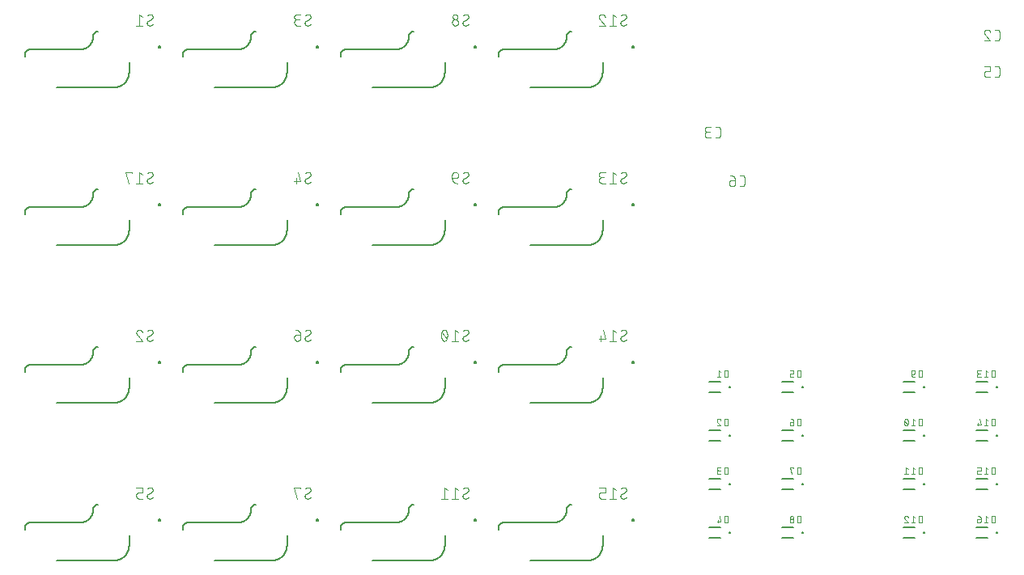
<source format=gbr>
G04 EAGLE Gerber RS-274X export*
G75*
%MOMM*%
%FSLAX34Y34*%
%LPD*%
%INSilkscreen Bottom*%
%IPPOS*%
%AMOC8*
5,1,8,0,0,1.08239X$1,22.5*%
G01*
%ADD10C,0.101600*%
%ADD11C,0.127000*%
%ADD12C,0.200000*%
%ADD13C,0.076200*%


D10*
X1092849Y641858D02*
X1095446Y641858D01*
X1095545Y641860D01*
X1095645Y641866D01*
X1095744Y641875D01*
X1095842Y641888D01*
X1095940Y641905D01*
X1096038Y641926D01*
X1096134Y641951D01*
X1096229Y641979D01*
X1096323Y642011D01*
X1096416Y642046D01*
X1096508Y642085D01*
X1096598Y642128D01*
X1096686Y642173D01*
X1096773Y642223D01*
X1096857Y642275D01*
X1096940Y642331D01*
X1097020Y642389D01*
X1097098Y642451D01*
X1097173Y642516D01*
X1097246Y642584D01*
X1097316Y642654D01*
X1097384Y642727D01*
X1097449Y642802D01*
X1097511Y642880D01*
X1097569Y642960D01*
X1097625Y643043D01*
X1097677Y643127D01*
X1097727Y643214D01*
X1097772Y643302D01*
X1097815Y643392D01*
X1097854Y643484D01*
X1097889Y643577D01*
X1097921Y643671D01*
X1097949Y643766D01*
X1097974Y643862D01*
X1097995Y643960D01*
X1098012Y644058D01*
X1098025Y644156D01*
X1098034Y644255D01*
X1098040Y644355D01*
X1098042Y644454D01*
X1098042Y650946D01*
X1098040Y651045D01*
X1098034Y651145D01*
X1098025Y651244D01*
X1098012Y651342D01*
X1097995Y651440D01*
X1097974Y651538D01*
X1097949Y651634D01*
X1097921Y651729D01*
X1097889Y651823D01*
X1097854Y651916D01*
X1097815Y652008D01*
X1097772Y652098D01*
X1097727Y652186D01*
X1097677Y652273D01*
X1097625Y652357D01*
X1097569Y652440D01*
X1097511Y652520D01*
X1097449Y652598D01*
X1097384Y652673D01*
X1097316Y652746D01*
X1097246Y652816D01*
X1097173Y652884D01*
X1097098Y652949D01*
X1097020Y653011D01*
X1096940Y653069D01*
X1096857Y653125D01*
X1096773Y653177D01*
X1096686Y653227D01*
X1096598Y653272D01*
X1096508Y653315D01*
X1096416Y653354D01*
X1096323Y653389D01*
X1096229Y653421D01*
X1096134Y653449D01*
X1096038Y653474D01*
X1095940Y653495D01*
X1095842Y653512D01*
X1095744Y653525D01*
X1095645Y653534D01*
X1095545Y653540D01*
X1095446Y653542D01*
X1092849Y653542D01*
X1084914Y653542D02*
X1084807Y653540D01*
X1084701Y653534D01*
X1084595Y653524D01*
X1084489Y653511D01*
X1084383Y653493D01*
X1084279Y653472D01*
X1084175Y653447D01*
X1084072Y653418D01*
X1083971Y653386D01*
X1083871Y653349D01*
X1083772Y653309D01*
X1083674Y653266D01*
X1083578Y653219D01*
X1083484Y653168D01*
X1083392Y653114D01*
X1083302Y653057D01*
X1083214Y652997D01*
X1083129Y652933D01*
X1083046Y652866D01*
X1082965Y652796D01*
X1082887Y652724D01*
X1082811Y652648D01*
X1082739Y652570D01*
X1082669Y652489D01*
X1082602Y652406D01*
X1082538Y652321D01*
X1082478Y652233D01*
X1082421Y652143D01*
X1082367Y652051D01*
X1082316Y651957D01*
X1082269Y651861D01*
X1082226Y651763D01*
X1082186Y651664D01*
X1082149Y651564D01*
X1082117Y651463D01*
X1082088Y651360D01*
X1082063Y651256D01*
X1082042Y651152D01*
X1082024Y651046D01*
X1082011Y650940D01*
X1082001Y650834D01*
X1081995Y650728D01*
X1081993Y650621D01*
X1084914Y653542D02*
X1085035Y653540D01*
X1085156Y653534D01*
X1085276Y653524D01*
X1085397Y653511D01*
X1085516Y653493D01*
X1085636Y653472D01*
X1085754Y653447D01*
X1085871Y653418D01*
X1085988Y653385D01*
X1086103Y653349D01*
X1086217Y653308D01*
X1086330Y653265D01*
X1086442Y653217D01*
X1086551Y653166D01*
X1086659Y653111D01*
X1086766Y653053D01*
X1086870Y652992D01*
X1086972Y652927D01*
X1087072Y652859D01*
X1087170Y652788D01*
X1087266Y652714D01*
X1087359Y652637D01*
X1087449Y652556D01*
X1087537Y652473D01*
X1087622Y652387D01*
X1087705Y652298D01*
X1087784Y652207D01*
X1087861Y652113D01*
X1087934Y652017D01*
X1088004Y651919D01*
X1088071Y651818D01*
X1088135Y651715D01*
X1088196Y651610D01*
X1088253Y651503D01*
X1088306Y651395D01*
X1088356Y651285D01*
X1088402Y651173D01*
X1088445Y651060D01*
X1088484Y650945D01*
X1082967Y648349D02*
X1082888Y648427D01*
X1082812Y648507D01*
X1082739Y648590D01*
X1082669Y648676D01*
X1082602Y648763D01*
X1082538Y648854D01*
X1082478Y648946D01*
X1082420Y649040D01*
X1082366Y649137D01*
X1082316Y649235D01*
X1082269Y649335D01*
X1082225Y649436D01*
X1082185Y649539D01*
X1082149Y649644D01*
X1082117Y649749D01*
X1082088Y649856D01*
X1082063Y649963D01*
X1082041Y650072D01*
X1082024Y650181D01*
X1082010Y650290D01*
X1082001Y650400D01*
X1081995Y650511D01*
X1081993Y650621D01*
X1082966Y648349D02*
X1088484Y641858D01*
X1081993Y641858D01*
X803346Y540258D02*
X800749Y540258D01*
X803346Y540258D02*
X803445Y540260D01*
X803545Y540266D01*
X803644Y540275D01*
X803742Y540288D01*
X803840Y540305D01*
X803938Y540326D01*
X804034Y540351D01*
X804129Y540379D01*
X804223Y540411D01*
X804316Y540446D01*
X804408Y540485D01*
X804498Y540528D01*
X804586Y540573D01*
X804673Y540623D01*
X804757Y540675D01*
X804840Y540731D01*
X804920Y540789D01*
X804998Y540851D01*
X805073Y540916D01*
X805146Y540984D01*
X805216Y541054D01*
X805284Y541127D01*
X805349Y541202D01*
X805411Y541280D01*
X805469Y541360D01*
X805525Y541443D01*
X805577Y541527D01*
X805627Y541614D01*
X805672Y541702D01*
X805715Y541792D01*
X805754Y541884D01*
X805789Y541977D01*
X805821Y542071D01*
X805849Y542166D01*
X805874Y542262D01*
X805895Y542360D01*
X805912Y542458D01*
X805925Y542556D01*
X805934Y542655D01*
X805940Y542755D01*
X805942Y542854D01*
X805942Y549346D01*
X805940Y549445D01*
X805934Y549545D01*
X805925Y549644D01*
X805912Y549742D01*
X805895Y549840D01*
X805874Y549938D01*
X805849Y550034D01*
X805821Y550129D01*
X805789Y550223D01*
X805754Y550316D01*
X805715Y550408D01*
X805672Y550498D01*
X805627Y550586D01*
X805577Y550673D01*
X805525Y550757D01*
X805469Y550840D01*
X805411Y550920D01*
X805349Y550998D01*
X805284Y551073D01*
X805216Y551146D01*
X805146Y551216D01*
X805073Y551284D01*
X804998Y551349D01*
X804920Y551411D01*
X804840Y551469D01*
X804757Y551525D01*
X804673Y551577D01*
X804586Y551627D01*
X804498Y551672D01*
X804408Y551715D01*
X804316Y551754D01*
X804223Y551789D01*
X804129Y551821D01*
X804034Y551849D01*
X803938Y551874D01*
X803840Y551895D01*
X803742Y551912D01*
X803644Y551925D01*
X803545Y551934D01*
X803445Y551940D01*
X803346Y551942D01*
X800749Y551942D01*
X796384Y540258D02*
X793138Y540258D01*
X793025Y540260D01*
X792912Y540266D01*
X792799Y540276D01*
X792686Y540290D01*
X792574Y540307D01*
X792463Y540329D01*
X792353Y540354D01*
X792243Y540384D01*
X792135Y540417D01*
X792028Y540454D01*
X791922Y540494D01*
X791818Y540539D01*
X791715Y540587D01*
X791614Y540638D01*
X791515Y540693D01*
X791418Y540751D01*
X791323Y540813D01*
X791230Y540878D01*
X791140Y540946D01*
X791052Y541017D01*
X790966Y541092D01*
X790883Y541169D01*
X790803Y541249D01*
X790726Y541332D01*
X790651Y541418D01*
X790580Y541506D01*
X790512Y541596D01*
X790447Y541689D01*
X790385Y541784D01*
X790327Y541881D01*
X790272Y541980D01*
X790221Y542081D01*
X790173Y542184D01*
X790128Y542288D01*
X790088Y542394D01*
X790051Y542501D01*
X790018Y542609D01*
X789988Y542719D01*
X789963Y542829D01*
X789941Y542940D01*
X789924Y543052D01*
X789910Y543165D01*
X789900Y543278D01*
X789894Y543391D01*
X789892Y543504D01*
X789894Y543617D01*
X789900Y543730D01*
X789910Y543843D01*
X789924Y543956D01*
X789941Y544068D01*
X789963Y544179D01*
X789988Y544289D01*
X790018Y544399D01*
X790051Y544507D01*
X790088Y544614D01*
X790128Y544720D01*
X790173Y544824D01*
X790221Y544927D01*
X790272Y545028D01*
X790327Y545127D01*
X790385Y545224D01*
X790447Y545319D01*
X790512Y545412D01*
X790580Y545502D01*
X790651Y545590D01*
X790726Y545676D01*
X790803Y545759D01*
X790883Y545839D01*
X790966Y545916D01*
X791052Y545991D01*
X791140Y546062D01*
X791230Y546130D01*
X791323Y546195D01*
X791418Y546257D01*
X791515Y546315D01*
X791614Y546370D01*
X791715Y546421D01*
X791818Y546469D01*
X791922Y546514D01*
X792028Y546554D01*
X792135Y546591D01*
X792243Y546624D01*
X792353Y546654D01*
X792463Y546679D01*
X792574Y546701D01*
X792686Y546718D01*
X792799Y546732D01*
X792912Y546742D01*
X793025Y546748D01*
X793138Y546750D01*
X792489Y551942D02*
X796384Y551942D01*
X792489Y551942D02*
X792388Y551940D01*
X792288Y551934D01*
X792188Y551924D01*
X792088Y551911D01*
X791989Y551893D01*
X791890Y551872D01*
X791793Y551847D01*
X791696Y551818D01*
X791601Y551785D01*
X791507Y551749D01*
X791415Y551709D01*
X791324Y551666D01*
X791235Y551619D01*
X791148Y551569D01*
X791062Y551515D01*
X790979Y551458D01*
X790899Y551398D01*
X790820Y551335D01*
X790744Y551268D01*
X790671Y551199D01*
X790601Y551127D01*
X790533Y551053D01*
X790468Y550976D01*
X790407Y550896D01*
X790348Y550814D01*
X790293Y550730D01*
X790241Y550644D01*
X790192Y550556D01*
X790147Y550466D01*
X790105Y550374D01*
X790067Y550281D01*
X790033Y550186D01*
X790002Y550091D01*
X789975Y549994D01*
X789952Y549896D01*
X789932Y549797D01*
X789917Y549697D01*
X789905Y549597D01*
X789897Y549497D01*
X789893Y549396D01*
X789893Y549296D01*
X789897Y549195D01*
X789905Y549095D01*
X789917Y548995D01*
X789932Y548895D01*
X789952Y548796D01*
X789975Y548698D01*
X790002Y548601D01*
X790033Y548506D01*
X790067Y548411D01*
X790105Y548318D01*
X790147Y548226D01*
X790192Y548136D01*
X790241Y548048D01*
X790293Y547962D01*
X790348Y547878D01*
X790407Y547796D01*
X790468Y547716D01*
X790533Y547639D01*
X790601Y547565D01*
X790671Y547493D01*
X790744Y547424D01*
X790820Y547357D01*
X790899Y547294D01*
X790979Y547234D01*
X791062Y547177D01*
X791148Y547123D01*
X791235Y547073D01*
X791324Y547026D01*
X791415Y546983D01*
X791507Y546943D01*
X791601Y546907D01*
X791696Y546874D01*
X791793Y546845D01*
X791890Y546820D01*
X791989Y546799D01*
X792088Y546781D01*
X792188Y546768D01*
X792288Y546758D01*
X792388Y546752D01*
X792489Y546750D01*
X792489Y546749D02*
X795086Y546749D01*
X1092849Y603758D02*
X1095446Y603758D01*
X1095545Y603760D01*
X1095645Y603766D01*
X1095744Y603775D01*
X1095842Y603788D01*
X1095940Y603805D01*
X1096038Y603826D01*
X1096134Y603851D01*
X1096229Y603879D01*
X1096323Y603911D01*
X1096416Y603946D01*
X1096508Y603985D01*
X1096598Y604028D01*
X1096686Y604073D01*
X1096773Y604123D01*
X1096857Y604175D01*
X1096940Y604231D01*
X1097020Y604289D01*
X1097098Y604351D01*
X1097173Y604416D01*
X1097246Y604484D01*
X1097316Y604554D01*
X1097384Y604627D01*
X1097449Y604702D01*
X1097511Y604780D01*
X1097569Y604860D01*
X1097625Y604943D01*
X1097677Y605027D01*
X1097727Y605114D01*
X1097772Y605202D01*
X1097815Y605292D01*
X1097854Y605384D01*
X1097889Y605477D01*
X1097921Y605571D01*
X1097949Y605666D01*
X1097974Y605762D01*
X1097995Y605860D01*
X1098012Y605958D01*
X1098025Y606056D01*
X1098034Y606155D01*
X1098040Y606255D01*
X1098042Y606354D01*
X1098042Y612846D01*
X1098040Y612945D01*
X1098034Y613045D01*
X1098025Y613144D01*
X1098012Y613242D01*
X1097995Y613340D01*
X1097974Y613438D01*
X1097949Y613534D01*
X1097921Y613629D01*
X1097889Y613723D01*
X1097854Y613816D01*
X1097815Y613908D01*
X1097772Y613998D01*
X1097727Y614086D01*
X1097677Y614173D01*
X1097625Y614257D01*
X1097569Y614340D01*
X1097511Y614420D01*
X1097449Y614498D01*
X1097384Y614573D01*
X1097316Y614646D01*
X1097246Y614716D01*
X1097173Y614784D01*
X1097098Y614849D01*
X1097020Y614911D01*
X1096940Y614969D01*
X1096857Y615025D01*
X1096773Y615077D01*
X1096686Y615127D01*
X1096598Y615172D01*
X1096508Y615215D01*
X1096416Y615254D01*
X1096323Y615289D01*
X1096229Y615321D01*
X1096134Y615349D01*
X1096038Y615374D01*
X1095940Y615395D01*
X1095842Y615412D01*
X1095744Y615425D01*
X1095645Y615434D01*
X1095545Y615440D01*
X1095446Y615442D01*
X1092849Y615442D01*
X1088484Y603758D02*
X1084589Y603758D01*
X1084490Y603760D01*
X1084390Y603766D01*
X1084291Y603775D01*
X1084193Y603788D01*
X1084095Y603805D01*
X1083997Y603826D01*
X1083901Y603851D01*
X1083806Y603879D01*
X1083712Y603911D01*
X1083619Y603946D01*
X1083527Y603985D01*
X1083437Y604028D01*
X1083349Y604073D01*
X1083262Y604123D01*
X1083178Y604175D01*
X1083095Y604231D01*
X1083015Y604289D01*
X1082937Y604351D01*
X1082862Y604416D01*
X1082789Y604484D01*
X1082719Y604554D01*
X1082651Y604627D01*
X1082586Y604702D01*
X1082524Y604780D01*
X1082466Y604860D01*
X1082410Y604943D01*
X1082358Y605027D01*
X1082308Y605114D01*
X1082263Y605202D01*
X1082220Y605292D01*
X1082181Y605384D01*
X1082146Y605477D01*
X1082114Y605571D01*
X1082086Y605666D01*
X1082061Y605762D01*
X1082040Y605860D01*
X1082023Y605958D01*
X1082010Y606056D01*
X1082001Y606155D01*
X1081995Y606255D01*
X1081993Y606354D01*
X1081993Y607653D01*
X1081995Y607752D01*
X1082001Y607852D01*
X1082010Y607951D01*
X1082023Y608049D01*
X1082040Y608147D01*
X1082061Y608245D01*
X1082086Y608341D01*
X1082114Y608436D01*
X1082146Y608530D01*
X1082181Y608623D01*
X1082220Y608715D01*
X1082263Y608805D01*
X1082308Y608893D01*
X1082358Y608980D01*
X1082410Y609064D01*
X1082466Y609147D01*
X1082524Y609227D01*
X1082586Y609305D01*
X1082651Y609380D01*
X1082719Y609453D01*
X1082789Y609523D01*
X1082862Y609591D01*
X1082937Y609656D01*
X1083015Y609718D01*
X1083095Y609776D01*
X1083178Y609832D01*
X1083262Y609884D01*
X1083349Y609934D01*
X1083437Y609979D01*
X1083527Y610022D01*
X1083619Y610061D01*
X1083712Y610096D01*
X1083806Y610128D01*
X1083901Y610156D01*
X1083997Y610181D01*
X1084095Y610202D01*
X1084193Y610219D01*
X1084291Y610232D01*
X1084390Y610241D01*
X1084490Y610247D01*
X1084589Y610249D01*
X1088484Y610249D01*
X1088484Y615442D01*
X1081993Y615442D01*
X828746Y489458D02*
X826149Y489458D01*
X828746Y489458D02*
X828845Y489460D01*
X828945Y489466D01*
X829044Y489475D01*
X829142Y489488D01*
X829240Y489505D01*
X829338Y489526D01*
X829434Y489551D01*
X829529Y489579D01*
X829623Y489611D01*
X829716Y489646D01*
X829808Y489685D01*
X829898Y489728D01*
X829986Y489773D01*
X830073Y489823D01*
X830157Y489875D01*
X830240Y489931D01*
X830320Y489989D01*
X830398Y490051D01*
X830473Y490116D01*
X830546Y490184D01*
X830616Y490254D01*
X830684Y490327D01*
X830749Y490402D01*
X830811Y490480D01*
X830869Y490560D01*
X830925Y490643D01*
X830977Y490727D01*
X831027Y490814D01*
X831072Y490902D01*
X831115Y490992D01*
X831154Y491084D01*
X831189Y491177D01*
X831221Y491271D01*
X831249Y491366D01*
X831274Y491462D01*
X831295Y491560D01*
X831312Y491658D01*
X831325Y491756D01*
X831334Y491855D01*
X831340Y491955D01*
X831342Y492054D01*
X831342Y498546D01*
X831340Y498645D01*
X831334Y498745D01*
X831325Y498844D01*
X831312Y498942D01*
X831295Y499040D01*
X831274Y499138D01*
X831249Y499234D01*
X831221Y499329D01*
X831189Y499423D01*
X831154Y499516D01*
X831115Y499608D01*
X831072Y499698D01*
X831027Y499786D01*
X830977Y499873D01*
X830925Y499957D01*
X830869Y500040D01*
X830811Y500120D01*
X830749Y500198D01*
X830684Y500273D01*
X830616Y500346D01*
X830546Y500416D01*
X830473Y500484D01*
X830398Y500549D01*
X830320Y500611D01*
X830240Y500669D01*
X830157Y500725D01*
X830073Y500777D01*
X829986Y500827D01*
X829898Y500872D01*
X829808Y500915D01*
X829716Y500954D01*
X829623Y500989D01*
X829529Y501021D01*
X829434Y501049D01*
X829338Y501074D01*
X829240Y501095D01*
X829142Y501112D01*
X829044Y501125D01*
X828945Y501134D01*
X828845Y501140D01*
X828746Y501142D01*
X826149Y501142D01*
X821784Y495949D02*
X817889Y495949D01*
X817790Y495947D01*
X817690Y495941D01*
X817591Y495932D01*
X817493Y495919D01*
X817395Y495902D01*
X817297Y495881D01*
X817201Y495856D01*
X817106Y495828D01*
X817012Y495796D01*
X816919Y495761D01*
X816827Y495722D01*
X816737Y495679D01*
X816649Y495634D01*
X816562Y495584D01*
X816478Y495532D01*
X816395Y495476D01*
X816315Y495418D01*
X816237Y495356D01*
X816162Y495291D01*
X816089Y495223D01*
X816019Y495153D01*
X815951Y495080D01*
X815886Y495005D01*
X815824Y494927D01*
X815766Y494847D01*
X815710Y494764D01*
X815658Y494680D01*
X815608Y494593D01*
X815563Y494505D01*
X815520Y494415D01*
X815481Y494323D01*
X815446Y494230D01*
X815414Y494136D01*
X815386Y494041D01*
X815361Y493945D01*
X815340Y493847D01*
X815323Y493749D01*
X815310Y493651D01*
X815301Y493552D01*
X815295Y493452D01*
X815293Y493353D01*
X815293Y492704D01*
X815292Y492704D02*
X815294Y492591D01*
X815300Y492478D01*
X815310Y492365D01*
X815324Y492252D01*
X815341Y492140D01*
X815363Y492029D01*
X815388Y491919D01*
X815418Y491809D01*
X815451Y491701D01*
X815488Y491594D01*
X815528Y491488D01*
X815573Y491384D01*
X815621Y491281D01*
X815672Y491180D01*
X815727Y491081D01*
X815785Y490984D01*
X815847Y490889D01*
X815912Y490796D01*
X815980Y490706D01*
X816051Y490618D01*
X816126Y490532D01*
X816203Y490449D01*
X816283Y490369D01*
X816366Y490292D01*
X816452Y490217D01*
X816540Y490146D01*
X816630Y490078D01*
X816723Y490013D01*
X816818Y489951D01*
X816915Y489893D01*
X817014Y489838D01*
X817115Y489787D01*
X817218Y489739D01*
X817322Y489694D01*
X817428Y489654D01*
X817535Y489617D01*
X817643Y489584D01*
X817753Y489554D01*
X817863Y489529D01*
X817974Y489507D01*
X818086Y489490D01*
X818199Y489476D01*
X818312Y489466D01*
X818425Y489460D01*
X818538Y489458D01*
X818651Y489460D01*
X818764Y489466D01*
X818877Y489476D01*
X818990Y489490D01*
X819102Y489507D01*
X819213Y489529D01*
X819323Y489554D01*
X819433Y489584D01*
X819541Y489617D01*
X819648Y489654D01*
X819754Y489694D01*
X819858Y489739D01*
X819961Y489787D01*
X820062Y489838D01*
X820161Y489893D01*
X820258Y489951D01*
X820353Y490013D01*
X820446Y490078D01*
X820536Y490146D01*
X820624Y490217D01*
X820710Y490292D01*
X820793Y490369D01*
X820873Y490449D01*
X820950Y490532D01*
X821025Y490618D01*
X821096Y490706D01*
X821164Y490796D01*
X821229Y490889D01*
X821291Y490984D01*
X821349Y491081D01*
X821404Y491180D01*
X821455Y491281D01*
X821503Y491384D01*
X821548Y491488D01*
X821588Y491594D01*
X821625Y491701D01*
X821658Y491809D01*
X821688Y491919D01*
X821713Y492029D01*
X821735Y492140D01*
X821752Y492252D01*
X821766Y492365D01*
X821776Y492478D01*
X821782Y492591D01*
X821784Y492704D01*
X821784Y495949D01*
X821782Y496092D01*
X821776Y496235D01*
X821766Y496378D01*
X821752Y496520D01*
X821735Y496662D01*
X821713Y496804D01*
X821688Y496945D01*
X821658Y497085D01*
X821625Y497224D01*
X821588Y497362D01*
X821547Y497499D01*
X821503Y497635D01*
X821454Y497770D01*
X821402Y497903D01*
X821347Y498035D01*
X821287Y498165D01*
X821224Y498294D01*
X821158Y498421D01*
X821088Y498546D01*
X821015Y498668D01*
X820938Y498789D01*
X820858Y498908D01*
X820775Y499024D01*
X820689Y499139D01*
X820600Y499250D01*
X820507Y499360D01*
X820412Y499466D01*
X820313Y499570D01*
X820212Y499671D01*
X820108Y499770D01*
X820002Y499865D01*
X819892Y499958D01*
X819781Y500047D01*
X819666Y500133D01*
X819550Y500216D01*
X819431Y500296D01*
X819310Y500373D01*
X819188Y500446D01*
X819063Y500516D01*
X818936Y500582D01*
X818807Y500645D01*
X818677Y500705D01*
X818545Y500760D01*
X818412Y500812D01*
X818277Y500861D01*
X818141Y500905D01*
X818004Y500946D01*
X817866Y500983D01*
X817727Y501016D01*
X817587Y501046D01*
X817446Y501071D01*
X817304Y501093D01*
X817162Y501110D01*
X817020Y501124D01*
X816877Y501134D01*
X816734Y501140D01*
X816591Y501142D01*
D11*
X171100Y592850D02*
X111600Y592850D01*
X171100Y592850D02*
X171505Y592855D01*
X171909Y592870D01*
X172313Y592894D01*
X172717Y592928D01*
X173119Y592972D01*
X173520Y593026D01*
X173920Y593089D01*
X174318Y593162D01*
X174714Y593245D01*
X175109Y593337D01*
X175500Y593438D01*
X175890Y593549D01*
X176276Y593670D01*
X176659Y593800D01*
X177040Y593938D01*
X177416Y594087D01*
X177789Y594244D01*
X178158Y594410D01*
X178523Y594585D01*
X178884Y594769D01*
X179240Y594961D01*
X179592Y595162D01*
X179938Y595371D01*
X180279Y595589D01*
X180615Y595815D01*
X180945Y596049D01*
X181270Y596291D01*
X181589Y596540D01*
X181901Y596798D01*
X182207Y597062D01*
X182507Y597334D01*
X182800Y597614D01*
X183086Y597900D01*
X183366Y598193D01*
X183638Y598493D01*
X183902Y598799D01*
X184160Y599111D01*
X184409Y599430D01*
X184651Y599755D01*
X184885Y600085D01*
X185111Y600421D01*
X185329Y600762D01*
X185538Y601108D01*
X185739Y601460D01*
X185931Y601816D01*
X186115Y602177D01*
X186290Y602542D01*
X186456Y602911D01*
X186613Y603284D01*
X186762Y603660D01*
X186900Y604041D01*
X187030Y604424D01*
X187151Y604810D01*
X187262Y605200D01*
X187363Y605591D01*
X187455Y605986D01*
X187538Y606382D01*
X187611Y606780D01*
X187674Y607180D01*
X187728Y607581D01*
X187772Y607983D01*
X187806Y608387D01*
X187830Y608791D01*
X187845Y609195D01*
X187850Y609600D01*
X187850Y619300D01*
X155100Y651750D02*
X154960Y651748D01*
X154820Y651742D01*
X154680Y651732D01*
X154540Y651719D01*
X154401Y651701D01*
X154262Y651679D01*
X154125Y651654D01*
X153987Y651625D01*
X153851Y651592D01*
X153716Y651555D01*
X153582Y651514D01*
X153449Y651469D01*
X153317Y651421D01*
X153187Y651369D01*
X153058Y651314D01*
X152931Y651255D01*
X152805Y651192D01*
X152681Y651126D01*
X152560Y651057D01*
X152440Y650984D01*
X152322Y650907D01*
X152207Y650828D01*
X152093Y650745D01*
X151983Y650659D01*
X151874Y650570D01*
X151768Y650478D01*
X151665Y650383D01*
X151564Y650286D01*
X151467Y650185D01*
X151372Y650082D01*
X151280Y649976D01*
X151191Y649867D01*
X151105Y649757D01*
X151022Y649643D01*
X150943Y649528D01*
X150866Y649410D01*
X150793Y649290D01*
X150724Y649169D01*
X150658Y649045D01*
X150595Y648919D01*
X150536Y648792D01*
X150481Y648663D01*
X150429Y648533D01*
X150381Y648401D01*
X150336Y648268D01*
X150295Y648134D01*
X150258Y647999D01*
X150225Y647863D01*
X150196Y647725D01*
X150171Y647588D01*
X150149Y647449D01*
X150131Y647310D01*
X150118Y647170D01*
X150108Y647030D01*
X150102Y646890D01*
X150100Y646750D01*
X150096Y646414D01*
X150084Y646078D01*
X150063Y645743D01*
X150035Y645408D01*
X149999Y645075D01*
X149954Y644742D01*
X149902Y644410D01*
X149841Y644079D01*
X149773Y643751D01*
X149696Y643424D01*
X149612Y643098D01*
X149520Y642775D01*
X149420Y642455D01*
X149312Y642136D01*
X149197Y641821D01*
X149074Y641508D01*
X148943Y641199D01*
X148806Y640893D01*
X148660Y640590D01*
X148508Y640290D01*
X148348Y639995D01*
X148181Y639703D01*
X148008Y639416D01*
X147827Y639133D01*
X147639Y638854D01*
X147445Y638580D01*
X147245Y638310D01*
X147037Y638046D01*
X146824Y637787D01*
X146604Y637533D01*
X146379Y637284D01*
X146147Y637041D01*
X145909Y636803D01*
X145666Y636571D01*
X145417Y636346D01*
X145163Y636126D01*
X144904Y635913D01*
X144640Y635705D01*
X144370Y635505D01*
X144096Y635311D01*
X143817Y635123D01*
X143534Y634942D01*
X143247Y634769D01*
X142955Y634602D01*
X142660Y634442D01*
X142360Y634290D01*
X142057Y634144D01*
X141751Y634007D01*
X141442Y633876D01*
X141129Y633753D01*
X140814Y633638D01*
X140495Y633530D01*
X140175Y633430D01*
X139852Y633338D01*
X139526Y633254D01*
X139199Y633177D01*
X138871Y633109D01*
X138540Y633048D01*
X138208Y632996D01*
X137875Y632951D01*
X137542Y632915D01*
X137207Y632887D01*
X136872Y632866D01*
X136536Y632854D01*
X136200Y632850D01*
X83850Y632850D01*
X83710Y632848D01*
X83570Y632842D01*
X83430Y632832D01*
X83290Y632819D01*
X83151Y632801D01*
X83012Y632779D01*
X82875Y632754D01*
X82737Y632725D01*
X82601Y632692D01*
X82466Y632655D01*
X82332Y632614D01*
X82199Y632569D01*
X82067Y632521D01*
X81937Y632469D01*
X81808Y632414D01*
X81681Y632355D01*
X81555Y632292D01*
X81431Y632226D01*
X81310Y632157D01*
X81190Y632084D01*
X81072Y632007D01*
X80957Y631928D01*
X80843Y631845D01*
X80733Y631759D01*
X80624Y631670D01*
X80518Y631578D01*
X80415Y631483D01*
X80314Y631386D01*
X80217Y631285D01*
X80122Y631182D01*
X80030Y631076D01*
X79941Y630967D01*
X79855Y630857D01*
X79772Y630743D01*
X79693Y630628D01*
X79616Y630510D01*
X79543Y630390D01*
X79474Y630269D01*
X79408Y630145D01*
X79345Y630019D01*
X79286Y629892D01*
X79231Y629763D01*
X79179Y629633D01*
X79131Y629501D01*
X79086Y629368D01*
X79045Y629234D01*
X79008Y629099D01*
X78975Y628963D01*
X78946Y628825D01*
X78921Y628688D01*
X78899Y628549D01*
X78881Y628410D01*
X78868Y628270D01*
X78858Y628130D01*
X78852Y627990D01*
X78850Y627850D01*
X78850Y625300D01*
D12*
X218350Y635300D02*
X218352Y635363D01*
X218358Y635425D01*
X218368Y635487D01*
X218381Y635549D01*
X218399Y635609D01*
X218420Y635668D01*
X218445Y635726D01*
X218474Y635782D01*
X218506Y635836D01*
X218541Y635888D01*
X218579Y635937D01*
X218621Y635985D01*
X218665Y636029D01*
X218713Y636071D01*
X218762Y636109D01*
X218814Y636144D01*
X218868Y636176D01*
X218924Y636205D01*
X218982Y636230D01*
X219041Y636251D01*
X219101Y636269D01*
X219163Y636282D01*
X219225Y636292D01*
X219287Y636298D01*
X219350Y636300D01*
X219413Y636298D01*
X219475Y636292D01*
X219537Y636282D01*
X219599Y636269D01*
X219659Y636251D01*
X219718Y636230D01*
X219776Y636205D01*
X219832Y636176D01*
X219886Y636144D01*
X219938Y636109D01*
X219987Y636071D01*
X220035Y636029D01*
X220079Y635985D01*
X220121Y635937D01*
X220159Y635888D01*
X220194Y635836D01*
X220226Y635782D01*
X220255Y635726D01*
X220280Y635668D01*
X220301Y635609D01*
X220319Y635549D01*
X220332Y635487D01*
X220342Y635425D01*
X220348Y635363D01*
X220350Y635300D01*
X220348Y635237D01*
X220342Y635175D01*
X220332Y635113D01*
X220319Y635051D01*
X220301Y634991D01*
X220280Y634932D01*
X220255Y634874D01*
X220226Y634818D01*
X220194Y634764D01*
X220159Y634712D01*
X220121Y634663D01*
X220079Y634615D01*
X220035Y634571D01*
X219987Y634529D01*
X219938Y634491D01*
X219886Y634456D01*
X219832Y634424D01*
X219776Y634395D01*
X219718Y634370D01*
X219659Y634349D01*
X219599Y634331D01*
X219537Y634318D01*
X219475Y634308D01*
X219413Y634302D01*
X219350Y634300D01*
X219287Y634302D01*
X219225Y634308D01*
X219163Y634318D01*
X219101Y634331D01*
X219041Y634349D01*
X218982Y634370D01*
X218924Y634395D01*
X218868Y634424D01*
X218814Y634456D01*
X218762Y634491D01*
X218713Y634529D01*
X218665Y634571D01*
X218621Y634615D01*
X218579Y634663D01*
X218541Y634712D01*
X218506Y634764D01*
X218474Y634818D01*
X218445Y634874D01*
X218420Y634932D01*
X218399Y634991D01*
X218381Y635051D01*
X218368Y635113D01*
X218358Y635175D01*
X218352Y635237D01*
X218350Y635300D01*
D10*
X208947Y657808D02*
X208848Y657810D01*
X208748Y657816D01*
X208649Y657825D01*
X208551Y657838D01*
X208453Y657855D01*
X208355Y657876D01*
X208259Y657901D01*
X208164Y657929D01*
X208070Y657961D01*
X207977Y657996D01*
X207885Y658035D01*
X207795Y658078D01*
X207707Y658123D01*
X207620Y658173D01*
X207536Y658225D01*
X207453Y658281D01*
X207373Y658339D01*
X207295Y658401D01*
X207220Y658466D01*
X207147Y658534D01*
X207077Y658604D01*
X207009Y658677D01*
X206944Y658752D01*
X206882Y658830D01*
X206824Y658910D01*
X206768Y658993D01*
X206716Y659077D01*
X206666Y659164D01*
X206621Y659252D01*
X206578Y659342D01*
X206539Y659434D01*
X206504Y659527D01*
X206472Y659621D01*
X206444Y659716D01*
X206419Y659812D01*
X206398Y659910D01*
X206381Y660008D01*
X206368Y660106D01*
X206359Y660205D01*
X206353Y660305D01*
X206351Y660404D01*
X208947Y657808D02*
X209091Y657810D01*
X209236Y657816D01*
X209380Y657825D01*
X209523Y657838D01*
X209667Y657855D01*
X209810Y657876D01*
X209952Y657901D01*
X210093Y657929D01*
X210234Y657961D01*
X210374Y657997D01*
X210513Y658036D01*
X210651Y658079D01*
X210787Y658126D01*
X210923Y658176D01*
X211057Y658230D01*
X211189Y658287D01*
X211320Y658348D01*
X211449Y658412D01*
X211577Y658480D01*
X211703Y658551D01*
X211827Y658625D01*
X211948Y658702D01*
X212068Y658783D01*
X212186Y658866D01*
X212301Y658953D01*
X212414Y659043D01*
X212525Y659136D01*
X212633Y659231D01*
X212739Y659330D01*
X212842Y659431D01*
X212517Y666896D02*
X212515Y666995D01*
X212509Y667095D01*
X212500Y667194D01*
X212487Y667292D01*
X212470Y667390D01*
X212449Y667488D01*
X212424Y667584D01*
X212396Y667679D01*
X212364Y667773D01*
X212329Y667866D01*
X212290Y667958D01*
X212247Y668048D01*
X212202Y668136D01*
X212152Y668223D01*
X212100Y668307D01*
X212044Y668390D01*
X211986Y668470D01*
X211924Y668548D01*
X211859Y668623D01*
X211791Y668696D01*
X211721Y668766D01*
X211648Y668834D01*
X211573Y668899D01*
X211495Y668961D01*
X211415Y669019D01*
X211332Y669075D01*
X211248Y669127D01*
X211161Y669177D01*
X211073Y669222D01*
X210983Y669265D01*
X210891Y669304D01*
X210798Y669339D01*
X210704Y669371D01*
X210609Y669399D01*
X210513Y669424D01*
X210415Y669445D01*
X210317Y669462D01*
X210219Y669475D01*
X210120Y669484D01*
X210020Y669490D01*
X209921Y669492D01*
X209785Y669490D01*
X209649Y669484D01*
X209513Y669475D01*
X209377Y669462D01*
X209242Y669444D01*
X209108Y669424D01*
X208974Y669399D01*
X208840Y669371D01*
X208708Y669338D01*
X208577Y669303D01*
X208446Y669263D01*
X208317Y669220D01*
X208189Y669174D01*
X208063Y669123D01*
X207937Y669070D01*
X207814Y669012D01*
X207692Y668952D01*
X207572Y668888D01*
X207453Y668820D01*
X207337Y668750D01*
X207223Y668676D01*
X207110Y668599D01*
X207000Y668518D01*
X211219Y664624D02*
X211305Y664677D01*
X211389Y664734D01*
X211471Y664793D01*
X211551Y664856D01*
X211628Y664922D01*
X211703Y664990D01*
X211775Y665062D01*
X211844Y665136D01*
X211910Y665213D01*
X211973Y665292D01*
X212033Y665374D01*
X212090Y665458D01*
X212144Y665544D01*
X212194Y665632D01*
X212241Y665722D01*
X212285Y665813D01*
X212324Y665907D01*
X212361Y666001D01*
X212393Y666097D01*
X212422Y666195D01*
X212447Y666293D01*
X212468Y666392D01*
X212486Y666492D01*
X212499Y666592D01*
X212509Y666693D01*
X212515Y666795D01*
X212517Y666896D01*
X207649Y662676D02*
X207563Y662623D01*
X207479Y662566D01*
X207397Y662507D01*
X207317Y662444D01*
X207240Y662378D01*
X207165Y662310D01*
X207093Y662238D01*
X207024Y662164D01*
X206958Y662087D01*
X206895Y662008D01*
X206835Y661926D01*
X206778Y661842D01*
X206724Y661756D01*
X206674Y661668D01*
X206627Y661578D01*
X206583Y661487D01*
X206544Y661393D01*
X206507Y661299D01*
X206475Y661203D01*
X206446Y661105D01*
X206421Y661007D01*
X206400Y660908D01*
X206382Y660808D01*
X206369Y660708D01*
X206359Y660607D01*
X206353Y660505D01*
X206351Y660404D01*
X207649Y662676D02*
X211219Y664624D01*
X201793Y666896D02*
X198548Y669492D01*
X198548Y657808D01*
X201793Y657808D02*
X195302Y657808D01*
D11*
X441800Y262650D02*
X501300Y262650D01*
X501705Y262655D01*
X502109Y262670D01*
X502513Y262694D01*
X502917Y262728D01*
X503319Y262772D01*
X503720Y262826D01*
X504120Y262889D01*
X504518Y262962D01*
X504914Y263045D01*
X505309Y263137D01*
X505700Y263238D01*
X506090Y263349D01*
X506476Y263470D01*
X506859Y263600D01*
X507240Y263738D01*
X507616Y263887D01*
X507989Y264044D01*
X508358Y264210D01*
X508723Y264385D01*
X509084Y264569D01*
X509440Y264761D01*
X509792Y264962D01*
X510138Y265171D01*
X510479Y265389D01*
X510815Y265615D01*
X511145Y265849D01*
X511470Y266091D01*
X511789Y266340D01*
X512101Y266598D01*
X512407Y266862D01*
X512707Y267134D01*
X513000Y267414D01*
X513286Y267700D01*
X513566Y267993D01*
X513838Y268293D01*
X514102Y268599D01*
X514360Y268911D01*
X514609Y269230D01*
X514851Y269555D01*
X515085Y269885D01*
X515311Y270221D01*
X515529Y270562D01*
X515738Y270908D01*
X515939Y271260D01*
X516131Y271616D01*
X516315Y271977D01*
X516490Y272342D01*
X516656Y272711D01*
X516813Y273084D01*
X516962Y273460D01*
X517100Y273841D01*
X517230Y274224D01*
X517351Y274610D01*
X517462Y275000D01*
X517563Y275391D01*
X517655Y275786D01*
X517738Y276182D01*
X517811Y276580D01*
X517874Y276980D01*
X517928Y277381D01*
X517972Y277783D01*
X518006Y278187D01*
X518030Y278591D01*
X518045Y278995D01*
X518050Y279400D01*
X518050Y289100D01*
X485300Y321550D02*
X485160Y321548D01*
X485020Y321542D01*
X484880Y321532D01*
X484740Y321519D01*
X484601Y321501D01*
X484462Y321479D01*
X484325Y321454D01*
X484187Y321425D01*
X484051Y321392D01*
X483916Y321355D01*
X483782Y321314D01*
X483649Y321269D01*
X483517Y321221D01*
X483387Y321169D01*
X483258Y321114D01*
X483131Y321055D01*
X483005Y320992D01*
X482881Y320926D01*
X482760Y320857D01*
X482640Y320784D01*
X482522Y320707D01*
X482407Y320628D01*
X482293Y320545D01*
X482183Y320459D01*
X482074Y320370D01*
X481968Y320278D01*
X481865Y320183D01*
X481764Y320086D01*
X481667Y319985D01*
X481572Y319882D01*
X481480Y319776D01*
X481391Y319667D01*
X481305Y319557D01*
X481222Y319443D01*
X481143Y319328D01*
X481066Y319210D01*
X480993Y319090D01*
X480924Y318969D01*
X480858Y318845D01*
X480795Y318719D01*
X480736Y318592D01*
X480681Y318463D01*
X480629Y318333D01*
X480581Y318201D01*
X480536Y318068D01*
X480495Y317934D01*
X480458Y317799D01*
X480425Y317663D01*
X480396Y317525D01*
X480371Y317388D01*
X480349Y317249D01*
X480331Y317110D01*
X480318Y316970D01*
X480308Y316830D01*
X480302Y316690D01*
X480300Y316550D01*
X480296Y316214D01*
X480284Y315878D01*
X480263Y315543D01*
X480235Y315208D01*
X480199Y314875D01*
X480154Y314542D01*
X480102Y314210D01*
X480041Y313879D01*
X479973Y313551D01*
X479896Y313224D01*
X479812Y312898D01*
X479720Y312575D01*
X479620Y312255D01*
X479512Y311936D01*
X479397Y311621D01*
X479274Y311308D01*
X479143Y310999D01*
X479006Y310693D01*
X478860Y310390D01*
X478708Y310090D01*
X478548Y309795D01*
X478381Y309503D01*
X478208Y309216D01*
X478027Y308933D01*
X477839Y308654D01*
X477645Y308380D01*
X477445Y308110D01*
X477237Y307846D01*
X477024Y307587D01*
X476804Y307333D01*
X476579Y307084D01*
X476347Y306841D01*
X476109Y306603D01*
X475866Y306371D01*
X475617Y306146D01*
X475363Y305926D01*
X475104Y305713D01*
X474840Y305505D01*
X474570Y305305D01*
X474296Y305111D01*
X474017Y304923D01*
X473734Y304742D01*
X473447Y304569D01*
X473155Y304402D01*
X472860Y304242D01*
X472560Y304090D01*
X472257Y303944D01*
X471951Y303807D01*
X471642Y303676D01*
X471329Y303553D01*
X471014Y303438D01*
X470695Y303330D01*
X470375Y303230D01*
X470052Y303138D01*
X469726Y303054D01*
X469399Y302977D01*
X469071Y302909D01*
X468740Y302848D01*
X468408Y302796D01*
X468075Y302751D01*
X467742Y302715D01*
X467407Y302687D01*
X467072Y302666D01*
X466736Y302654D01*
X466400Y302650D01*
X414050Y302650D01*
X413910Y302648D01*
X413770Y302642D01*
X413630Y302632D01*
X413490Y302619D01*
X413351Y302601D01*
X413212Y302579D01*
X413075Y302554D01*
X412937Y302525D01*
X412801Y302492D01*
X412666Y302455D01*
X412532Y302414D01*
X412399Y302369D01*
X412267Y302321D01*
X412137Y302269D01*
X412008Y302214D01*
X411881Y302155D01*
X411755Y302092D01*
X411631Y302026D01*
X411510Y301957D01*
X411390Y301884D01*
X411272Y301807D01*
X411157Y301728D01*
X411043Y301645D01*
X410933Y301559D01*
X410824Y301470D01*
X410718Y301378D01*
X410615Y301283D01*
X410514Y301186D01*
X410417Y301085D01*
X410322Y300982D01*
X410230Y300876D01*
X410141Y300767D01*
X410055Y300657D01*
X409972Y300543D01*
X409893Y300428D01*
X409816Y300310D01*
X409743Y300190D01*
X409674Y300069D01*
X409608Y299945D01*
X409545Y299819D01*
X409486Y299692D01*
X409431Y299563D01*
X409379Y299433D01*
X409331Y299301D01*
X409286Y299168D01*
X409245Y299034D01*
X409208Y298899D01*
X409175Y298763D01*
X409146Y298625D01*
X409121Y298488D01*
X409099Y298349D01*
X409081Y298210D01*
X409068Y298070D01*
X409058Y297930D01*
X409052Y297790D01*
X409050Y297650D01*
X409050Y295100D01*
D12*
X548550Y305100D02*
X548552Y305163D01*
X548558Y305225D01*
X548568Y305287D01*
X548581Y305349D01*
X548599Y305409D01*
X548620Y305468D01*
X548645Y305526D01*
X548674Y305582D01*
X548706Y305636D01*
X548741Y305688D01*
X548779Y305737D01*
X548821Y305785D01*
X548865Y305829D01*
X548913Y305871D01*
X548962Y305909D01*
X549014Y305944D01*
X549068Y305976D01*
X549124Y306005D01*
X549182Y306030D01*
X549241Y306051D01*
X549301Y306069D01*
X549363Y306082D01*
X549425Y306092D01*
X549487Y306098D01*
X549550Y306100D01*
X549613Y306098D01*
X549675Y306092D01*
X549737Y306082D01*
X549799Y306069D01*
X549859Y306051D01*
X549918Y306030D01*
X549976Y306005D01*
X550032Y305976D01*
X550086Y305944D01*
X550138Y305909D01*
X550187Y305871D01*
X550235Y305829D01*
X550279Y305785D01*
X550321Y305737D01*
X550359Y305688D01*
X550394Y305636D01*
X550426Y305582D01*
X550455Y305526D01*
X550480Y305468D01*
X550501Y305409D01*
X550519Y305349D01*
X550532Y305287D01*
X550542Y305225D01*
X550548Y305163D01*
X550550Y305100D01*
X550548Y305037D01*
X550542Y304975D01*
X550532Y304913D01*
X550519Y304851D01*
X550501Y304791D01*
X550480Y304732D01*
X550455Y304674D01*
X550426Y304618D01*
X550394Y304564D01*
X550359Y304512D01*
X550321Y304463D01*
X550279Y304415D01*
X550235Y304371D01*
X550187Y304329D01*
X550138Y304291D01*
X550086Y304256D01*
X550032Y304224D01*
X549976Y304195D01*
X549918Y304170D01*
X549859Y304149D01*
X549799Y304131D01*
X549737Y304118D01*
X549675Y304108D01*
X549613Y304102D01*
X549550Y304100D01*
X549487Y304102D01*
X549425Y304108D01*
X549363Y304118D01*
X549301Y304131D01*
X549241Y304149D01*
X549182Y304170D01*
X549124Y304195D01*
X549068Y304224D01*
X549014Y304256D01*
X548962Y304291D01*
X548913Y304329D01*
X548865Y304371D01*
X548821Y304415D01*
X548779Y304463D01*
X548741Y304512D01*
X548706Y304564D01*
X548674Y304618D01*
X548645Y304674D01*
X548620Y304732D01*
X548599Y304791D01*
X548581Y304851D01*
X548568Y304913D01*
X548558Y304975D01*
X548552Y305037D01*
X548550Y305100D01*
D10*
X539147Y327608D02*
X539048Y327610D01*
X538948Y327616D01*
X538849Y327625D01*
X538751Y327638D01*
X538653Y327655D01*
X538555Y327676D01*
X538459Y327701D01*
X538364Y327729D01*
X538270Y327761D01*
X538177Y327796D01*
X538085Y327835D01*
X537995Y327878D01*
X537907Y327923D01*
X537820Y327973D01*
X537736Y328025D01*
X537653Y328081D01*
X537573Y328139D01*
X537495Y328201D01*
X537420Y328266D01*
X537347Y328334D01*
X537277Y328404D01*
X537209Y328477D01*
X537144Y328552D01*
X537082Y328630D01*
X537024Y328710D01*
X536968Y328793D01*
X536916Y328877D01*
X536866Y328964D01*
X536821Y329052D01*
X536778Y329142D01*
X536739Y329234D01*
X536704Y329327D01*
X536672Y329421D01*
X536644Y329516D01*
X536619Y329612D01*
X536598Y329710D01*
X536581Y329808D01*
X536568Y329906D01*
X536559Y330005D01*
X536553Y330105D01*
X536551Y330204D01*
X539147Y327608D02*
X539291Y327610D01*
X539436Y327616D01*
X539580Y327625D01*
X539723Y327638D01*
X539867Y327655D01*
X540010Y327676D01*
X540152Y327701D01*
X540293Y327729D01*
X540434Y327761D01*
X540574Y327797D01*
X540713Y327836D01*
X540851Y327879D01*
X540987Y327926D01*
X541123Y327976D01*
X541257Y328030D01*
X541389Y328087D01*
X541520Y328148D01*
X541649Y328212D01*
X541777Y328280D01*
X541903Y328351D01*
X542027Y328425D01*
X542148Y328502D01*
X542268Y328583D01*
X542386Y328666D01*
X542501Y328753D01*
X542614Y328843D01*
X542725Y328936D01*
X542833Y329031D01*
X542939Y329130D01*
X543042Y329231D01*
X542717Y336696D02*
X542715Y336795D01*
X542709Y336895D01*
X542700Y336994D01*
X542687Y337092D01*
X542670Y337190D01*
X542649Y337288D01*
X542624Y337384D01*
X542596Y337479D01*
X542564Y337573D01*
X542529Y337666D01*
X542490Y337758D01*
X542447Y337848D01*
X542402Y337936D01*
X542352Y338023D01*
X542300Y338107D01*
X542244Y338190D01*
X542186Y338270D01*
X542124Y338348D01*
X542059Y338423D01*
X541991Y338496D01*
X541921Y338566D01*
X541848Y338634D01*
X541773Y338699D01*
X541695Y338761D01*
X541615Y338819D01*
X541532Y338875D01*
X541448Y338927D01*
X541361Y338977D01*
X541273Y339022D01*
X541183Y339065D01*
X541091Y339104D01*
X540998Y339139D01*
X540904Y339171D01*
X540809Y339199D01*
X540713Y339224D01*
X540615Y339245D01*
X540517Y339262D01*
X540419Y339275D01*
X540320Y339284D01*
X540220Y339290D01*
X540121Y339292D01*
X539985Y339290D01*
X539849Y339284D01*
X539713Y339275D01*
X539577Y339262D01*
X539442Y339244D01*
X539308Y339224D01*
X539174Y339199D01*
X539040Y339171D01*
X538908Y339138D01*
X538777Y339103D01*
X538646Y339063D01*
X538517Y339020D01*
X538389Y338974D01*
X538263Y338923D01*
X538137Y338870D01*
X538014Y338812D01*
X537892Y338752D01*
X537772Y338688D01*
X537653Y338620D01*
X537537Y338550D01*
X537423Y338476D01*
X537310Y338399D01*
X537200Y338318D01*
X541419Y334424D02*
X541505Y334477D01*
X541589Y334534D01*
X541671Y334593D01*
X541751Y334656D01*
X541828Y334722D01*
X541903Y334790D01*
X541975Y334862D01*
X542044Y334936D01*
X542110Y335013D01*
X542173Y335092D01*
X542233Y335174D01*
X542290Y335258D01*
X542344Y335344D01*
X542394Y335432D01*
X542441Y335522D01*
X542485Y335613D01*
X542524Y335707D01*
X542561Y335801D01*
X542593Y335897D01*
X542622Y335995D01*
X542647Y336093D01*
X542668Y336192D01*
X542686Y336292D01*
X542699Y336392D01*
X542709Y336493D01*
X542715Y336595D01*
X542717Y336696D01*
X537849Y332476D02*
X537763Y332423D01*
X537679Y332366D01*
X537597Y332307D01*
X537517Y332244D01*
X537440Y332178D01*
X537365Y332110D01*
X537293Y332038D01*
X537224Y331964D01*
X537158Y331887D01*
X537095Y331808D01*
X537035Y331726D01*
X536978Y331642D01*
X536924Y331556D01*
X536874Y331468D01*
X536827Y331378D01*
X536783Y331287D01*
X536744Y331193D01*
X536707Y331099D01*
X536675Y331003D01*
X536646Y330905D01*
X536621Y330807D01*
X536600Y330708D01*
X536582Y330608D01*
X536569Y330508D01*
X536559Y330407D01*
X536553Y330305D01*
X536551Y330204D01*
X537849Y332476D02*
X541419Y334424D01*
X531993Y336696D02*
X528748Y339292D01*
X528748Y327608D01*
X531993Y327608D02*
X525502Y327608D01*
X520564Y333450D02*
X520561Y333680D01*
X520553Y333910D01*
X520539Y334139D01*
X520520Y334368D01*
X520495Y334597D01*
X520465Y334825D01*
X520430Y335052D01*
X520389Y335278D01*
X520343Y335503D01*
X520291Y335727D01*
X520234Y335950D01*
X520172Y336171D01*
X520104Y336391D01*
X520031Y336609D01*
X519953Y336825D01*
X519870Y337039D01*
X519782Y337252D01*
X519689Y337462D01*
X519590Y337669D01*
X519557Y337759D01*
X519521Y337848D01*
X519481Y337936D01*
X519437Y338021D01*
X519390Y338105D01*
X519340Y338187D01*
X519286Y338267D01*
X519230Y338344D01*
X519170Y338420D01*
X519107Y338493D01*
X519042Y338563D01*
X518973Y338631D01*
X518902Y338695D01*
X518829Y338757D01*
X518753Y338816D01*
X518675Y338872D01*
X518594Y338925D01*
X518512Y338974D01*
X518428Y339020D01*
X518341Y339063D01*
X518254Y339102D01*
X518164Y339138D01*
X518074Y339170D01*
X517982Y339198D01*
X517889Y339223D01*
X517795Y339244D01*
X517701Y339261D01*
X517606Y339275D01*
X517510Y339284D01*
X517414Y339290D01*
X517318Y339292D01*
X517222Y339290D01*
X517126Y339284D01*
X517030Y339275D01*
X516935Y339261D01*
X516841Y339244D01*
X516747Y339223D01*
X516654Y339198D01*
X516562Y339170D01*
X516472Y339138D01*
X516382Y339102D01*
X516295Y339063D01*
X516208Y339020D01*
X516124Y338974D01*
X516042Y338925D01*
X515961Y338872D01*
X515883Y338816D01*
X515807Y338757D01*
X515734Y338695D01*
X515663Y338631D01*
X515594Y338563D01*
X515529Y338493D01*
X515466Y338420D01*
X515406Y338345D01*
X515350Y338267D01*
X515296Y338187D01*
X515246Y338105D01*
X515199Y338021D01*
X515156Y337936D01*
X515115Y337848D01*
X515079Y337759D01*
X515046Y337669D01*
X514947Y337461D01*
X514854Y337251D01*
X514766Y337039D01*
X514683Y336825D01*
X514605Y336608D01*
X514532Y336390D01*
X514464Y336171D01*
X514402Y335949D01*
X514345Y335727D01*
X514293Y335503D01*
X514247Y335278D01*
X514206Y335052D01*
X514171Y334824D01*
X514141Y334597D01*
X514116Y334368D01*
X514097Y334139D01*
X514083Y333910D01*
X514075Y333680D01*
X514072Y333450D01*
X520563Y333450D02*
X520560Y333220D01*
X520552Y332990D01*
X520538Y332761D01*
X520519Y332532D01*
X520494Y332303D01*
X520464Y332075D01*
X520429Y331848D01*
X520388Y331622D01*
X520342Y331397D01*
X520290Y331173D01*
X520233Y330950D01*
X520171Y330729D01*
X520103Y330509D01*
X520030Y330291D01*
X519952Y330075D01*
X519869Y329861D01*
X519781Y329649D01*
X519688Y329438D01*
X519589Y329231D01*
X519590Y329231D02*
X519557Y329141D01*
X519521Y329052D01*
X519480Y328964D01*
X519437Y328879D01*
X519390Y328795D01*
X519340Y328713D01*
X519286Y328633D01*
X519230Y328556D01*
X519170Y328480D01*
X519107Y328407D01*
X519042Y328337D01*
X518973Y328269D01*
X518902Y328205D01*
X518829Y328143D01*
X518753Y328084D01*
X518675Y328028D01*
X518594Y327975D01*
X518512Y327926D01*
X518428Y327880D01*
X518341Y327837D01*
X518254Y327798D01*
X518164Y327762D01*
X518074Y327730D01*
X517982Y327702D01*
X517889Y327677D01*
X517795Y327656D01*
X517701Y327639D01*
X517606Y327625D01*
X517510Y327616D01*
X517414Y327610D01*
X517318Y327608D01*
X515046Y329231D02*
X514947Y329438D01*
X514854Y329649D01*
X514766Y329861D01*
X514683Y330075D01*
X514605Y330291D01*
X514532Y330509D01*
X514464Y330729D01*
X514402Y330950D01*
X514345Y331173D01*
X514293Y331397D01*
X514247Y331622D01*
X514206Y331848D01*
X514171Y332075D01*
X514141Y332303D01*
X514116Y332532D01*
X514097Y332761D01*
X514083Y332990D01*
X514075Y333220D01*
X514072Y333450D01*
X515046Y329231D02*
X515079Y329141D01*
X515115Y329052D01*
X515156Y328964D01*
X515199Y328879D01*
X515246Y328795D01*
X515296Y328713D01*
X515350Y328633D01*
X515406Y328555D01*
X515466Y328480D01*
X515529Y328407D01*
X515594Y328337D01*
X515663Y328269D01*
X515734Y328205D01*
X515807Y328143D01*
X515883Y328084D01*
X515961Y328028D01*
X516042Y327975D01*
X516124Y327926D01*
X516208Y327880D01*
X516295Y327837D01*
X516382Y327798D01*
X516472Y327762D01*
X516562Y327730D01*
X516654Y327702D01*
X516747Y327677D01*
X516841Y327656D01*
X516935Y327639D01*
X517030Y327625D01*
X517126Y327616D01*
X517222Y327610D01*
X517318Y327608D01*
X519914Y330204D02*
X514721Y336696D01*
D11*
X501300Y97550D02*
X441800Y97550D01*
X501300Y97550D02*
X501705Y97555D01*
X502109Y97570D01*
X502513Y97594D01*
X502917Y97628D01*
X503319Y97672D01*
X503720Y97726D01*
X504120Y97789D01*
X504518Y97862D01*
X504914Y97945D01*
X505309Y98037D01*
X505700Y98138D01*
X506090Y98249D01*
X506476Y98370D01*
X506859Y98500D01*
X507240Y98638D01*
X507616Y98787D01*
X507989Y98944D01*
X508358Y99110D01*
X508723Y99285D01*
X509084Y99469D01*
X509440Y99661D01*
X509792Y99862D01*
X510138Y100071D01*
X510479Y100289D01*
X510815Y100515D01*
X511145Y100749D01*
X511470Y100991D01*
X511789Y101240D01*
X512101Y101498D01*
X512407Y101762D01*
X512707Y102034D01*
X513000Y102314D01*
X513286Y102600D01*
X513566Y102893D01*
X513838Y103193D01*
X514102Y103499D01*
X514360Y103811D01*
X514609Y104130D01*
X514851Y104455D01*
X515085Y104785D01*
X515311Y105121D01*
X515529Y105462D01*
X515738Y105808D01*
X515939Y106160D01*
X516131Y106516D01*
X516315Y106877D01*
X516490Y107242D01*
X516656Y107611D01*
X516813Y107984D01*
X516962Y108360D01*
X517100Y108741D01*
X517230Y109124D01*
X517351Y109510D01*
X517462Y109900D01*
X517563Y110291D01*
X517655Y110686D01*
X517738Y111082D01*
X517811Y111480D01*
X517874Y111880D01*
X517928Y112281D01*
X517972Y112683D01*
X518006Y113087D01*
X518030Y113491D01*
X518045Y113895D01*
X518050Y114300D01*
X518050Y124000D01*
X485300Y156450D02*
X485160Y156448D01*
X485020Y156442D01*
X484880Y156432D01*
X484740Y156419D01*
X484601Y156401D01*
X484462Y156379D01*
X484325Y156354D01*
X484187Y156325D01*
X484051Y156292D01*
X483916Y156255D01*
X483782Y156214D01*
X483649Y156169D01*
X483517Y156121D01*
X483387Y156069D01*
X483258Y156014D01*
X483131Y155955D01*
X483005Y155892D01*
X482881Y155826D01*
X482760Y155757D01*
X482640Y155684D01*
X482522Y155607D01*
X482407Y155528D01*
X482293Y155445D01*
X482183Y155359D01*
X482074Y155270D01*
X481968Y155178D01*
X481865Y155083D01*
X481764Y154986D01*
X481667Y154885D01*
X481572Y154782D01*
X481480Y154676D01*
X481391Y154567D01*
X481305Y154457D01*
X481222Y154343D01*
X481143Y154228D01*
X481066Y154110D01*
X480993Y153990D01*
X480924Y153869D01*
X480858Y153745D01*
X480795Y153619D01*
X480736Y153492D01*
X480681Y153363D01*
X480629Y153233D01*
X480581Y153101D01*
X480536Y152968D01*
X480495Y152834D01*
X480458Y152699D01*
X480425Y152563D01*
X480396Y152425D01*
X480371Y152288D01*
X480349Y152149D01*
X480331Y152010D01*
X480318Y151870D01*
X480308Y151730D01*
X480302Y151590D01*
X480300Y151450D01*
X480296Y151114D01*
X480284Y150778D01*
X480263Y150443D01*
X480235Y150108D01*
X480199Y149775D01*
X480154Y149442D01*
X480102Y149110D01*
X480041Y148779D01*
X479973Y148451D01*
X479896Y148124D01*
X479812Y147798D01*
X479720Y147475D01*
X479620Y147155D01*
X479512Y146836D01*
X479397Y146521D01*
X479274Y146208D01*
X479143Y145899D01*
X479006Y145593D01*
X478860Y145290D01*
X478708Y144990D01*
X478548Y144695D01*
X478381Y144403D01*
X478208Y144116D01*
X478027Y143833D01*
X477839Y143554D01*
X477645Y143280D01*
X477445Y143010D01*
X477237Y142746D01*
X477024Y142487D01*
X476804Y142233D01*
X476579Y141984D01*
X476347Y141741D01*
X476109Y141503D01*
X475866Y141271D01*
X475617Y141046D01*
X475363Y140826D01*
X475104Y140613D01*
X474840Y140405D01*
X474570Y140205D01*
X474296Y140011D01*
X474017Y139823D01*
X473734Y139642D01*
X473447Y139469D01*
X473155Y139302D01*
X472860Y139142D01*
X472560Y138990D01*
X472257Y138844D01*
X471951Y138707D01*
X471642Y138576D01*
X471329Y138453D01*
X471014Y138338D01*
X470695Y138230D01*
X470375Y138130D01*
X470052Y138038D01*
X469726Y137954D01*
X469399Y137877D01*
X469071Y137809D01*
X468740Y137748D01*
X468408Y137696D01*
X468075Y137651D01*
X467742Y137615D01*
X467407Y137587D01*
X467072Y137566D01*
X466736Y137554D01*
X466400Y137550D01*
X414050Y137550D01*
X413910Y137548D01*
X413770Y137542D01*
X413630Y137532D01*
X413490Y137519D01*
X413351Y137501D01*
X413212Y137479D01*
X413075Y137454D01*
X412937Y137425D01*
X412801Y137392D01*
X412666Y137355D01*
X412532Y137314D01*
X412399Y137269D01*
X412267Y137221D01*
X412137Y137169D01*
X412008Y137114D01*
X411881Y137055D01*
X411755Y136992D01*
X411631Y136926D01*
X411510Y136857D01*
X411390Y136784D01*
X411272Y136707D01*
X411157Y136628D01*
X411043Y136545D01*
X410933Y136459D01*
X410824Y136370D01*
X410718Y136278D01*
X410615Y136183D01*
X410514Y136086D01*
X410417Y135985D01*
X410322Y135882D01*
X410230Y135776D01*
X410141Y135667D01*
X410055Y135557D01*
X409972Y135443D01*
X409893Y135328D01*
X409816Y135210D01*
X409743Y135090D01*
X409674Y134969D01*
X409608Y134845D01*
X409545Y134719D01*
X409486Y134592D01*
X409431Y134463D01*
X409379Y134333D01*
X409331Y134201D01*
X409286Y134068D01*
X409245Y133934D01*
X409208Y133799D01*
X409175Y133663D01*
X409146Y133525D01*
X409121Y133388D01*
X409099Y133249D01*
X409081Y133110D01*
X409068Y132970D01*
X409058Y132830D01*
X409052Y132690D01*
X409050Y132550D01*
X409050Y130000D01*
D12*
X548550Y140000D02*
X548552Y140063D01*
X548558Y140125D01*
X548568Y140187D01*
X548581Y140249D01*
X548599Y140309D01*
X548620Y140368D01*
X548645Y140426D01*
X548674Y140482D01*
X548706Y140536D01*
X548741Y140588D01*
X548779Y140637D01*
X548821Y140685D01*
X548865Y140729D01*
X548913Y140771D01*
X548962Y140809D01*
X549014Y140844D01*
X549068Y140876D01*
X549124Y140905D01*
X549182Y140930D01*
X549241Y140951D01*
X549301Y140969D01*
X549363Y140982D01*
X549425Y140992D01*
X549487Y140998D01*
X549550Y141000D01*
X549613Y140998D01*
X549675Y140992D01*
X549737Y140982D01*
X549799Y140969D01*
X549859Y140951D01*
X549918Y140930D01*
X549976Y140905D01*
X550032Y140876D01*
X550086Y140844D01*
X550138Y140809D01*
X550187Y140771D01*
X550235Y140729D01*
X550279Y140685D01*
X550321Y140637D01*
X550359Y140588D01*
X550394Y140536D01*
X550426Y140482D01*
X550455Y140426D01*
X550480Y140368D01*
X550501Y140309D01*
X550519Y140249D01*
X550532Y140187D01*
X550542Y140125D01*
X550548Y140063D01*
X550550Y140000D01*
X550548Y139937D01*
X550542Y139875D01*
X550532Y139813D01*
X550519Y139751D01*
X550501Y139691D01*
X550480Y139632D01*
X550455Y139574D01*
X550426Y139518D01*
X550394Y139464D01*
X550359Y139412D01*
X550321Y139363D01*
X550279Y139315D01*
X550235Y139271D01*
X550187Y139229D01*
X550138Y139191D01*
X550086Y139156D01*
X550032Y139124D01*
X549976Y139095D01*
X549918Y139070D01*
X549859Y139049D01*
X549799Y139031D01*
X549737Y139018D01*
X549675Y139008D01*
X549613Y139002D01*
X549550Y139000D01*
X549487Y139002D01*
X549425Y139008D01*
X549363Y139018D01*
X549301Y139031D01*
X549241Y139049D01*
X549182Y139070D01*
X549124Y139095D01*
X549068Y139124D01*
X549014Y139156D01*
X548962Y139191D01*
X548913Y139229D01*
X548865Y139271D01*
X548821Y139315D01*
X548779Y139363D01*
X548741Y139412D01*
X548706Y139464D01*
X548674Y139518D01*
X548645Y139574D01*
X548620Y139632D01*
X548599Y139691D01*
X548581Y139751D01*
X548568Y139813D01*
X548558Y139875D01*
X548552Y139937D01*
X548550Y140000D01*
D10*
X539147Y162508D02*
X539048Y162510D01*
X538948Y162516D01*
X538849Y162525D01*
X538751Y162538D01*
X538653Y162555D01*
X538555Y162576D01*
X538459Y162601D01*
X538364Y162629D01*
X538270Y162661D01*
X538177Y162696D01*
X538085Y162735D01*
X537995Y162778D01*
X537907Y162823D01*
X537820Y162873D01*
X537736Y162925D01*
X537653Y162981D01*
X537573Y163039D01*
X537495Y163101D01*
X537420Y163166D01*
X537347Y163234D01*
X537277Y163304D01*
X537209Y163377D01*
X537144Y163452D01*
X537082Y163530D01*
X537024Y163610D01*
X536968Y163693D01*
X536916Y163777D01*
X536866Y163864D01*
X536821Y163952D01*
X536778Y164042D01*
X536739Y164134D01*
X536704Y164227D01*
X536672Y164321D01*
X536644Y164416D01*
X536619Y164512D01*
X536598Y164610D01*
X536581Y164708D01*
X536568Y164806D01*
X536559Y164905D01*
X536553Y165005D01*
X536551Y165104D01*
X539147Y162508D02*
X539291Y162510D01*
X539436Y162516D01*
X539580Y162525D01*
X539723Y162538D01*
X539867Y162555D01*
X540010Y162576D01*
X540152Y162601D01*
X540293Y162629D01*
X540434Y162661D01*
X540574Y162697D01*
X540713Y162736D01*
X540851Y162779D01*
X540987Y162826D01*
X541123Y162876D01*
X541257Y162930D01*
X541389Y162987D01*
X541520Y163048D01*
X541649Y163112D01*
X541777Y163180D01*
X541903Y163251D01*
X542027Y163325D01*
X542148Y163402D01*
X542268Y163483D01*
X542386Y163566D01*
X542501Y163653D01*
X542614Y163743D01*
X542725Y163836D01*
X542833Y163931D01*
X542939Y164030D01*
X543042Y164131D01*
X542717Y171596D02*
X542715Y171695D01*
X542709Y171795D01*
X542700Y171894D01*
X542687Y171992D01*
X542670Y172090D01*
X542649Y172188D01*
X542624Y172284D01*
X542596Y172379D01*
X542564Y172473D01*
X542529Y172566D01*
X542490Y172658D01*
X542447Y172748D01*
X542402Y172836D01*
X542352Y172923D01*
X542300Y173007D01*
X542244Y173090D01*
X542186Y173170D01*
X542124Y173248D01*
X542059Y173323D01*
X541991Y173396D01*
X541921Y173466D01*
X541848Y173534D01*
X541773Y173599D01*
X541695Y173661D01*
X541615Y173719D01*
X541532Y173775D01*
X541448Y173827D01*
X541361Y173877D01*
X541273Y173922D01*
X541183Y173965D01*
X541091Y174004D01*
X540998Y174039D01*
X540904Y174071D01*
X540809Y174099D01*
X540713Y174124D01*
X540615Y174145D01*
X540517Y174162D01*
X540419Y174175D01*
X540320Y174184D01*
X540220Y174190D01*
X540121Y174192D01*
X539985Y174190D01*
X539849Y174184D01*
X539713Y174175D01*
X539577Y174162D01*
X539442Y174144D01*
X539308Y174124D01*
X539174Y174099D01*
X539040Y174071D01*
X538908Y174038D01*
X538777Y174003D01*
X538646Y173963D01*
X538517Y173920D01*
X538389Y173874D01*
X538263Y173823D01*
X538137Y173770D01*
X538014Y173712D01*
X537892Y173652D01*
X537772Y173588D01*
X537653Y173520D01*
X537537Y173450D01*
X537423Y173376D01*
X537310Y173299D01*
X537200Y173218D01*
X541419Y169324D02*
X541505Y169377D01*
X541589Y169434D01*
X541671Y169493D01*
X541751Y169556D01*
X541828Y169622D01*
X541903Y169690D01*
X541975Y169762D01*
X542044Y169836D01*
X542110Y169913D01*
X542173Y169992D01*
X542233Y170074D01*
X542290Y170158D01*
X542344Y170244D01*
X542394Y170332D01*
X542441Y170422D01*
X542485Y170513D01*
X542524Y170607D01*
X542561Y170701D01*
X542593Y170797D01*
X542622Y170895D01*
X542647Y170993D01*
X542668Y171092D01*
X542686Y171192D01*
X542699Y171292D01*
X542709Y171393D01*
X542715Y171495D01*
X542717Y171596D01*
X537849Y167376D02*
X537763Y167323D01*
X537679Y167266D01*
X537597Y167207D01*
X537517Y167144D01*
X537440Y167078D01*
X537365Y167010D01*
X537293Y166938D01*
X537224Y166864D01*
X537158Y166787D01*
X537095Y166708D01*
X537035Y166626D01*
X536978Y166542D01*
X536924Y166456D01*
X536874Y166368D01*
X536827Y166278D01*
X536783Y166187D01*
X536744Y166093D01*
X536707Y165999D01*
X536675Y165903D01*
X536646Y165805D01*
X536621Y165707D01*
X536600Y165608D01*
X536582Y165508D01*
X536569Y165408D01*
X536559Y165307D01*
X536553Y165205D01*
X536551Y165104D01*
X537849Y167376D02*
X541419Y169324D01*
X531993Y171596D02*
X528748Y174192D01*
X528748Y162508D01*
X531993Y162508D02*
X525502Y162508D01*
X520563Y171596D02*
X517318Y174192D01*
X517318Y162508D01*
X520563Y162508D02*
X514072Y162508D01*
D11*
X606900Y592850D02*
X666400Y592850D01*
X666805Y592855D01*
X667209Y592870D01*
X667613Y592894D01*
X668017Y592928D01*
X668419Y592972D01*
X668820Y593026D01*
X669220Y593089D01*
X669618Y593162D01*
X670014Y593245D01*
X670409Y593337D01*
X670800Y593438D01*
X671190Y593549D01*
X671576Y593670D01*
X671959Y593800D01*
X672340Y593938D01*
X672716Y594087D01*
X673089Y594244D01*
X673458Y594410D01*
X673823Y594585D01*
X674184Y594769D01*
X674540Y594961D01*
X674892Y595162D01*
X675238Y595371D01*
X675579Y595589D01*
X675915Y595815D01*
X676245Y596049D01*
X676570Y596291D01*
X676889Y596540D01*
X677201Y596798D01*
X677507Y597062D01*
X677807Y597334D01*
X678100Y597614D01*
X678386Y597900D01*
X678666Y598193D01*
X678938Y598493D01*
X679202Y598799D01*
X679460Y599111D01*
X679709Y599430D01*
X679951Y599755D01*
X680185Y600085D01*
X680411Y600421D01*
X680629Y600762D01*
X680838Y601108D01*
X681039Y601460D01*
X681231Y601816D01*
X681415Y602177D01*
X681590Y602542D01*
X681756Y602911D01*
X681913Y603284D01*
X682062Y603660D01*
X682200Y604041D01*
X682330Y604424D01*
X682451Y604810D01*
X682562Y605200D01*
X682663Y605591D01*
X682755Y605986D01*
X682838Y606382D01*
X682911Y606780D01*
X682974Y607180D01*
X683028Y607581D01*
X683072Y607983D01*
X683106Y608387D01*
X683130Y608791D01*
X683145Y609195D01*
X683150Y609600D01*
X683150Y619300D01*
X650400Y651750D02*
X650260Y651748D01*
X650120Y651742D01*
X649980Y651732D01*
X649840Y651719D01*
X649701Y651701D01*
X649562Y651679D01*
X649425Y651654D01*
X649287Y651625D01*
X649151Y651592D01*
X649016Y651555D01*
X648882Y651514D01*
X648749Y651469D01*
X648617Y651421D01*
X648487Y651369D01*
X648358Y651314D01*
X648231Y651255D01*
X648105Y651192D01*
X647981Y651126D01*
X647860Y651057D01*
X647740Y650984D01*
X647622Y650907D01*
X647507Y650828D01*
X647393Y650745D01*
X647283Y650659D01*
X647174Y650570D01*
X647068Y650478D01*
X646965Y650383D01*
X646864Y650286D01*
X646767Y650185D01*
X646672Y650082D01*
X646580Y649976D01*
X646491Y649867D01*
X646405Y649757D01*
X646322Y649643D01*
X646243Y649528D01*
X646166Y649410D01*
X646093Y649290D01*
X646024Y649169D01*
X645958Y649045D01*
X645895Y648919D01*
X645836Y648792D01*
X645781Y648663D01*
X645729Y648533D01*
X645681Y648401D01*
X645636Y648268D01*
X645595Y648134D01*
X645558Y647999D01*
X645525Y647863D01*
X645496Y647725D01*
X645471Y647588D01*
X645449Y647449D01*
X645431Y647310D01*
X645418Y647170D01*
X645408Y647030D01*
X645402Y646890D01*
X645400Y646750D01*
X645396Y646414D01*
X645384Y646078D01*
X645363Y645743D01*
X645335Y645408D01*
X645299Y645075D01*
X645254Y644742D01*
X645202Y644410D01*
X645141Y644079D01*
X645073Y643751D01*
X644996Y643424D01*
X644912Y643098D01*
X644820Y642775D01*
X644720Y642455D01*
X644612Y642136D01*
X644497Y641821D01*
X644374Y641508D01*
X644243Y641199D01*
X644106Y640893D01*
X643960Y640590D01*
X643808Y640290D01*
X643648Y639995D01*
X643481Y639703D01*
X643308Y639416D01*
X643127Y639133D01*
X642939Y638854D01*
X642745Y638580D01*
X642545Y638310D01*
X642337Y638046D01*
X642124Y637787D01*
X641904Y637533D01*
X641679Y637284D01*
X641447Y637041D01*
X641209Y636803D01*
X640966Y636571D01*
X640717Y636346D01*
X640463Y636126D01*
X640204Y635913D01*
X639940Y635705D01*
X639670Y635505D01*
X639396Y635311D01*
X639117Y635123D01*
X638834Y634942D01*
X638547Y634769D01*
X638255Y634602D01*
X637960Y634442D01*
X637660Y634290D01*
X637357Y634144D01*
X637051Y634007D01*
X636742Y633876D01*
X636429Y633753D01*
X636114Y633638D01*
X635795Y633530D01*
X635475Y633430D01*
X635152Y633338D01*
X634826Y633254D01*
X634499Y633177D01*
X634171Y633109D01*
X633840Y633048D01*
X633508Y632996D01*
X633175Y632951D01*
X632842Y632915D01*
X632507Y632887D01*
X632172Y632866D01*
X631836Y632854D01*
X631500Y632850D01*
X579150Y632850D01*
X579010Y632848D01*
X578870Y632842D01*
X578730Y632832D01*
X578590Y632819D01*
X578451Y632801D01*
X578312Y632779D01*
X578175Y632754D01*
X578037Y632725D01*
X577901Y632692D01*
X577766Y632655D01*
X577632Y632614D01*
X577499Y632569D01*
X577367Y632521D01*
X577237Y632469D01*
X577108Y632414D01*
X576981Y632355D01*
X576855Y632292D01*
X576731Y632226D01*
X576610Y632157D01*
X576490Y632084D01*
X576372Y632007D01*
X576257Y631928D01*
X576143Y631845D01*
X576033Y631759D01*
X575924Y631670D01*
X575818Y631578D01*
X575715Y631483D01*
X575614Y631386D01*
X575517Y631285D01*
X575422Y631182D01*
X575330Y631076D01*
X575241Y630967D01*
X575155Y630857D01*
X575072Y630743D01*
X574993Y630628D01*
X574916Y630510D01*
X574843Y630390D01*
X574774Y630269D01*
X574708Y630145D01*
X574645Y630019D01*
X574586Y629892D01*
X574531Y629763D01*
X574479Y629633D01*
X574431Y629501D01*
X574386Y629368D01*
X574345Y629234D01*
X574308Y629099D01*
X574275Y628963D01*
X574246Y628825D01*
X574221Y628688D01*
X574199Y628549D01*
X574181Y628410D01*
X574168Y628270D01*
X574158Y628130D01*
X574152Y627990D01*
X574150Y627850D01*
X574150Y625300D01*
D12*
X713650Y635300D02*
X713652Y635363D01*
X713658Y635425D01*
X713668Y635487D01*
X713681Y635549D01*
X713699Y635609D01*
X713720Y635668D01*
X713745Y635726D01*
X713774Y635782D01*
X713806Y635836D01*
X713841Y635888D01*
X713879Y635937D01*
X713921Y635985D01*
X713965Y636029D01*
X714013Y636071D01*
X714062Y636109D01*
X714114Y636144D01*
X714168Y636176D01*
X714224Y636205D01*
X714282Y636230D01*
X714341Y636251D01*
X714401Y636269D01*
X714463Y636282D01*
X714525Y636292D01*
X714587Y636298D01*
X714650Y636300D01*
X714713Y636298D01*
X714775Y636292D01*
X714837Y636282D01*
X714899Y636269D01*
X714959Y636251D01*
X715018Y636230D01*
X715076Y636205D01*
X715132Y636176D01*
X715186Y636144D01*
X715238Y636109D01*
X715287Y636071D01*
X715335Y636029D01*
X715379Y635985D01*
X715421Y635937D01*
X715459Y635888D01*
X715494Y635836D01*
X715526Y635782D01*
X715555Y635726D01*
X715580Y635668D01*
X715601Y635609D01*
X715619Y635549D01*
X715632Y635487D01*
X715642Y635425D01*
X715648Y635363D01*
X715650Y635300D01*
X715648Y635237D01*
X715642Y635175D01*
X715632Y635113D01*
X715619Y635051D01*
X715601Y634991D01*
X715580Y634932D01*
X715555Y634874D01*
X715526Y634818D01*
X715494Y634764D01*
X715459Y634712D01*
X715421Y634663D01*
X715379Y634615D01*
X715335Y634571D01*
X715287Y634529D01*
X715238Y634491D01*
X715186Y634456D01*
X715132Y634424D01*
X715076Y634395D01*
X715018Y634370D01*
X714959Y634349D01*
X714899Y634331D01*
X714837Y634318D01*
X714775Y634308D01*
X714713Y634302D01*
X714650Y634300D01*
X714587Y634302D01*
X714525Y634308D01*
X714463Y634318D01*
X714401Y634331D01*
X714341Y634349D01*
X714282Y634370D01*
X714224Y634395D01*
X714168Y634424D01*
X714114Y634456D01*
X714062Y634491D01*
X714013Y634529D01*
X713965Y634571D01*
X713921Y634615D01*
X713879Y634663D01*
X713841Y634712D01*
X713806Y634764D01*
X713774Y634818D01*
X713745Y634874D01*
X713720Y634932D01*
X713699Y634991D01*
X713681Y635051D01*
X713668Y635113D01*
X713658Y635175D01*
X713652Y635237D01*
X713650Y635300D01*
D10*
X704247Y657808D02*
X704148Y657810D01*
X704048Y657816D01*
X703949Y657825D01*
X703851Y657838D01*
X703753Y657855D01*
X703655Y657876D01*
X703559Y657901D01*
X703464Y657929D01*
X703370Y657961D01*
X703277Y657996D01*
X703185Y658035D01*
X703095Y658078D01*
X703007Y658123D01*
X702920Y658173D01*
X702836Y658225D01*
X702753Y658281D01*
X702673Y658339D01*
X702595Y658401D01*
X702520Y658466D01*
X702447Y658534D01*
X702377Y658604D01*
X702309Y658677D01*
X702244Y658752D01*
X702182Y658830D01*
X702124Y658910D01*
X702068Y658993D01*
X702016Y659077D01*
X701966Y659164D01*
X701921Y659252D01*
X701878Y659342D01*
X701839Y659434D01*
X701804Y659527D01*
X701772Y659621D01*
X701744Y659716D01*
X701719Y659812D01*
X701698Y659910D01*
X701681Y660008D01*
X701668Y660106D01*
X701659Y660205D01*
X701653Y660305D01*
X701651Y660404D01*
X704247Y657808D02*
X704391Y657810D01*
X704536Y657816D01*
X704680Y657825D01*
X704823Y657838D01*
X704967Y657855D01*
X705110Y657876D01*
X705252Y657901D01*
X705393Y657929D01*
X705534Y657961D01*
X705674Y657997D01*
X705813Y658036D01*
X705951Y658079D01*
X706087Y658126D01*
X706223Y658176D01*
X706357Y658230D01*
X706489Y658287D01*
X706620Y658348D01*
X706749Y658412D01*
X706877Y658480D01*
X707003Y658551D01*
X707127Y658625D01*
X707248Y658702D01*
X707368Y658783D01*
X707486Y658866D01*
X707601Y658953D01*
X707714Y659043D01*
X707825Y659136D01*
X707933Y659231D01*
X708039Y659330D01*
X708142Y659431D01*
X707817Y666896D02*
X707815Y666995D01*
X707809Y667095D01*
X707800Y667194D01*
X707787Y667292D01*
X707770Y667390D01*
X707749Y667488D01*
X707724Y667584D01*
X707696Y667679D01*
X707664Y667773D01*
X707629Y667866D01*
X707590Y667958D01*
X707547Y668048D01*
X707502Y668136D01*
X707452Y668223D01*
X707400Y668307D01*
X707344Y668390D01*
X707286Y668470D01*
X707224Y668548D01*
X707159Y668623D01*
X707091Y668696D01*
X707021Y668766D01*
X706948Y668834D01*
X706873Y668899D01*
X706795Y668961D01*
X706715Y669019D01*
X706632Y669075D01*
X706548Y669127D01*
X706461Y669177D01*
X706373Y669222D01*
X706283Y669265D01*
X706191Y669304D01*
X706098Y669339D01*
X706004Y669371D01*
X705909Y669399D01*
X705813Y669424D01*
X705715Y669445D01*
X705617Y669462D01*
X705519Y669475D01*
X705420Y669484D01*
X705320Y669490D01*
X705221Y669492D01*
X705085Y669490D01*
X704949Y669484D01*
X704813Y669475D01*
X704677Y669462D01*
X704542Y669444D01*
X704408Y669424D01*
X704274Y669399D01*
X704140Y669371D01*
X704008Y669338D01*
X703877Y669303D01*
X703746Y669263D01*
X703617Y669220D01*
X703489Y669174D01*
X703363Y669123D01*
X703237Y669070D01*
X703114Y669012D01*
X702992Y668952D01*
X702872Y668888D01*
X702753Y668820D01*
X702637Y668750D01*
X702523Y668676D01*
X702410Y668599D01*
X702300Y668518D01*
X706519Y664624D02*
X706605Y664677D01*
X706689Y664734D01*
X706771Y664793D01*
X706851Y664856D01*
X706928Y664922D01*
X707003Y664990D01*
X707075Y665062D01*
X707144Y665136D01*
X707210Y665213D01*
X707273Y665292D01*
X707333Y665374D01*
X707390Y665458D01*
X707444Y665544D01*
X707494Y665632D01*
X707541Y665722D01*
X707585Y665813D01*
X707624Y665907D01*
X707661Y666001D01*
X707693Y666097D01*
X707722Y666195D01*
X707747Y666293D01*
X707768Y666392D01*
X707786Y666492D01*
X707799Y666592D01*
X707809Y666693D01*
X707815Y666795D01*
X707817Y666896D01*
X702949Y662676D02*
X702863Y662623D01*
X702779Y662566D01*
X702697Y662507D01*
X702617Y662444D01*
X702540Y662378D01*
X702465Y662310D01*
X702393Y662238D01*
X702324Y662164D01*
X702258Y662087D01*
X702195Y662008D01*
X702135Y661926D01*
X702078Y661842D01*
X702024Y661756D01*
X701974Y661668D01*
X701927Y661578D01*
X701883Y661487D01*
X701844Y661393D01*
X701807Y661299D01*
X701775Y661203D01*
X701746Y661105D01*
X701721Y661007D01*
X701700Y660908D01*
X701682Y660808D01*
X701669Y660708D01*
X701659Y660607D01*
X701653Y660505D01*
X701651Y660404D01*
X702949Y662676D02*
X706519Y664624D01*
X697093Y666896D02*
X693848Y669492D01*
X693848Y657808D01*
X697093Y657808D02*
X690602Y657808D01*
X679172Y666571D02*
X679174Y666678D01*
X679180Y666784D01*
X679190Y666890D01*
X679203Y666996D01*
X679221Y667102D01*
X679242Y667206D01*
X679267Y667310D01*
X679296Y667413D01*
X679328Y667514D01*
X679365Y667614D01*
X679405Y667713D01*
X679448Y667811D01*
X679495Y667907D01*
X679546Y668001D01*
X679600Y668093D01*
X679657Y668183D01*
X679717Y668271D01*
X679781Y668356D01*
X679848Y668439D01*
X679918Y668520D01*
X679990Y668598D01*
X680066Y668674D01*
X680144Y668746D01*
X680225Y668816D01*
X680308Y668883D01*
X680393Y668947D01*
X680481Y669007D01*
X680571Y669064D01*
X680663Y669118D01*
X680757Y669169D01*
X680853Y669216D01*
X680951Y669259D01*
X681050Y669299D01*
X681150Y669336D01*
X681251Y669368D01*
X681354Y669397D01*
X681458Y669422D01*
X681562Y669443D01*
X681668Y669461D01*
X681774Y669474D01*
X681880Y669484D01*
X681986Y669490D01*
X682093Y669492D01*
X682214Y669490D01*
X682335Y669484D01*
X682455Y669474D01*
X682576Y669461D01*
X682695Y669443D01*
X682815Y669422D01*
X682933Y669397D01*
X683050Y669368D01*
X683167Y669335D01*
X683282Y669299D01*
X683396Y669258D01*
X683509Y669215D01*
X683621Y669167D01*
X683730Y669116D01*
X683838Y669061D01*
X683945Y669003D01*
X684049Y668942D01*
X684151Y668877D01*
X684251Y668809D01*
X684349Y668738D01*
X684445Y668664D01*
X684538Y668587D01*
X684628Y668506D01*
X684716Y668423D01*
X684801Y668337D01*
X684884Y668248D01*
X684963Y668157D01*
X685040Y668063D01*
X685113Y667967D01*
X685183Y667869D01*
X685250Y667768D01*
X685314Y667665D01*
X685375Y667560D01*
X685432Y667453D01*
X685485Y667345D01*
X685535Y667235D01*
X685581Y667123D01*
X685624Y667010D01*
X685663Y666895D01*
X680146Y664299D02*
X680067Y664377D01*
X679991Y664457D01*
X679918Y664540D01*
X679848Y664626D01*
X679781Y664713D01*
X679717Y664804D01*
X679657Y664896D01*
X679599Y664990D01*
X679545Y665087D01*
X679495Y665185D01*
X679448Y665285D01*
X679404Y665386D01*
X679364Y665489D01*
X679328Y665594D01*
X679296Y665699D01*
X679267Y665806D01*
X679242Y665913D01*
X679220Y666022D01*
X679203Y666131D01*
X679189Y666240D01*
X679180Y666350D01*
X679174Y666461D01*
X679172Y666571D01*
X680146Y664299D02*
X685663Y657808D01*
X679172Y657808D01*
D11*
X666400Y427750D02*
X606900Y427750D01*
X666400Y427750D02*
X666805Y427755D01*
X667209Y427770D01*
X667613Y427794D01*
X668017Y427828D01*
X668419Y427872D01*
X668820Y427926D01*
X669220Y427989D01*
X669618Y428062D01*
X670014Y428145D01*
X670409Y428237D01*
X670800Y428338D01*
X671190Y428449D01*
X671576Y428570D01*
X671959Y428700D01*
X672340Y428838D01*
X672716Y428987D01*
X673089Y429144D01*
X673458Y429310D01*
X673823Y429485D01*
X674184Y429669D01*
X674540Y429861D01*
X674892Y430062D01*
X675238Y430271D01*
X675579Y430489D01*
X675915Y430715D01*
X676245Y430949D01*
X676570Y431191D01*
X676889Y431440D01*
X677201Y431698D01*
X677507Y431962D01*
X677807Y432234D01*
X678100Y432514D01*
X678386Y432800D01*
X678666Y433093D01*
X678938Y433393D01*
X679202Y433699D01*
X679460Y434011D01*
X679709Y434330D01*
X679951Y434655D01*
X680185Y434985D01*
X680411Y435321D01*
X680629Y435662D01*
X680838Y436008D01*
X681039Y436360D01*
X681231Y436716D01*
X681415Y437077D01*
X681590Y437442D01*
X681756Y437811D01*
X681913Y438184D01*
X682062Y438560D01*
X682200Y438941D01*
X682330Y439324D01*
X682451Y439710D01*
X682562Y440100D01*
X682663Y440491D01*
X682755Y440886D01*
X682838Y441282D01*
X682911Y441680D01*
X682974Y442080D01*
X683028Y442481D01*
X683072Y442883D01*
X683106Y443287D01*
X683130Y443691D01*
X683145Y444095D01*
X683150Y444500D01*
X683150Y454200D01*
X650400Y486650D02*
X650260Y486648D01*
X650120Y486642D01*
X649980Y486632D01*
X649840Y486619D01*
X649701Y486601D01*
X649562Y486579D01*
X649425Y486554D01*
X649287Y486525D01*
X649151Y486492D01*
X649016Y486455D01*
X648882Y486414D01*
X648749Y486369D01*
X648617Y486321D01*
X648487Y486269D01*
X648358Y486214D01*
X648231Y486155D01*
X648105Y486092D01*
X647981Y486026D01*
X647860Y485957D01*
X647740Y485884D01*
X647622Y485807D01*
X647507Y485728D01*
X647393Y485645D01*
X647283Y485559D01*
X647174Y485470D01*
X647068Y485378D01*
X646965Y485283D01*
X646864Y485186D01*
X646767Y485085D01*
X646672Y484982D01*
X646580Y484876D01*
X646491Y484767D01*
X646405Y484657D01*
X646322Y484543D01*
X646243Y484428D01*
X646166Y484310D01*
X646093Y484190D01*
X646024Y484069D01*
X645958Y483945D01*
X645895Y483819D01*
X645836Y483692D01*
X645781Y483563D01*
X645729Y483433D01*
X645681Y483301D01*
X645636Y483168D01*
X645595Y483034D01*
X645558Y482899D01*
X645525Y482763D01*
X645496Y482625D01*
X645471Y482488D01*
X645449Y482349D01*
X645431Y482210D01*
X645418Y482070D01*
X645408Y481930D01*
X645402Y481790D01*
X645400Y481650D01*
X645396Y481314D01*
X645384Y480978D01*
X645363Y480643D01*
X645335Y480308D01*
X645299Y479975D01*
X645254Y479642D01*
X645202Y479310D01*
X645141Y478979D01*
X645073Y478651D01*
X644996Y478324D01*
X644912Y477998D01*
X644820Y477675D01*
X644720Y477355D01*
X644612Y477036D01*
X644497Y476721D01*
X644374Y476408D01*
X644243Y476099D01*
X644106Y475793D01*
X643960Y475490D01*
X643808Y475190D01*
X643648Y474895D01*
X643481Y474603D01*
X643308Y474316D01*
X643127Y474033D01*
X642939Y473754D01*
X642745Y473480D01*
X642545Y473210D01*
X642337Y472946D01*
X642124Y472687D01*
X641904Y472433D01*
X641679Y472184D01*
X641447Y471941D01*
X641209Y471703D01*
X640966Y471471D01*
X640717Y471246D01*
X640463Y471026D01*
X640204Y470813D01*
X639940Y470605D01*
X639670Y470405D01*
X639396Y470211D01*
X639117Y470023D01*
X638834Y469842D01*
X638547Y469669D01*
X638255Y469502D01*
X637960Y469342D01*
X637660Y469190D01*
X637357Y469044D01*
X637051Y468907D01*
X636742Y468776D01*
X636429Y468653D01*
X636114Y468538D01*
X635795Y468430D01*
X635475Y468330D01*
X635152Y468238D01*
X634826Y468154D01*
X634499Y468077D01*
X634171Y468009D01*
X633840Y467948D01*
X633508Y467896D01*
X633175Y467851D01*
X632842Y467815D01*
X632507Y467787D01*
X632172Y467766D01*
X631836Y467754D01*
X631500Y467750D01*
X579150Y467750D01*
X579010Y467748D01*
X578870Y467742D01*
X578730Y467732D01*
X578590Y467719D01*
X578451Y467701D01*
X578312Y467679D01*
X578175Y467654D01*
X578037Y467625D01*
X577901Y467592D01*
X577766Y467555D01*
X577632Y467514D01*
X577499Y467469D01*
X577367Y467421D01*
X577237Y467369D01*
X577108Y467314D01*
X576981Y467255D01*
X576855Y467192D01*
X576731Y467126D01*
X576610Y467057D01*
X576490Y466984D01*
X576372Y466907D01*
X576257Y466828D01*
X576143Y466745D01*
X576033Y466659D01*
X575924Y466570D01*
X575818Y466478D01*
X575715Y466383D01*
X575614Y466286D01*
X575517Y466185D01*
X575422Y466082D01*
X575330Y465976D01*
X575241Y465867D01*
X575155Y465757D01*
X575072Y465643D01*
X574993Y465528D01*
X574916Y465410D01*
X574843Y465290D01*
X574774Y465169D01*
X574708Y465045D01*
X574645Y464919D01*
X574586Y464792D01*
X574531Y464663D01*
X574479Y464533D01*
X574431Y464401D01*
X574386Y464268D01*
X574345Y464134D01*
X574308Y463999D01*
X574275Y463863D01*
X574246Y463725D01*
X574221Y463588D01*
X574199Y463449D01*
X574181Y463310D01*
X574168Y463170D01*
X574158Y463030D01*
X574152Y462890D01*
X574150Y462750D01*
X574150Y460200D01*
D12*
X713650Y470200D02*
X713652Y470263D01*
X713658Y470325D01*
X713668Y470387D01*
X713681Y470449D01*
X713699Y470509D01*
X713720Y470568D01*
X713745Y470626D01*
X713774Y470682D01*
X713806Y470736D01*
X713841Y470788D01*
X713879Y470837D01*
X713921Y470885D01*
X713965Y470929D01*
X714013Y470971D01*
X714062Y471009D01*
X714114Y471044D01*
X714168Y471076D01*
X714224Y471105D01*
X714282Y471130D01*
X714341Y471151D01*
X714401Y471169D01*
X714463Y471182D01*
X714525Y471192D01*
X714587Y471198D01*
X714650Y471200D01*
X714713Y471198D01*
X714775Y471192D01*
X714837Y471182D01*
X714899Y471169D01*
X714959Y471151D01*
X715018Y471130D01*
X715076Y471105D01*
X715132Y471076D01*
X715186Y471044D01*
X715238Y471009D01*
X715287Y470971D01*
X715335Y470929D01*
X715379Y470885D01*
X715421Y470837D01*
X715459Y470788D01*
X715494Y470736D01*
X715526Y470682D01*
X715555Y470626D01*
X715580Y470568D01*
X715601Y470509D01*
X715619Y470449D01*
X715632Y470387D01*
X715642Y470325D01*
X715648Y470263D01*
X715650Y470200D01*
X715648Y470137D01*
X715642Y470075D01*
X715632Y470013D01*
X715619Y469951D01*
X715601Y469891D01*
X715580Y469832D01*
X715555Y469774D01*
X715526Y469718D01*
X715494Y469664D01*
X715459Y469612D01*
X715421Y469563D01*
X715379Y469515D01*
X715335Y469471D01*
X715287Y469429D01*
X715238Y469391D01*
X715186Y469356D01*
X715132Y469324D01*
X715076Y469295D01*
X715018Y469270D01*
X714959Y469249D01*
X714899Y469231D01*
X714837Y469218D01*
X714775Y469208D01*
X714713Y469202D01*
X714650Y469200D01*
X714587Y469202D01*
X714525Y469208D01*
X714463Y469218D01*
X714401Y469231D01*
X714341Y469249D01*
X714282Y469270D01*
X714224Y469295D01*
X714168Y469324D01*
X714114Y469356D01*
X714062Y469391D01*
X714013Y469429D01*
X713965Y469471D01*
X713921Y469515D01*
X713879Y469563D01*
X713841Y469612D01*
X713806Y469664D01*
X713774Y469718D01*
X713745Y469774D01*
X713720Y469832D01*
X713699Y469891D01*
X713681Y469951D01*
X713668Y470013D01*
X713658Y470075D01*
X713652Y470137D01*
X713650Y470200D01*
D10*
X704247Y492708D02*
X704148Y492710D01*
X704048Y492716D01*
X703949Y492725D01*
X703851Y492738D01*
X703753Y492755D01*
X703655Y492776D01*
X703559Y492801D01*
X703464Y492829D01*
X703370Y492861D01*
X703277Y492896D01*
X703185Y492935D01*
X703095Y492978D01*
X703007Y493023D01*
X702920Y493073D01*
X702836Y493125D01*
X702753Y493181D01*
X702673Y493239D01*
X702595Y493301D01*
X702520Y493366D01*
X702447Y493434D01*
X702377Y493504D01*
X702309Y493577D01*
X702244Y493652D01*
X702182Y493730D01*
X702124Y493810D01*
X702068Y493893D01*
X702016Y493977D01*
X701966Y494064D01*
X701921Y494152D01*
X701878Y494242D01*
X701839Y494334D01*
X701804Y494427D01*
X701772Y494521D01*
X701744Y494616D01*
X701719Y494712D01*
X701698Y494810D01*
X701681Y494908D01*
X701668Y495006D01*
X701659Y495105D01*
X701653Y495205D01*
X701651Y495304D01*
X704247Y492708D02*
X704391Y492710D01*
X704536Y492716D01*
X704680Y492725D01*
X704823Y492738D01*
X704967Y492755D01*
X705110Y492776D01*
X705252Y492801D01*
X705393Y492829D01*
X705534Y492861D01*
X705674Y492897D01*
X705813Y492936D01*
X705951Y492979D01*
X706087Y493026D01*
X706223Y493076D01*
X706357Y493130D01*
X706489Y493187D01*
X706620Y493248D01*
X706749Y493312D01*
X706877Y493380D01*
X707003Y493451D01*
X707127Y493525D01*
X707248Y493602D01*
X707368Y493683D01*
X707486Y493766D01*
X707601Y493853D01*
X707714Y493943D01*
X707825Y494036D01*
X707933Y494131D01*
X708039Y494230D01*
X708142Y494331D01*
X707817Y501796D02*
X707815Y501895D01*
X707809Y501995D01*
X707800Y502094D01*
X707787Y502192D01*
X707770Y502290D01*
X707749Y502388D01*
X707724Y502484D01*
X707696Y502579D01*
X707664Y502673D01*
X707629Y502766D01*
X707590Y502858D01*
X707547Y502948D01*
X707502Y503036D01*
X707452Y503123D01*
X707400Y503207D01*
X707344Y503290D01*
X707286Y503370D01*
X707224Y503448D01*
X707159Y503523D01*
X707091Y503596D01*
X707021Y503666D01*
X706948Y503734D01*
X706873Y503799D01*
X706795Y503861D01*
X706715Y503919D01*
X706632Y503975D01*
X706548Y504027D01*
X706461Y504077D01*
X706373Y504122D01*
X706283Y504165D01*
X706191Y504204D01*
X706098Y504239D01*
X706004Y504271D01*
X705909Y504299D01*
X705813Y504324D01*
X705715Y504345D01*
X705617Y504362D01*
X705519Y504375D01*
X705420Y504384D01*
X705320Y504390D01*
X705221Y504392D01*
X705085Y504390D01*
X704949Y504384D01*
X704813Y504375D01*
X704677Y504362D01*
X704542Y504344D01*
X704408Y504324D01*
X704274Y504299D01*
X704140Y504271D01*
X704008Y504238D01*
X703877Y504203D01*
X703746Y504163D01*
X703617Y504120D01*
X703489Y504074D01*
X703363Y504023D01*
X703237Y503970D01*
X703114Y503912D01*
X702992Y503852D01*
X702872Y503788D01*
X702753Y503720D01*
X702637Y503650D01*
X702523Y503576D01*
X702410Y503499D01*
X702300Y503418D01*
X706519Y499524D02*
X706605Y499577D01*
X706689Y499634D01*
X706771Y499693D01*
X706851Y499756D01*
X706928Y499822D01*
X707003Y499890D01*
X707075Y499962D01*
X707144Y500036D01*
X707210Y500113D01*
X707273Y500192D01*
X707333Y500274D01*
X707390Y500358D01*
X707444Y500444D01*
X707494Y500532D01*
X707541Y500622D01*
X707585Y500713D01*
X707624Y500807D01*
X707661Y500901D01*
X707693Y500997D01*
X707722Y501095D01*
X707747Y501193D01*
X707768Y501292D01*
X707786Y501392D01*
X707799Y501492D01*
X707809Y501593D01*
X707815Y501695D01*
X707817Y501796D01*
X702949Y497576D02*
X702863Y497523D01*
X702779Y497466D01*
X702697Y497407D01*
X702617Y497344D01*
X702540Y497278D01*
X702465Y497210D01*
X702393Y497138D01*
X702324Y497064D01*
X702258Y496987D01*
X702195Y496908D01*
X702135Y496826D01*
X702078Y496742D01*
X702024Y496656D01*
X701974Y496568D01*
X701927Y496478D01*
X701883Y496387D01*
X701844Y496293D01*
X701807Y496199D01*
X701775Y496103D01*
X701746Y496005D01*
X701721Y495907D01*
X701700Y495808D01*
X701682Y495708D01*
X701669Y495608D01*
X701659Y495507D01*
X701653Y495405D01*
X701651Y495304D01*
X702949Y497576D02*
X706519Y499524D01*
X697093Y501796D02*
X693848Y504392D01*
X693848Y492708D01*
X697093Y492708D02*
X690602Y492708D01*
X685663Y492708D02*
X682418Y492708D01*
X682305Y492710D01*
X682192Y492716D01*
X682079Y492726D01*
X681966Y492740D01*
X681854Y492757D01*
X681743Y492779D01*
X681633Y492804D01*
X681523Y492834D01*
X681415Y492867D01*
X681308Y492904D01*
X681202Y492944D01*
X681098Y492989D01*
X680995Y493037D01*
X680894Y493088D01*
X680795Y493143D01*
X680698Y493201D01*
X680603Y493263D01*
X680510Y493328D01*
X680420Y493396D01*
X680332Y493467D01*
X680246Y493542D01*
X680163Y493619D01*
X680083Y493699D01*
X680006Y493782D01*
X679931Y493868D01*
X679860Y493956D01*
X679792Y494046D01*
X679727Y494139D01*
X679665Y494234D01*
X679607Y494331D01*
X679552Y494430D01*
X679501Y494531D01*
X679453Y494634D01*
X679408Y494738D01*
X679368Y494844D01*
X679331Y494951D01*
X679298Y495059D01*
X679268Y495169D01*
X679243Y495279D01*
X679221Y495390D01*
X679204Y495502D01*
X679190Y495615D01*
X679180Y495728D01*
X679174Y495841D01*
X679172Y495954D01*
X679174Y496067D01*
X679180Y496180D01*
X679190Y496293D01*
X679204Y496406D01*
X679221Y496518D01*
X679243Y496629D01*
X679268Y496739D01*
X679298Y496849D01*
X679331Y496957D01*
X679368Y497064D01*
X679408Y497170D01*
X679453Y497274D01*
X679501Y497377D01*
X679552Y497478D01*
X679607Y497577D01*
X679665Y497674D01*
X679727Y497769D01*
X679792Y497862D01*
X679860Y497952D01*
X679931Y498040D01*
X680006Y498126D01*
X680083Y498209D01*
X680163Y498289D01*
X680246Y498366D01*
X680332Y498441D01*
X680420Y498512D01*
X680510Y498580D01*
X680603Y498645D01*
X680698Y498707D01*
X680795Y498765D01*
X680894Y498820D01*
X680995Y498871D01*
X681098Y498919D01*
X681202Y498964D01*
X681308Y499004D01*
X681415Y499041D01*
X681523Y499074D01*
X681633Y499104D01*
X681743Y499129D01*
X681854Y499151D01*
X681966Y499168D01*
X682079Y499182D01*
X682192Y499192D01*
X682305Y499198D01*
X682418Y499200D01*
X681768Y504392D02*
X685663Y504392D01*
X681768Y504392D02*
X681667Y504390D01*
X681567Y504384D01*
X681467Y504374D01*
X681367Y504361D01*
X681268Y504343D01*
X681169Y504322D01*
X681072Y504297D01*
X680975Y504268D01*
X680880Y504235D01*
X680786Y504199D01*
X680694Y504159D01*
X680603Y504116D01*
X680514Y504069D01*
X680427Y504019D01*
X680341Y503965D01*
X680258Y503908D01*
X680178Y503848D01*
X680099Y503785D01*
X680023Y503718D01*
X679950Y503649D01*
X679880Y503577D01*
X679812Y503503D01*
X679747Y503426D01*
X679686Y503346D01*
X679627Y503264D01*
X679572Y503180D01*
X679520Y503094D01*
X679471Y503006D01*
X679426Y502916D01*
X679384Y502824D01*
X679346Y502731D01*
X679312Y502636D01*
X679281Y502541D01*
X679254Y502444D01*
X679231Y502346D01*
X679211Y502247D01*
X679196Y502147D01*
X679184Y502047D01*
X679176Y501947D01*
X679172Y501846D01*
X679172Y501746D01*
X679176Y501645D01*
X679184Y501545D01*
X679196Y501445D01*
X679211Y501345D01*
X679231Y501246D01*
X679254Y501148D01*
X679281Y501051D01*
X679312Y500956D01*
X679346Y500861D01*
X679384Y500768D01*
X679426Y500676D01*
X679471Y500586D01*
X679520Y500498D01*
X679572Y500412D01*
X679627Y500328D01*
X679686Y500246D01*
X679747Y500166D01*
X679812Y500089D01*
X679880Y500015D01*
X679950Y499943D01*
X680023Y499874D01*
X680099Y499807D01*
X680178Y499744D01*
X680258Y499684D01*
X680341Y499627D01*
X680427Y499573D01*
X680514Y499523D01*
X680603Y499476D01*
X680694Y499433D01*
X680786Y499393D01*
X680880Y499357D01*
X680975Y499324D01*
X681072Y499295D01*
X681169Y499270D01*
X681268Y499249D01*
X681367Y499231D01*
X681467Y499218D01*
X681567Y499208D01*
X681667Y499202D01*
X681768Y499200D01*
X681768Y499199D02*
X684365Y499199D01*
D11*
X666400Y262650D02*
X606900Y262650D01*
X666400Y262650D02*
X666805Y262655D01*
X667209Y262670D01*
X667613Y262694D01*
X668017Y262728D01*
X668419Y262772D01*
X668820Y262826D01*
X669220Y262889D01*
X669618Y262962D01*
X670014Y263045D01*
X670409Y263137D01*
X670800Y263238D01*
X671190Y263349D01*
X671576Y263470D01*
X671959Y263600D01*
X672340Y263738D01*
X672716Y263887D01*
X673089Y264044D01*
X673458Y264210D01*
X673823Y264385D01*
X674184Y264569D01*
X674540Y264761D01*
X674892Y264962D01*
X675238Y265171D01*
X675579Y265389D01*
X675915Y265615D01*
X676245Y265849D01*
X676570Y266091D01*
X676889Y266340D01*
X677201Y266598D01*
X677507Y266862D01*
X677807Y267134D01*
X678100Y267414D01*
X678386Y267700D01*
X678666Y267993D01*
X678938Y268293D01*
X679202Y268599D01*
X679460Y268911D01*
X679709Y269230D01*
X679951Y269555D01*
X680185Y269885D01*
X680411Y270221D01*
X680629Y270562D01*
X680838Y270908D01*
X681039Y271260D01*
X681231Y271616D01*
X681415Y271977D01*
X681590Y272342D01*
X681756Y272711D01*
X681913Y273084D01*
X682062Y273460D01*
X682200Y273841D01*
X682330Y274224D01*
X682451Y274610D01*
X682562Y275000D01*
X682663Y275391D01*
X682755Y275786D01*
X682838Y276182D01*
X682911Y276580D01*
X682974Y276980D01*
X683028Y277381D01*
X683072Y277783D01*
X683106Y278187D01*
X683130Y278591D01*
X683145Y278995D01*
X683150Y279400D01*
X683150Y289100D01*
X650400Y321550D02*
X650260Y321548D01*
X650120Y321542D01*
X649980Y321532D01*
X649840Y321519D01*
X649701Y321501D01*
X649562Y321479D01*
X649425Y321454D01*
X649287Y321425D01*
X649151Y321392D01*
X649016Y321355D01*
X648882Y321314D01*
X648749Y321269D01*
X648617Y321221D01*
X648487Y321169D01*
X648358Y321114D01*
X648231Y321055D01*
X648105Y320992D01*
X647981Y320926D01*
X647860Y320857D01*
X647740Y320784D01*
X647622Y320707D01*
X647507Y320628D01*
X647393Y320545D01*
X647283Y320459D01*
X647174Y320370D01*
X647068Y320278D01*
X646965Y320183D01*
X646864Y320086D01*
X646767Y319985D01*
X646672Y319882D01*
X646580Y319776D01*
X646491Y319667D01*
X646405Y319557D01*
X646322Y319443D01*
X646243Y319328D01*
X646166Y319210D01*
X646093Y319090D01*
X646024Y318969D01*
X645958Y318845D01*
X645895Y318719D01*
X645836Y318592D01*
X645781Y318463D01*
X645729Y318333D01*
X645681Y318201D01*
X645636Y318068D01*
X645595Y317934D01*
X645558Y317799D01*
X645525Y317663D01*
X645496Y317525D01*
X645471Y317388D01*
X645449Y317249D01*
X645431Y317110D01*
X645418Y316970D01*
X645408Y316830D01*
X645402Y316690D01*
X645400Y316550D01*
X645396Y316214D01*
X645384Y315878D01*
X645363Y315543D01*
X645335Y315208D01*
X645299Y314875D01*
X645254Y314542D01*
X645202Y314210D01*
X645141Y313879D01*
X645073Y313551D01*
X644996Y313224D01*
X644912Y312898D01*
X644820Y312575D01*
X644720Y312255D01*
X644612Y311936D01*
X644497Y311621D01*
X644374Y311308D01*
X644243Y310999D01*
X644106Y310693D01*
X643960Y310390D01*
X643808Y310090D01*
X643648Y309795D01*
X643481Y309503D01*
X643308Y309216D01*
X643127Y308933D01*
X642939Y308654D01*
X642745Y308380D01*
X642545Y308110D01*
X642337Y307846D01*
X642124Y307587D01*
X641904Y307333D01*
X641679Y307084D01*
X641447Y306841D01*
X641209Y306603D01*
X640966Y306371D01*
X640717Y306146D01*
X640463Y305926D01*
X640204Y305713D01*
X639940Y305505D01*
X639670Y305305D01*
X639396Y305111D01*
X639117Y304923D01*
X638834Y304742D01*
X638547Y304569D01*
X638255Y304402D01*
X637960Y304242D01*
X637660Y304090D01*
X637357Y303944D01*
X637051Y303807D01*
X636742Y303676D01*
X636429Y303553D01*
X636114Y303438D01*
X635795Y303330D01*
X635475Y303230D01*
X635152Y303138D01*
X634826Y303054D01*
X634499Y302977D01*
X634171Y302909D01*
X633840Y302848D01*
X633508Y302796D01*
X633175Y302751D01*
X632842Y302715D01*
X632507Y302687D01*
X632172Y302666D01*
X631836Y302654D01*
X631500Y302650D01*
X579150Y302650D01*
X579010Y302648D01*
X578870Y302642D01*
X578730Y302632D01*
X578590Y302619D01*
X578451Y302601D01*
X578312Y302579D01*
X578175Y302554D01*
X578037Y302525D01*
X577901Y302492D01*
X577766Y302455D01*
X577632Y302414D01*
X577499Y302369D01*
X577367Y302321D01*
X577237Y302269D01*
X577108Y302214D01*
X576981Y302155D01*
X576855Y302092D01*
X576731Y302026D01*
X576610Y301957D01*
X576490Y301884D01*
X576372Y301807D01*
X576257Y301728D01*
X576143Y301645D01*
X576033Y301559D01*
X575924Y301470D01*
X575818Y301378D01*
X575715Y301283D01*
X575614Y301186D01*
X575517Y301085D01*
X575422Y300982D01*
X575330Y300876D01*
X575241Y300767D01*
X575155Y300657D01*
X575072Y300543D01*
X574993Y300428D01*
X574916Y300310D01*
X574843Y300190D01*
X574774Y300069D01*
X574708Y299945D01*
X574645Y299819D01*
X574586Y299692D01*
X574531Y299563D01*
X574479Y299433D01*
X574431Y299301D01*
X574386Y299168D01*
X574345Y299034D01*
X574308Y298899D01*
X574275Y298763D01*
X574246Y298625D01*
X574221Y298488D01*
X574199Y298349D01*
X574181Y298210D01*
X574168Y298070D01*
X574158Y297930D01*
X574152Y297790D01*
X574150Y297650D01*
X574150Y295100D01*
D12*
X713650Y305100D02*
X713652Y305163D01*
X713658Y305225D01*
X713668Y305287D01*
X713681Y305349D01*
X713699Y305409D01*
X713720Y305468D01*
X713745Y305526D01*
X713774Y305582D01*
X713806Y305636D01*
X713841Y305688D01*
X713879Y305737D01*
X713921Y305785D01*
X713965Y305829D01*
X714013Y305871D01*
X714062Y305909D01*
X714114Y305944D01*
X714168Y305976D01*
X714224Y306005D01*
X714282Y306030D01*
X714341Y306051D01*
X714401Y306069D01*
X714463Y306082D01*
X714525Y306092D01*
X714587Y306098D01*
X714650Y306100D01*
X714713Y306098D01*
X714775Y306092D01*
X714837Y306082D01*
X714899Y306069D01*
X714959Y306051D01*
X715018Y306030D01*
X715076Y306005D01*
X715132Y305976D01*
X715186Y305944D01*
X715238Y305909D01*
X715287Y305871D01*
X715335Y305829D01*
X715379Y305785D01*
X715421Y305737D01*
X715459Y305688D01*
X715494Y305636D01*
X715526Y305582D01*
X715555Y305526D01*
X715580Y305468D01*
X715601Y305409D01*
X715619Y305349D01*
X715632Y305287D01*
X715642Y305225D01*
X715648Y305163D01*
X715650Y305100D01*
X715648Y305037D01*
X715642Y304975D01*
X715632Y304913D01*
X715619Y304851D01*
X715601Y304791D01*
X715580Y304732D01*
X715555Y304674D01*
X715526Y304618D01*
X715494Y304564D01*
X715459Y304512D01*
X715421Y304463D01*
X715379Y304415D01*
X715335Y304371D01*
X715287Y304329D01*
X715238Y304291D01*
X715186Y304256D01*
X715132Y304224D01*
X715076Y304195D01*
X715018Y304170D01*
X714959Y304149D01*
X714899Y304131D01*
X714837Y304118D01*
X714775Y304108D01*
X714713Y304102D01*
X714650Y304100D01*
X714587Y304102D01*
X714525Y304108D01*
X714463Y304118D01*
X714401Y304131D01*
X714341Y304149D01*
X714282Y304170D01*
X714224Y304195D01*
X714168Y304224D01*
X714114Y304256D01*
X714062Y304291D01*
X714013Y304329D01*
X713965Y304371D01*
X713921Y304415D01*
X713879Y304463D01*
X713841Y304512D01*
X713806Y304564D01*
X713774Y304618D01*
X713745Y304674D01*
X713720Y304732D01*
X713699Y304791D01*
X713681Y304851D01*
X713668Y304913D01*
X713658Y304975D01*
X713652Y305037D01*
X713650Y305100D01*
D10*
X704247Y327608D02*
X704148Y327610D01*
X704048Y327616D01*
X703949Y327625D01*
X703851Y327638D01*
X703753Y327655D01*
X703655Y327676D01*
X703559Y327701D01*
X703464Y327729D01*
X703370Y327761D01*
X703277Y327796D01*
X703185Y327835D01*
X703095Y327878D01*
X703007Y327923D01*
X702920Y327973D01*
X702836Y328025D01*
X702753Y328081D01*
X702673Y328139D01*
X702595Y328201D01*
X702520Y328266D01*
X702447Y328334D01*
X702377Y328404D01*
X702309Y328477D01*
X702244Y328552D01*
X702182Y328630D01*
X702124Y328710D01*
X702068Y328793D01*
X702016Y328877D01*
X701966Y328964D01*
X701921Y329052D01*
X701878Y329142D01*
X701839Y329234D01*
X701804Y329327D01*
X701772Y329421D01*
X701744Y329516D01*
X701719Y329612D01*
X701698Y329710D01*
X701681Y329808D01*
X701668Y329906D01*
X701659Y330005D01*
X701653Y330105D01*
X701651Y330204D01*
X704247Y327608D02*
X704391Y327610D01*
X704536Y327616D01*
X704680Y327625D01*
X704823Y327638D01*
X704967Y327655D01*
X705110Y327676D01*
X705252Y327701D01*
X705393Y327729D01*
X705534Y327761D01*
X705674Y327797D01*
X705813Y327836D01*
X705951Y327879D01*
X706087Y327926D01*
X706223Y327976D01*
X706357Y328030D01*
X706489Y328087D01*
X706620Y328148D01*
X706749Y328212D01*
X706877Y328280D01*
X707003Y328351D01*
X707127Y328425D01*
X707248Y328502D01*
X707368Y328583D01*
X707486Y328666D01*
X707601Y328753D01*
X707714Y328843D01*
X707825Y328936D01*
X707933Y329031D01*
X708039Y329130D01*
X708142Y329231D01*
X707817Y336696D02*
X707815Y336795D01*
X707809Y336895D01*
X707800Y336994D01*
X707787Y337092D01*
X707770Y337190D01*
X707749Y337288D01*
X707724Y337384D01*
X707696Y337479D01*
X707664Y337573D01*
X707629Y337666D01*
X707590Y337758D01*
X707547Y337848D01*
X707502Y337936D01*
X707452Y338023D01*
X707400Y338107D01*
X707344Y338190D01*
X707286Y338270D01*
X707224Y338348D01*
X707159Y338423D01*
X707091Y338496D01*
X707021Y338566D01*
X706948Y338634D01*
X706873Y338699D01*
X706795Y338761D01*
X706715Y338819D01*
X706632Y338875D01*
X706548Y338927D01*
X706461Y338977D01*
X706373Y339022D01*
X706283Y339065D01*
X706191Y339104D01*
X706098Y339139D01*
X706004Y339171D01*
X705909Y339199D01*
X705813Y339224D01*
X705715Y339245D01*
X705617Y339262D01*
X705519Y339275D01*
X705420Y339284D01*
X705320Y339290D01*
X705221Y339292D01*
X705085Y339290D01*
X704949Y339284D01*
X704813Y339275D01*
X704677Y339262D01*
X704542Y339244D01*
X704408Y339224D01*
X704274Y339199D01*
X704140Y339171D01*
X704008Y339138D01*
X703877Y339103D01*
X703746Y339063D01*
X703617Y339020D01*
X703489Y338974D01*
X703363Y338923D01*
X703237Y338870D01*
X703114Y338812D01*
X702992Y338752D01*
X702872Y338688D01*
X702753Y338620D01*
X702637Y338550D01*
X702523Y338476D01*
X702410Y338399D01*
X702300Y338318D01*
X706519Y334424D02*
X706605Y334477D01*
X706689Y334534D01*
X706771Y334593D01*
X706851Y334656D01*
X706928Y334722D01*
X707003Y334790D01*
X707075Y334862D01*
X707144Y334936D01*
X707210Y335013D01*
X707273Y335092D01*
X707333Y335174D01*
X707390Y335258D01*
X707444Y335344D01*
X707494Y335432D01*
X707541Y335522D01*
X707585Y335613D01*
X707624Y335707D01*
X707661Y335801D01*
X707693Y335897D01*
X707722Y335995D01*
X707747Y336093D01*
X707768Y336192D01*
X707786Y336292D01*
X707799Y336392D01*
X707809Y336493D01*
X707815Y336595D01*
X707817Y336696D01*
X702949Y332476D02*
X702863Y332423D01*
X702779Y332366D01*
X702697Y332307D01*
X702617Y332244D01*
X702540Y332178D01*
X702465Y332110D01*
X702393Y332038D01*
X702324Y331964D01*
X702258Y331887D01*
X702195Y331808D01*
X702135Y331726D01*
X702078Y331642D01*
X702024Y331556D01*
X701974Y331468D01*
X701927Y331378D01*
X701883Y331287D01*
X701844Y331193D01*
X701807Y331099D01*
X701775Y331003D01*
X701746Y330905D01*
X701721Y330807D01*
X701700Y330708D01*
X701682Y330608D01*
X701669Y330508D01*
X701659Y330407D01*
X701653Y330305D01*
X701651Y330204D01*
X702949Y332476D02*
X706519Y334424D01*
X697093Y336696D02*
X693848Y339292D01*
X693848Y327608D01*
X697093Y327608D02*
X690602Y327608D01*
X685663Y330204D02*
X683067Y339292D01*
X685663Y330204D02*
X679172Y330204D01*
X681119Y332801D02*
X681119Y327608D01*
D11*
X666400Y97550D02*
X606900Y97550D01*
X666400Y97550D02*
X666805Y97555D01*
X667209Y97570D01*
X667613Y97594D01*
X668017Y97628D01*
X668419Y97672D01*
X668820Y97726D01*
X669220Y97789D01*
X669618Y97862D01*
X670014Y97945D01*
X670409Y98037D01*
X670800Y98138D01*
X671190Y98249D01*
X671576Y98370D01*
X671959Y98500D01*
X672340Y98638D01*
X672716Y98787D01*
X673089Y98944D01*
X673458Y99110D01*
X673823Y99285D01*
X674184Y99469D01*
X674540Y99661D01*
X674892Y99862D01*
X675238Y100071D01*
X675579Y100289D01*
X675915Y100515D01*
X676245Y100749D01*
X676570Y100991D01*
X676889Y101240D01*
X677201Y101498D01*
X677507Y101762D01*
X677807Y102034D01*
X678100Y102314D01*
X678386Y102600D01*
X678666Y102893D01*
X678938Y103193D01*
X679202Y103499D01*
X679460Y103811D01*
X679709Y104130D01*
X679951Y104455D01*
X680185Y104785D01*
X680411Y105121D01*
X680629Y105462D01*
X680838Y105808D01*
X681039Y106160D01*
X681231Y106516D01*
X681415Y106877D01*
X681590Y107242D01*
X681756Y107611D01*
X681913Y107984D01*
X682062Y108360D01*
X682200Y108741D01*
X682330Y109124D01*
X682451Y109510D01*
X682562Y109900D01*
X682663Y110291D01*
X682755Y110686D01*
X682838Y111082D01*
X682911Y111480D01*
X682974Y111880D01*
X683028Y112281D01*
X683072Y112683D01*
X683106Y113087D01*
X683130Y113491D01*
X683145Y113895D01*
X683150Y114300D01*
X683150Y124000D01*
X650400Y156450D02*
X650260Y156448D01*
X650120Y156442D01*
X649980Y156432D01*
X649840Y156419D01*
X649701Y156401D01*
X649562Y156379D01*
X649425Y156354D01*
X649287Y156325D01*
X649151Y156292D01*
X649016Y156255D01*
X648882Y156214D01*
X648749Y156169D01*
X648617Y156121D01*
X648487Y156069D01*
X648358Y156014D01*
X648231Y155955D01*
X648105Y155892D01*
X647981Y155826D01*
X647860Y155757D01*
X647740Y155684D01*
X647622Y155607D01*
X647507Y155528D01*
X647393Y155445D01*
X647283Y155359D01*
X647174Y155270D01*
X647068Y155178D01*
X646965Y155083D01*
X646864Y154986D01*
X646767Y154885D01*
X646672Y154782D01*
X646580Y154676D01*
X646491Y154567D01*
X646405Y154457D01*
X646322Y154343D01*
X646243Y154228D01*
X646166Y154110D01*
X646093Y153990D01*
X646024Y153869D01*
X645958Y153745D01*
X645895Y153619D01*
X645836Y153492D01*
X645781Y153363D01*
X645729Y153233D01*
X645681Y153101D01*
X645636Y152968D01*
X645595Y152834D01*
X645558Y152699D01*
X645525Y152563D01*
X645496Y152425D01*
X645471Y152288D01*
X645449Y152149D01*
X645431Y152010D01*
X645418Y151870D01*
X645408Y151730D01*
X645402Y151590D01*
X645400Y151450D01*
X645396Y151114D01*
X645384Y150778D01*
X645363Y150443D01*
X645335Y150108D01*
X645299Y149775D01*
X645254Y149442D01*
X645202Y149110D01*
X645141Y148779D01*
X645073Y148451D01*
X644996Y148124D01*
X644912Y147798D01*
X644820Y147475D01*
X644720Y147155D01*
X644612Y146836D01*
X644497Y146521D01*
X644374Y146208D01*
X644243Y145899D01*
X644106Y145593D01*
X643960Y145290D01*
X643808Y144990D01*
X643648Y144695D01*
X643481Y144403D01*
X643308Y144116D01*
X643127Y143833D01*
X642939Y143554D01*
X642745Y143280D01*
X642545Y143010D01*
X642337Y142746D01*
X642124Y142487D01*
X641904Y142233D01*
X641679Y141984D01*
X641447Y141741D01*
X641209Y141503D01*
X640966Y141271D01*
X640717Y141046D01*
X640463Y140826D01*
X640204Y140613D01*
X639940Y140405D01*
X639670Y140205D01*
X639396Y140011D01*
X639117Y139823D01*
X638834Y139642D01*
X638547Y139469D01*
X638255Y139302D01*
X637960Y139142D01*
X637660Y138990D01*
X637357Y138844D01*
X637051Y138707D01*
X636742Y138576D01*
X636429Y138453D01*
X636114Y138338D01*
X635795Y138230D01*
X635475Y138130D01*
X635152Y138038D01*
X634826Y137954D01*
X634499Y137877D01*
X634171Y137809D01*
X633840Y137748D01*
X633508Y137696D01*
X633175Y137651D01*
X632842Y137615D01*
X632507Y137587D01*
X632172Y137566D01*
X631836Y137554D01*
X631500Y137550D01*
X579150Y137550D01*
X579010Y137548D01*
X578870Y137542D01*
X578730Y137532D01*
X578590Y137519D01*
X578451Y137501D01*
X578312Y137479D01*
X578175Y137454D01*
X578037Y137425D01*
X577901Y137392D01*
X577766Y137355D01*
X577632Y137314D01*
X577499Y137269D01*
X577367Y137221D01*
X577237Y137169D01*
X577108Y137114D01*
X576981Y137055D01*
X576855Y136992D01*
X576731Y136926D01*
X576610Y136857D01*
X576490Y136784D01*
X576372Y136707D01*
X576257Y136628D01*
X576143Y136545D01*
X576033Y136459D01*
X575924Y136370D01*
X575818Y136278D01*
X575715Y136183D01*
X575614Y136086D01*
X575517Y135985D01*
X575422Y135882D01*
X575330Y135776D01*
X575241Y135667D01*
X575155Y135557D01*
X575072Y135443D01*
X574993Y135328D01*
X574916Y135210D01*
X574843Y135090D01*
X574774Y134969D01*
X574708Y134845D01*
X574645Y134719D01*
X574586Y134592D01*
X574531Y134463D01*
X574479Y134333D01*
X574431Y134201D01*
X574386Y134068D01*
X574345Y133934D01*
X574308Y133799D01*
X574275Y133663D01*
X574246Y133525D01*
X574221Y133388D01*
X574199Y133249D01*
X574181Y133110D01*
X574168Y132970D01*
X574158Y132830D01*
X574152Y132690D01*
X574150Y132550D01*
X574150Y130000D01*
D12*
X713650Y140000D02*
X713652Y140063D01*
X713658Y140125D01*
X713668Y140187D01*
X713681Y140249D01*
X713699Y140309D01*
X713720Y140368D01*
X713745Y140426D01*
X713774Y140482D01*
X713806Y140536D01*
X713841Y140588D01*
X713879Y140637D01*
X713921Y140685D01*
X713965Y140729D01*
X714013Y140771D01*
X714062Y140809D01*
X714114Y140844D01*
X714168Y140876D01*
X714224Y140905D01*
X714282Y140930D01*
X714341Y140951D01*
X714401Y140969D01*
X714463Y140982D01*
X714525Y140992D01*
X714587Y140998D01*
X714650Y141000D01*
X714713Y140998D01*
X714775Y140992D01*
X714837Y140982D01*
X714899Y140969D01*
X714959Y140951D01*
X715018Y140930D01*
X715076Y140905D01*
X715132Y140876D01*
X715186Y140844D01*
X715238Y140809D01*
X715287Y140771D01*
X715335Y140729D01*
X715379Y140685D01*
X715421Y140637D01*
X715459Y140588D01*
X715494Y140536D01*
X715526Y140482D01*
X715555Y140426D01*
X715580Y140368D01*
X715601Y140309D01*
X715619Y140249D01*
X715632Y140187D01*
X715642Y140125D01*
X715648Y140063D01*
X715650Y140000D01*
X715648Y139937D01*
X715642Y139875D01*
X715632Y139813D01*
X715619Y139751D01*
X715601Y139691D01*
X715580Y139632D01*
X715555Y139574D01*
X715526Y139518D01*
X715494Y139464D01*
X715459Y139412D01*
X715421Y139363D01*
X715379Y139315D01*
X715335Y139271D01*
X715287Y139229D01*
X715238Y139191D01*
X715186Y139156D01*
X715132Y139124D01*
X715076Y139095D01*
X715018Y139070D01*
X714959Y139049D01*
X714899Y139031D01*
X714837Y139018D01*
X714775Y139008D01*
X714713Y139002D01*
X714650Y139000D01*
X714587Y139002D01*
X714525Y139008D01*
X714463Y139018D01*
X714401Y139031D01*
X714341Y139049D01*
X714282Y139070D01*
X714224Y139095D01*
X714168Y139124D01*
X714114Y139156D01*
X714062Y139191D01*
X714013Y139229D01*
X713965Y139271D01*
X713921Y139315D01*
X713879Y139363D01*
X713841Y139412D01*
X713806Y139464D01*
X713774Y139518D01*
X713745Y139574D01*
X713720Y139632D01*
X713699Y139691D01*
X713681Y139751D01*
X713668Y139813D01*
X713658Y139875D01*
X713652Y139937D01*
X713650Y140000D01*
D10*
X704247Y162508D02*
X704148Y162510D01*
X704048Y162516D01*
X703949Y162525D01*
X703851Y162538D01*
X703753Y162555D01*
X703655Y162576D01*
X703559Y162601D01*
X703464Y162629D01*
X703370Y162661D01*
X703277Y162696D01*
X703185Y162735D01*
X703095Y162778D01*
X703007Y162823D01*
X702920Y162873D01*
X702836Y162925D01*
X702753Y162981D01*
X702673Y163039D01*
X702595Y163101D01*
X702520Y163166D01*
X702447Y163234D01*
X702377Y163304D01*
X702309Y163377D01*
X702244Y163452D01*
X702182Y163530D01*
X702124Y163610D01*
X702068Y163693D01*
X702016Y163777D01*
X701966Y163864D01*
X701921Y163952D01*
X701878Y164042D01*
X701839Y164134D01*
X701804Y164227D01*
X701772Y164321D01*
X701744Y164416D01*
X701719Y164512D01*
X701698Y164610D01*
X701681Y164708D01*
X701668Y164806D01*
X701659Y164905D01*
X701653Y165005D01*
X701651Y165104D01*
X704247Y162508D02*
X704391Y162510D01*
X704536Y162516D01*
X704680Y162525D01*
X704823Y162538D01*
X704967Y162555D01*
X705110Y162576D01*
X705252Y162601D01*
X705393Y162629D01*
X705534Y162661D01*
X705674Y162697D01*
X705813Y162736D01*
X705951Y162779D01*
X706087Y162826D01*
X706223Y162876D01*
X706357Y162930D01*
X706489Y162987D01*
X706620Y163048D01*
X706749Y163112D01*
X706877Y163180D01*
X707003Y163251D01*
X707127Y163325D01*
X707248Y163402D01*
X707368Y163483D01*
X707486Y163566D01*
X707601Y163653D01*
X707714Y163743D01*
X707825Y163836D01*
X707933Y163931D01*
X708039Y164030D01*
X708142Y164131D01*
X707817Y171596D02*
X707815Y171695D01*
X707809Y171795D01*
X707800Y171894D01*
X707787Y171992D01*
X707770Y172090D01*
X707749Y172188D01*
X707724Y172284D01*
X707696Y172379D01*
X707664Y172473D01*
X707629Y172566D01*
X707590Y172658D01*
X707547Y172748D01*
X707502Y172836D01*
X707452Y172923D01*
X707400Y173007D01*
X707344Y173090D01*
X707286Y173170D01*
X707224Y173248D01*
X707159Y173323D01*
X707091Y173396D01*
X707021Y173466D01*
X706948Y173534D01*
X706873Y173599D01*
X706795Y173661D01*
X706715Y173719D01*
X706632Y173775D01*
X706548Y173827D01*
X706461Y173877D01*
X706373Y173922D01*
X706283Y173965D01*
X706191Y174004D01*
X706098Y174039D01*
X706004Y174071D01*
X705909Y174099D01*
X705813Y174124D01*
X705715Y174145D01*
X705617Y174162D01*
X705519Y174175D01*
X705420Y174184D01*
X705320Y174190D01*
X705221Y174192D01*
X705085Y174190D01*
X704949Y174184D01*
X704813Y174175D01*
X704677Y174162D01*
X704542Y174144D01*
X704408Y174124D01*
X704274Y174099D01*
X704140Y174071D01*
X704008Y174038D01*
X703877Y174003D01*
X703746Y173963D01*
X703617Y173920D01*
X703489Y173874D01*
X703363Y173823D01*
X703237Y173770D01*
X703114Y173712D01*
X702992Y173652D01*
X702872Y173588D01*
X702753Y173520D01*
X702637Y173450D01*
X702523Y173376D01*
X702410Y173299D01*
X702300Y173218D01*
X706519Y169324D02*
X706605Y169377D01*
X706689Y169434D01*
X706771Y169493D01*
X706851Y169556D01*
X706928Y169622D01*
X707003Y169690D01*
X707075Y169762D01*
X707144Y169836D01*
X707210Y169913D01*
X707273Y169992D01*
X707333Y170074D01*
X707390Y170158D01*
X707444Y170244D01*
X707494Y170332D01*
X707541Y170422D01*
X707585Y170513D01*
X707624Y170607D01*
X707661Y170701D01*
X707693Y170797D01*
X707722Y170895D01*
X707747Y170993D01*
X707768Y171092D01*
X707786Y171192D01*
X707799Y171292D01*
X707809Y171393D01*
X707815Y171495D01*
X707817Y171596D01*
X702949Y167376D02*
X702863Y167323D01*
X702779Y167266D01*
X702697Y167207D01*
X702617Y167144D01*
X702540Y167078D01*
X702465Y167010D01*
X702393Y166938D01*
X702324Y166864D01*
X702258Y166787D01*
X702195Y166708D01*
X702135Y166626D01*
X702078Y166542D01*
X702024Y166456D01*
X701974Y166368D01*
X701927Y166278D01*
X701883Y166187D01*
X701844Y166093D01*
X701807Y165999D01*
X701775Y165903D01*
X701746Y165805D01*
X701721Y165707D01*
X701700Y165608D01*
X701682Y165508D01*
X701669Y165408D01*
X701659Y165307D01*
X701653Y165205D01*
X701651Y165104D01*
X702949Y167376D02*
X706519Y169324D01*
X697093Y171596D02*
X693848Y174192D01*
X693848Y162508D01*
X697093Y162508D02*
X690602Y162508D01*
X685663Y162508D02*
X681768Y162508D01*
X681669Y162510D01*
X681569Y162516D01*
X681470Y162525D01*
X681372Y162538D01*
X681274Y162555D01*
X681176Y162576D01*
X681080Y162601D01*
X680985Y162629D01*
X680891Y162661D01*
X680798Y162696D01*
X680706Y162735D01*
X680616Y162778D01*
X680528Y162823D01*
X680441Y162873D01*
X680357Y162925D01*
X680274Y162981D01*
X680194Y163039D01*
X680116Y163101D01*
X680041Y163166D01*
X679968Y163234D01*
X679898Y163304D01*
X679830Y163377D01*
X679765Y163452D01*
X679703Y163530D01*
X679645Y163610D01*
X679589Y163693D01*
X679537Y163777D01*
X679487Y163864D01*
X679442Y163952D01*
X679399Y164042D01*
X679360Y164134D01*
X679325Y164227D01*
X679293Y164321D01*
X679265Y164416D01*
X679240Y164512D01*
X679219Y164610D01*
X679202Y164708D01*
X679189Y164806D01*
X679180Y164905D01*
X679174Y165005D01*
X679172Y165104D01*
X679172Y166403D01*
X679174Y166502D01*
X679180Y166602D01*
X679189Y166701D01*
X679202Y166799D01*
X679219Y166897D01*
X679240Y166995D01*
X679265Y167091D01*
X679293Y167186D01*
X679325Y167280D01*
X679360Y167373D01*
X679399Y167465D01*
X679442Y167555D01*
X679487Y167643D01*
X679537Y167730D01*
X679589Y167814D01*
X679645Y167897D01*
X679703Y167977D01*
X679765Y168055D01*
X679830Y168130D01*
X679898Y168203D01*
X679968Y168273D01*
X680041Y168341D01*
X680116Y168406D01*
X680194Y168468D01*
X680274Y168526D01*
X680357Y168582D01*
X680441Y168634D01*
X680528Y168684D01*
X680616Y168729D01*
X680706Y168772D01*
X680798Y168811D01*
X680891Y168846D01*
X680985Y168878D01*
X681080Y168906D01*
X681176Y168931D01*
X681274Y168952D01*
X681372Y168969D01*
X681470Y168982D01*
X681569Y168991D01*
X681669Y168997D01*
X681768Y168999D01*
X685663Y168999D01*
X685663Y174192D01*
X679172Y174192D01*
D11*
X171100Y427750D02*
X111600Y427750D01*
X171100Y427750D02*
X171505Y427755D01*
X171909Y427770D01*
X172313Y427794D01*
X172717Y427828D01*
X173119Y427872D01*
X173520Y427926D01*
X173920Y427989D01*
X174318Y428062D01*
X174714Y428145D01*
X175109Y428237D01*
X175500Y428338D01*
X175890Y428449D01*
X176276Y428570D01*
X176659Y428700D01*
X177040Y428838D01*
X177416Y428987D01*
X177789Y429144D01*
X178158Y429310D01*
X178523Y429485D01*
X178884Y429669D01*
X179240Y429861D01*
X179592Y430062D01*
X179938Y430271D01*
X180279Y430489D01*
X180615Y430715D01*
X180945Y430949D01*
X181270Y431191D01*
X181589Y431440D01*
X181901Y431698D01*
X182207Y431962D01*
X182507Y432234D01*
X182800Y432514D01*
X183086Y432800D01*
X183366Y433093D01*
X183638Y433393D01*
X183902Y433699D01*
X184160Y434011D01*
X184409Y434330D01*
X184651Y434655D01*
X184885Y434985D01*
X185111Y435321D01*
X185329Y435662D01*
X185538Y436008D01*
X185739Y436360D01*
X185931Y436716D01*
X186115Y437077D01*
X186290Y437442D01*
X186456Y437811D01*
X186613Y438184D01*
X186762Y438560D01*
X186900Y438941D01*
X187030Y439324D01*
X187151Y439710D01*
X187262Y440100D01*
X187363Y440491D01*
X187455Y440886D01*
X187538Y441282D01*
X187611Y441680D01*
X187674Y442080D01*
X187728Y442481D01*
X187772Y442883D01*
X187806Y443287D01*
X187830Y443691D01*
X187845Y444095D01*
X187850Y444500D01*
X187850Y454200D01*
X155100Y486650D02*
X154960Y486648D01*
X154820Y486642D01*
X154680Y486632D01*
X154540Y486619D01*
X154401Y486601D01*
X154262Y486579D01*
X154125Y486554D01*
X153987Y486525D01*
X153851Y486492D01*
X153716Y486455D01*
X153582Y486414D01*
X153449Y486369D01*
X153317Y486321D01*
X153187Y486269D01*
X153058Y486214D01*
X152931Y486155D01*
X152805Y486092D01*
X152681Y486026D01*
X152560Y485957D01*
X152440Y485884D01*
X152322Y485807D01*
X152207Y485728D01*
X152093Y485645D01*
X151983Y485559D01*
X151874Y485470D01*
X151768Y485378D01*
X151665Y485283D01*
X151564Y485186D01*
X151467Y485085D01*
X151372Y484982D01*
X151280Y484876D01*
X151191Y484767D01*
X151105Y484657D01*
X151022Y484543D01*
X150943Y484428D01*
X150866Y484310D01*
X150793Y484190D01*
X150724Y484069D01*
X150658Y483945D01*
X150595Y483819D01*
X150536Y483692D01*
X150481Y483563D01*
X150429Y483433D01*
X150381Y483301D01*
X150336Y483168D01*
X150295Y483034D01*
X150258Y482899D01*
X150225Y482763D01*
X150196Y482625D01*
X150171Y482488D01*
X150149Y482349D01*
X150131Y482210D01*
X150118Y482070D01*
X150108Y481930D01*
X150102Y481790D01*
X150100Y481650D01*
X150096Y481314D01*
X150084Y480978D01*
X150063Y480643D01*
X150035Y480308D01*
X149999Y479975D01*
X149954Y479642D01*
X149902Y479310D01*
X149841Y478979D01*
X149773Y478651D01*
X149696Y478324D01*
X149612Y477998D01*
X149520Y477675D01*
X149420Y477355D01*
X149312Y477036D01*
X149197Y476721D01*
X149074Y476408D01*
X148943Y476099D01*
X148806Y475793D01*
X148660Y475490D01*
X148508Y475190D01*
X148348Y474895D01*
X148181Y474603D01*
X148008Y474316D01*
X147827Y474033D01*
X147639Y473754D01*
X147445Y473480D01*
X147245Y473210D01*
X147037Y472946D01*
X146824Y472687D01*
X146604Y472433D01*
X146379Y472184D01*
X146147Y471941D01*
X145909Y471703D01*
X145666Y471471D01*
X145417Y471246D01*
X145163Y471026D01*
X144904Y470813D01*
X144640Y470605D01*
X144370Y470405D01*
X144096Y470211D01*
X143817Y470023D01*
X143534Y469842D01*
X143247Y469669D01*
X142955Y469502D01*
X142660Y469342D01*
X142360Y469190D01*
X142057Y469044D01*
X141751Y468907D01*
X141442Y468776D01*
X141129Y468653D01*
X140814Y468538D01*
X140495Y468430D01*
X140175Y468330D01*
X139852Y468238D01*
X139526Y468154D01*
X139199Y468077D01*
X138871Y468009D01*
X138540Y467948D01*
X138208Y467896D01*
X137875Y467851D01*
X137542Y467815D01*
X137207Y467787D01*
X136872Y467766D01*
X136536Y467754D01*
X136200Y467750D01*
X83850Y467750D01*
X83710Y467748D01*
X83570Y467742D01*
X83430Y467732D01*
X83290Y467719D01*
X83151Y467701D01*
X83012Y467679D01*
X82875Y467654D01*
X82737Y467625D01*
X82601Y467592D01*
X82466Y467555D01*
X82332Y467514D01*
X82199Y467469D01*
X82067Y467421D01*
X81937Y467369D01*
X81808Y467314D01*
X81681Y467255D01*
X81555Y467192D01*
X81431Y467126D01*
X81310Y467057D01*
X81190Y466984D01*
X81072Y466907D01*
X80957Y466828D01*
X80843Y466745D01*
X80733Y466659D01*
X80624Y466570D01*
X80518Y466478D01*
X80415Y466383D01*
X80314Y466286D01*
X80217Y466185D01*
X80122Y466082D01*
X80030Y465976D01*
X79941Y465867D01*
X79855Y465757D01*
X79772Y465643D01*
X79693Y465528D01*
X79616Y465410D01*
X79543Y465290D01*
X79474Y465169D01*
X79408Y465045D01*
X79345Y464919D01*
X79286Y464792D01*
X79231Y464663D01*
X79179Y464533D01*
X79131Y464401D01*
X79086Y464268D01*
X79045Y464134D01*
X79008Y463999D01*
X78975Y463863D01*
X78946Y463725D01*
X78921Y463588D01*
X78899Y463449D01*
X78881Y463310D01*
X78868Y463170D01*
X78858Y463030D01*
X78852Y462890D01*
X78850Y462750D01*
X78850Y460200D01*
D12*
X218350Y470200D02*
X218352Y470263D01*
X218358Y470325D01*
X218368Y470387D01*
X218381Y470449D01*
X218399Y470509D01*
X218420Y470568D01*
X218445Y470626D01*
X218474Y470682D01*
X218506Y470736D01*
X218541Y470788D01*
X218579Y470837D01*
X218621Y470885D01*
X218665Y470929D01*
X218713Y470971D01*
X218762Y471009D01*
X218814Y471044D01*
X218868Y471076D01*
X218924Y471105D01*
X218982Y471130D01*
X219041Y471151D01*
X219101Y471169D01*
X219163Y471182D01*
X219225Y471192D01*
X219287Y471198D01*
X219350Y471200D01*
X219413Y471198D01*
X219475Y471192D01*
X219537Y471182D01*
X219599Y471169D01*
X219659Y471151D01*
X219718Y471130D01*
X219776Y471105D01*
X219832Y471076D01*
X219886Y471044D01*
X219938Y471009D01*
X219987Y470971D01*
X220035Y470929D01*
X220079Y470885D01*
X220121Y470837D01*
X220159Y470788D01*
X220194Y470736D01*
X220226Y470682D01*
X220255Y470626D01*
X220280Y470568D01*
X220301Y470509D01*
X220319Y470449D01*
X220332Y470387D01*
X220342Y470325D01*
X220348Y470263D01*
X220350Y470200D01*
X220348Y470137D01*
X220342Y470075D01*
X220332Y470013D01*
X220319Y469951D01*
X220301Y469891D01*
X220280Y469832D01*
X220255Y469774D01*
X220226Y469718D01*
X220194Y469664D01*
X220159Y469612D01*
X220121Y469563D01*
X220079Y469515D01*
X220035Y469471D01*
X219987Y469429D01*
X219938Y469391D01*
X219886Y469356D01*
X219832Y469324D01*
X219776Y469295D01*
X219718Y469270D01*
X219659Y469249D01*
X219599Y469231D01*
X219537Y469218D01*
X219475Y469208D01*
X219413Y469202D01*
X219350Y469200D01*
X219287Y469202D01*
X219225Y469208D01*
X219163Y469218D01*
X219101Y469231D01*
X219041Y469249D01*
X218982Y469270D01*
X218924Y469295D01*
X218868Y469324D01*
X218814Y469356D01*
X218762Y469391D01*
X218713Y469429D01*
X218665Y469471D01*
X218621Y469515D01*
X218579Y469563D01*
X218541Y469612D01*
X218506Y469664D01*
X218474Y469718D01*
X218445Y469774D01*
X218420Y469832D01*
X218399Y469891D01*
X218381Y469951D01*
X218368Y470013D01*
X218358Y470075D01*
X218352Y470137D01*
X218350Y470200D01*
D10*
X208947Y492708D02*
X208848Y492710D01*
X208748Y492716D01*
X208649Y492725D01*
X208551Y492738D01*
X208453Y492755D01*
X208355Y492776D01*
X208259Y492801D01*
X208164Y492829D01*
X208070Y492861D01*
X207977Y492896D01*
X207885Y492935D01*
X207795Y492978D01*
X207707Y493023D01*
X207620Y493073D01*
X207536Y493125D01*
X207453Y493181D01*
X207373Y493239D01*
X207295Y493301D01*
X207220Y493366D01*
X207147Y493434D01*
X207077Y493504D01*
X207009Y493577D01*
X206944Y493652D01*
X206882Y493730D01*
X206824Y493810D01*
X206768Y493893D01*
X206716Y493977D01*
X206666Y494064D01*
X206621Y494152D01*
X206578Y494242D01*
X206539Y494334D01*
X206504Y494427D01*
X206472Y494521D01*
X206444Y494616D01*
X206419Y494712D01*
X206398Y494810D01*
X206381Y494908D01*
X206368Y495006D01*
X206359Y495105D01*
X206353Y495205D01*
X206351Y495304D01*
X208947Y492708D02*
X209091Y492710D01*
X209236Y492716D01*
X209380Y492725D01*
X209523Y492738D01*
X209667Y492755D01*
X209810Y492776D01*
X209952Y492801D01*
X210093Y492829D01*
X210234Y492861D01*
X210374Y492897D01*
X210513Y492936D01*
X210651Y492979D01*
X210787Y493026D01*
X210923Y493076D01*
X211057Y493130D01*
X211189Y493187D01*
X211320Y493248D01*
X211449Y493312D01*
X211577Y493380D01*
X211703Y493451D01*
X211827Y493525D01*
X211948Y493602D01*
X212068Y493683D01*
X212186Y493766D01*
X212301Y493853D01*
X212414Y493943D01*
X212525Y494036D01*
X212633Y494131D01*
X212739Y494230D01*
X212842Y494331D01*
X212517Y501796D02*
X212515Y501895D01*
X212509Y501995D01*
X212500Y502094D01*
X212487Y502192D01*
X212470Y502290D01*
X212449Y502388D01*
X212424Y502484D01*
X212396Y502579D01*
X212364Y502673D01*
X212329Y502766D01*
X212290Y502858D01*
X212247Y502948D01*
X212202Y503036D01*
X212152Y503123D01*
X212100Y503207D01*
X212044Y503290D01*
X211986Y503370D01*
X211924Y503448D01*
X211859Y503523D01*
X211791Y503596D01*
X211721Y503666D01*
X211648Y503734D01*
X211573Y503799D01*
X211495Y503861D01*
X211415Y503919D01*
X211332Y503975D01*
X211248Y504027D01*
X211161Y504077D01*
X211073Y504122D01*
X210983Y504165D01*
X210891Y504204D01*
X210798Y504239D01*
X210704Y504271D01*
X210609Y504299D01*
X210513Y504324D01*
X210415Y504345D01*
X210317Y504362D01*
X210219Y504375D01*
X210120Y504384D01*
X210020Y504390D01*
X209921Y504392D01*
X209785Y504390D01*
X209649Y504384D01*
X209513Y504375D01*
X209377Y504362D01*
X209242Y504344D01*
X209108Y504324D01*
X208974Y504299D01*
X208840Y504271D01*
X208708Y504238D01*
X208577Y504203D01*
X208446Y504163D01*
X208317Y504120D01*
X208189Y504074D01*
X208063Y504023D01*
X207937Y503970D01*
X207814Y503912D01*
X207692Y503852D01*
X207572Y503788D01*
X207453Y503720D01*
X207337Y503650D01*
X207223Y503576D01*
X207110Y503499D01*
X207000Y503418D01*
X211219Y499524D02*
X211305Y499577D01*
X211389Y499634D01*
X211471Y499693D01*
X211551Y499756D01*
X211628Y499822D01*
X211703Y499890D01*
X211775Y499962D01*
X211844Y500036D01*
X211910Y500113D01*
X211973Y500192D01*
X212033Y500274D01*
X212090Y500358D01*
X212144Y500444D01*
X212194Y500532D01*
X212241Y500622D01*
X212285Y500713D01*
X212324Y500807D01*
X212361Y500901D01*
X212393Y500997D01*
X212422Y501095D01*
X212447Y501193D01*
X212468Y501292D01*
X212486Y501392D01*
X212499Y501492D01*
X212509Y501593D01*
X212515Y501695D01*
X212517Y501796D01*
X207649Y497576D02*
X207563Y497523D01*
X207479Y497466D01*
X207397Y497407D01*
X207317Y497344D01*
X207240Y497278D01*
X207165Y497210D01*
X207093Y497138D01*
X207024Y497064D01*
X206958Y496987D01*
X206895Y496908D01*
X206835Y496826D01*
X206778Y496742D01*
X206724Y496656D01*
X206674Y496568D01*
X206627Y496478D01*
X206583Y496387D01*
X206544Y496293D01*
X206507Y496199D01*
X206475Y496103D01*
X206446Y496005D01*
X206421Y495907D01*
X206400Y495808D01*
X206382Y495708D01*
X206369Y495608D01*
X206359Y495507D01*
X206353Y495405D01*
X206351Y495304D01*
X207649Y497576D02*
X211219Y499524D01*
X201793Y501796D02*
X198548Y504392D01*
X198548Y492708D01*
X201793Y492708D02*
X195302Y492708D01*
X190363Y503094D02*
X190363Y504392D01*
X183872Y504392D01*
X187118Y492708D01*
D11*
X171100Y262650D02*
X111600Y262650D01*
X171100Y262650D02*
X171505Y262655D01*
X171909Y262670D01*
X172313Y262694D01*
X172717Y262728D01*
X173119Y262772D01*
X173520Y262826D01*
X173920Y262889D01*
X174318Y262962D01*
X174714Y263045D01*
X175109Y263137D01*
X175500Y263238D01*
X175890Y263349D01*
X176276Y263470D01*
X176659Y263600D01*
X177040Y263738D01*
X177416Y263887D01*
X177789Y264044D01*
X178158Y264210D01*
X178523Y264385D01*
X178884Y264569D01*
X179240Y264761D01*
X179592Y264962D01*
X179938Y265171D01*
X180279Y265389D01*
X180615Y265615D01*
X180945Y265849D01*
X181270Y266091D01*
X181589Y266340D01*
X181901Y266598D01*
X182207Y266862D01*
X182507Y267134D01*
X182800Y267414D01*
X183086Y267700D01*
X183366Y267993D01*
X183638Y268293D01*
X183902Y268599D01*
X184160Y268911D01*
X184409Y269230D01*
X184651Y269555D01*
X184885Y269885D01*
X185111Y270221D01*
X185329Y270562D01*
X185538Y270908D01*
X185739Y271260D01*
X185931Y271616D01*
X186115Y271977D01*
X186290Y272342D01*
X186456Y272711D01*
X186613Y273084D01*
X186762Y273460D01*
X186900Y273841D01*
X187030Y274224D01*
X187151Y274610D01*
X187262Y275000D01*
X187363Y275391D01*
X187455Y275786D01*
X187538Y276182D01*
X187611Y276580D01*
X187674Y276980D01*
X187728Y277381D01*
X187772Y277783D01*
X187806Y278187D01*
X187830Y278591D01*
X187845Y278995D01*
X187850Y279400D01*
X187850Y289100D01*
X155100Y321550D02*
X154960Y321548D01*
X154820Y321542D01*
X154680Y321532D01*
X154540Y321519D01*
X154401Y321501D01*
X154262Y321479D01*
X154125Y321454D01*
X153987Y321425D01*
X153851Y321392D01*
X153716Y321355D01*
X153582Y321314D01*
X153449Y321269D01*
X153317Y321221D01*
X153187Y321169D01*
X153058Y321114D01*
X152931Y321055D01*
X152805Y320992D01*
X152681Y320926D01*
X152560Y320857D01*
X152440Y320784D01*
X152322Y320707D01*
X152207Y320628D01*
X152093Y320545D01*
X151983Y320459D01*
X151874Y320370D01*
X151768Y320278D01*
X151665Y320183D01*
X151564Y320086D01*
X151467Y319985D01*
X151372Y319882D01*
X151280Y319776D01*
X151191Y319667D01*
X151105Y319557D01*
X151022Y319443D01*
X150943Y319328D01*
X150866Y319210D01*
X150793Y319090D01*
X150724Y318969D01*
X150658Y318845D01*
X150595Y318719D01*
X150536Y318592D01*
X150481Y318463D01*
X150429Y318333D01*
X150381Y318201D01*
X150336Y318068D01*
X150295Y317934D01*
X150258Y317799D01*
X150225Y317663D01*
X150196Y317525D01*
X150171Y317388D01*
X150149Y317249D01*
X150131Y317110D01*
X150118Y316970D01*
X150108Y316830D01*
X150102Y316690D01*
X150100Y316550D01*
X150096Y316214D01*
X150084Y315878D01*
X150063Y315543D01*
X150035Y315208D01*
X149999Y314875D01*
X149954Y314542D01*
X149902Y314210D01*
X149841Y313879D01*
X149773Y313551D01*
X149696Y313224D01*
X149612Y312898D01*
X149520Y312575D01*
X149420Y312255D01*
X149312Y311936D01*
X149197Y311621D01*
X149074Y311308D01*
X148943Y310999D01*
X148806Y310693D01*
X148660Y310390D01*
X148508Y310090D01*
X148348Y309795D01*
X148181Y309503D01*
X148008Y309216D01*
X147827Y308933D01*
X147639Y308654D01*
X147445Y308380D01*
X147245Y308110D01*
X147037Y307846D01*
X146824Y307587D01*
X146604Y307333D01*
X146379Y307084D01*
X146147Y306841D01*
X145909Y306603D01*
X145666Y306371D01*
X145417Y306146D01*
X145163Y305926D01*
X144904Y305713D01*
X144640Y305505D01*
X144370Y305305D01*
X144096Y305111D01*
X143817Y304923D01*
X143534Y304742D01*
X143247Y304569D01*
X142955Y304402D01*
X142660Y304242D01*
X142360Y304090D01*
X142057Y303944D01*
X141751Y303807D01*
X141442Y303676D01*
X141129Y303553D01*
X140814Y303438D01*
X140495Y303330D01*
X140175Y303230D01*
X139852Y303138D01*
X139526Y303054D01*
X139199Y302977D01*
X138871Y302909D01*
X138540Y302848D01*
X138208Y302796D01*
X137875Y302751D01*
X137542Y302715D01*
X137207Y302687D01*
X136872Y302666D01*
X136536Y302654D01*
X136200Y302650D01*
X83850Y302650D01*
X83710Y302648D01*
X83570Y302642D01*
X83430Y302632D01*
X83290Y302619D01*
X83151Y302601D01*
X83012Y302579D01*
X82875Y302554D01*
X82737Y302525D01*
X82601Y302492D01*
X82466Y302455D01*
X82332Y302414D01*
X82199Y302369D01*
X82067Y302321D01*
X81937Y302269D01*
X81808Y302214D01*
X81681Y302155D01*
X81555Y302092D01*
X81431Y302026D01*
X81310Y301957D01*
X81190Y301884D01*
X81072Y301807D01*
X80957Y301728D01*
X80843Y301645D01*
X80733Y301559D01*
X80624Y301470D01*
X80518Y301378D01*
X80415Y301283D01*
X80314Y301186D01*
X80217Y301085D01*
X80122Y300982D01*
X80030Y300876D01*
X79941Y300767D01*
X79855Y300657D01*
X79772Y300543D01*
X79693Y300428D01*
X79616Y300310D01*
X79543Y300190D01*
X79474Y300069D01*
X79408Y299945D01*
X79345Y299819D01*
X79286Y299692D01*
X79231Y299563D01*
X79179Y299433D01*
X79131Y299301D01*
X79086Y299168D01*
X79045Y299034D01*
X79008Y298899D01*
X78975Y298763D01*
X78946Y298625D01*
X78921Y298488D01*
X78899Y298349D01*
X78881Y298210D01*
X78868Y298070D01*
X78858Y297930D01*
X78852Y297790D01*
X78850Y297650D01*
X78850Y295100D01*
D12*
X218350Y305100D02*
X218352Y305163D01*
X218358Y305225D01*
X218368Y305287D01*
X218381Y305349D01*
X218399Y305409D01*
X218420Y305468D01*
X218445Y305526D01*
X218474Y305582D01*
X218506Y305636D01*
X218541Y305688D01*
X218579Y305737D01*
X218621Y305785D01*
X218665Y305829D01*
X218713Y305871D01*
X218762Y305909D01*
X218814Y305944D01*
X218868Y305976D01*
X218924Y306005D01*
X218982Y306030D01*
X219041Y306051D01*
X219101Y306069D01*
X219163Y306082D01*
X219225Y306092D01*
X219287Y306098D01*
X219350Y306100D01*
X219413Y306098D01*
X219475Y306092D01*
X219537Y306082D01*
X219599Y306069D01*
X219659Y306051D01*
X219718Y306030D01*
X219776Y306005D01*
X219832Y305976D01*
X219886Y305944D01*
X219938Y305909D01*
X219987Y305871D01*
X220035Y305829D01*
X220079Y305785D01*
X220121Y305737D01*
X220159Y305688D01*
X220194Y305636D01*
X220226Y305582D01*
X220255Y305526D01*
X220280Y305468D01*
X220301Y305409D01*
X220319Y305349D01*
X220332Y305287D01*
X220342Y305225D01*
X220348Y305163D01*
X220350Y305100D01*
X220348Y305037D01*
X220342Y304975D01*
X220332Y304913D01*
X220319Y304851D01*
X220301Y304791D01*
X220280Y304732D01*
X220255Y304674D01*
X220226Y304618D01*
X220194Y304564D01*
X220159Y304512D01*
X220121Y304463D01*
X220079Y304415D01*
X220035Y304371D01*
X219987Y304329D01*
X219938Y304291D01*
X219886Y304256D01*
X219832Y304224D01*
X219776Y304195D01*
X219718Y304170D01*
X219659Y304149D01*
X219599Y304131D01*
X219537Y304118D01*
X219475Y304108D01*
X219413Y304102D01*
X219350Y304100D01*
X219287Y304102D01*
X219225Y304108D01*
X219163Y304118D01*
X219101Y304131D01*
X219041Y304149D01*
X218982Y304170D01*
X218924Y304195D01*
X218868Y304224D01*
X218814Y304256D01*
X218762Y304291D01*
X218713Y304329D01*
X218665Y304371D01*
X218621Y304415D01*
X218579Y304463D01*
X218541Y304512D01*
X218506Y304564D01*
X218474Y304618D01*
X218445Y304674D01*
X218420Y304732D01*
X218399Y304791D01*
X218381Y304851D01*
X218368Y304913D01*
X218358Y304975D01*
X218352Y305037D01*
X218350Y305100D01*
D10*
X208947Y327608D02*
X208848Y327610D01*
X208748Y327616D01*
X208649Y327625D01*
X208551Y327638D01*
X208453Y327655D01*
X208355Y327676D01*
X208259Y327701D01*
X208164Y327729D01*
X208070Y327761D01*
X207977Y327796D01*
X207885Y327835D01*
X207795Y327878D01*
X207707Y327923D01*
X207620Y327973D01*
X207536Y328025D01*
X207453Y328081D01*
X207373Y328139D01*
X207295Y328201D01*
X207220Y328266D01*
X207147Y328334D01*
X207077Y328404D01*
X207009Y328477D01*
X206944Y328552D01*
X206882Y328630D01*
X206824Y328710D01*
X206768Y328793D01*
X206716Y328877D01*
X206666Y328964D01*
X206621Y329052D01*
X206578Y329142D01*
X206539Y329234D01*
X206504Y329327D01*
X206472Y329421D01*
X206444Y329516D01*
X206419Y329612D01*
X206398Y329710D01*
X206381Y329808D01*
X206368Y329906D01*
X206359Y330005D01*
X206353Y330105D01*
X206351Y330204D01*
X208947Y327608D02*
X209091Y327610D01*
X209236Y327616D01*
X209380Y327625D01*
X209523Y327638D01*
X209667Y327655D01*
X209810Y327676D01*
X209952Y327701D01*
X210093Y327729D01*
X210234Y327761D01*
X210374Y327797D01*
X210513Y327836D01*
X210651Y327879D01*
X210787Y327926D01*
X210923Y327976D01*
X211057Y328030D01*
X211189Y328087D01*
X211320Y328148D01*
X211449Y328212D01*
X211577Y328280D01*
X211703Y328351D01*
X211827Y328425D01*
X211948Y328502D01*
X212068Y328583D01*
X212186Y328666D01*
X212301Y328753D01*
X212414Y328843D01*
X212525Y328936D01*
X212633Y329031D01*
X212739Y329130D01*
X212842Y329231D01*
X212517Y336696D02*
X212515Y336795D01*
X212509Y336895D01*
X212500Y336994D01*
X212487Y337092D01*
X212470Y337190D01*
X212449Y337288D01*
X212424Y337384D01*
X212396Y337479D01*
X212364Y337573D01*
X212329Y337666D01*
X212290Y337758D01*
X212247Y337848D01*
X212202Y337936D01*
X212152Y338023D01*
X212100Y338107D01*
X212044Y338190D01*
X211986Y338270D01*
X211924Y338348D01*
X211859Y338423D01*
X211791Y338496D01*
X211721Y338566D01*
X211648Y338634D01*
X211573Y338699D01*
X211495Y338761D01*
X211415Y338819D01*
X211332Y338875D01*
X211248Y338927D01*
X211161Y338977D01*
X211073Y339022D01*
X210983Y339065D01*
X210891Y339104D01*
X210798Y339139D01*
X210704Y339171D01*
X210609Y339199D01*
X210513Y339224D01*
X210415Y339245D01*
X210317Y339262D01*
X210219Y339275D01*
X210120Y339284D01*
X210020Y339290D01*
X209921Y339292D01*
X209785Y339290D01*
X209649Y339284D01*
X209513Y339275D01*
X209377Y339262D01*
X209242Y339244D01*
X209108Y339224D01*
X208974Y339199D01*
X208840Y339171D01*
X208708Y339138D01*
X208577Y339103D01*
X208446Y339063D01*
X208317Y339020D01*
X208189Y338974D01*
X208063Y338923D01*
X207937Y338870D01*
X207814Y338812D01*
X207692Y338752D01*
X207572Y338688D01*
X207453Y338620D01*
X207337Y338550D01*
X207223Y338476D01*
X207110Y338399D01*
X207000Y338318D01*
X211219Y334424D02*
X211305Y334477D01*
X211389Y334534D01*
X211471Y334593D01*
X211551Y334656D01*
X211628Y334722D01*
X211703Y334790D01*
X211775Y334862D01*
X211844Y334936D01*
X211910Y335013D01*
X211973Y335092D01*
X212033Y335174D01*
X212090Y335258D01*
X212144Y335344D01*
X212194Y335432D01*
X212241Y335522D01*
X212285Y335613D01*
X212324Y335707D01*
X212361Y335801D01*
X212393Y335897D01*
X212422Y335995D01*
X212447Y336093D01*
X212468Y336192D01*
X212486Y336292D01*
X212499Y336392D01*
X212509Y336493D01*
X212515Y336595D01*
X212517Y336696D01*
X207649Y332476D02*
X207563Y332423D01*
X207479Y332366D01*
X207397Y332307D01*
X207317Y332244D01*
X207240Y332178D01*
X207165Y332110D01*
X207093Y332038D01*
X207024Y331964D01*
X206958Y331887D01*
X206895Y331808D01*
X206835Y331726D01*
X206778Y331642D01*
X206724Y331556D01*
X206674Y331468D01*
X206627Y331378D01*
X206583Y331287D01*
X206544Y331193D01*
X206507Y331099D01*
X206475Y331003D01*
X206446Y330905D01*
X206421Y330807D01*
X206400Y330708D01*
X206382Y330608D01*
X206369Y330508D01*
X206359Y330407D01*
X206353Y330305D01*
X206351Y330204D01*
X207649Y332476D02*
X211219Y334424D01*
X198223Y339292D02*
X198116Y339290D01*
X198010Y339284D01*
X197904Y339274D01*
X197798Y339261D01*
X197692Y339243D01*
X197588Y339222D01*
X197484Y339197D01*
X197381Y339168D01*
X197280Y339136D01*
X197180Y339099D01*
X197081Y339059D01*
X196983Y339016D01*
X196887Y338969D01*
X196793Y338918D01*
X196701Y338864D01*
X196611Y338807D01*
X196523Y338747D01*
X196438Y338683D01*
X196355Y338616D01*
X196274Y338546D01*
X196196Y338474D01*
X196120Y338398D01*
X196048Y338320D01*
X195978Y338239D01*
X195911Y338156D01*
X195847Y338071D01*
X195787Y337983D01*
X195730Y337893D01*
X195676Y337801D01*
X195625Y337707D01*
X195578Y337611D01*
X195535Y337513D01*
X195495Y337414D01*
X195458Y337314D01*
X195426Y337213D01*
X195397Y337110D01*
X195372Y337006D01*
X195351Y336902D01*
X195333Y336796D01*
X195320Y336690D01*
X195310Y336584D01*
X195304Y336478D01*
X195302Y336371D01*
X198223Y339292D02*
X198344Y339290D01*
X198465Y339284D01*
X198585Y339274D01*
X198706Y339261D01*
X198825Y339243D01*
X198945Y339222D01*
X199063Y339197D01*
X199180Y339168D01*
X199297Y339135D01*
X199412Y339099D01*
X199526Y339058D01*
X199639Y339015D01*
X199751Y338967D01*
X199860Y338916D01*
X199968Y338861D01*
X200075Y338803D01*
X200179Y338742D01*
X200281Y338677D01*
X200381Y338609D01*
X200479Y338538D01*
X200575Y338464D01*
X200668Y338387D01*
X200758Y338306D01*
X200846Y338223D01*
X200931Y338137D01*
X201014Y338048D01*
X201093Y337957D01*
X201170Y337863D01*
X201243Y337767D01*
X201313Y337669D01*
X201380Y337568D01*
X201444Y337465D01*
X201505Y337360D01*
X201562Y337253D01*
X201615Y337145D01*
X201665Y337035D01*
X201711Y336923D01*
X201754Y336810D01*
X201793Y336695D01*
X196276Y334099D02*
X196197Y334177D01*
X196121Y334257D01*
X196048Y334340D01*
X195978Y334426D01*
X195911Y334513D01*
X195847Y334604D01*
X195787Y334696D01*
X195729Y334790D01*
X195675Y334887D01*
X195625Y334985D01*
X195578Y335085D01*
X195534Y335186D01*
X195494Y335289D01*
X195458Y335394D01*
X195426Y335499D01*
X195397Y335606D01*
X195372Y335713D01*
X195350Y335822D01*
X195333Y335931D01*
X195319Y336040D01*
X195310Y336150D01*
X195304Y336261D01*
X195302Y336371D01*
X196276Y334099D02*
X201793Y327608D01*
X195302Y327608D01*
D11*
X276700Y592850D02*
X336200Y592850D01*
X336605Y592855D01*
X337009Y592870D01*
X337413Y592894D01*
X337817Y592928D01*
X338219Y592972D01*
X338620Y593026D01*
X339020Y593089D01*
X339418Y593162D01*
X339814Y593245D01*
X340209Y593337D01*
X340600Y593438D01*
X340990Y593549D01*
X341376Y593670D01*
X341759Y593800D01*
X342140Y593938D01*
X342516Y594087D01*
X342889Y594244D01*
X343258Y594410D01*
X343623Y594585D01*
X343984Y594769D01*
X344340Y594961D01*
X344692Y595162D01*
X345038Y595371D01*
X345379Y595589D01*
X345715Y595815D01*
X346045Y596049D01*
X346370Y596291D01*
X346689Y596540D01*
X347001Y596798D01*
X347307Y597062D01*
X347607Y597334D01*
X347900Y597614D01*
X348186Y597900D01*
X348466Y598193D01*
X348738Y598493D01*
X349002Y598799D01*
X349260Y599111D01*
X349509Y599430D01*
X349751Y599755D01*
X349985Y600085D01*
X350211Y600421D01*
X350429Y600762D01*
X350638Y601108D01*
X350839Y601460D01*
X351031Y601816D01*
X351215Y602177D01*
X351390Y602542D01*
X351556Y602911D01*
X351713Y603284D01*
X351862Y603660D01*
X352000Y604041D01*
X352130Y604424D01*
X352251Y604810D01*
X352362Y605200D01*
X352463Y605591D01*
X352555Y605986D01*
X352638Y606382D01*
X352711Y606780D01*
X352774Y607180D01*
X352828Y607581D01*
X352872Y607983D01*
X352906Y608387D01*
X352930Y608791D01*
X352945Y609195D01*
X352950Y609600D01*
X352950Y619300D01*
X320200Y651750D02*
X320060Y651748D01*
X319920Y651742D01*
X319780Y651732D01*
X319640Y651719D01*
X319501Y651701D01*
X319362Y651679D01*
X319225Y651654D01*
X319087Y651625D01*
X318951Y651592D01*
X318816Y651555D01*
X318682Y651514D01*
X318549Y651469D01*
X318417Y651421D01*
X318287Y651369D01*
X318158Y651314D01*
X318031Y651255D01*
X317905Y651192D01*
X317781Y651126D01*
X317660Y651057D01*
X317540Y650984D01*
X317422Y650907D01*
X317307Y650828D01*
X317193Y650745D01*
X317083Y650659D01*
X316974Y650570D01*
X316868Y650478D01*
X316765Y650383D01*
X316664Y650286D01*
X316567Y650185D01*
X316472Y650082D01*
X316380Y649976D01*
X316291Y649867D01*
X316205Y649757D01*
X316122Y649643D01*
X316043Y649528D01*
X315966Y649410D01*
X315893Y649290D01*
X315824Y649169D01*
X315758Y649045D01*
X315695Y648919D01*
X315636Y648792D01*
X315581Y648663D01*
X315529Y648533D01*
X315481Y648401D01*
X315436Y648268D01*
X315395Y648134D01*
X315358Y647999D01*
X315325Y647863D01*
X315296Y647725D01*
X315271Y647588D01*
X315249Y647449D01*
X315231Y647310D01*
X315218Y647170D01*
X315208Y647030D01*
X315202Y646890D01*
X315200Y646750D01*
X315196Y646414D01*
X315184Y646078D01*
X315163Y645743D01*
X315135Y645408D01*
X315099Y645075D01*
X315054Y644742D01*
X315002Y644410D01*
X314941Y644079D01*
X314873Y643751D01*
X314796Y643424D01*
X314712Y643098D01*
X314620Y642775D01*
X314520Y642455D01*
X314412Y642136D01*
X314297Y641821D01*
X314174Y641508D01*
X314043Y641199D01*
X313906Y640893D01*
X313760Y640590D01*
X313608Y640290D01*
X313448Y639995D01*
X313281Y639703D01*
X313108Y639416D01*
X312927Y639133D01*
X312739Y638854D01*
X312545Y638580D01*
X312345Y638310D01*
X312137Y638046D01*
X311924Y637787D01*
X311704Y637533D01*
X311479Y637284D01*
X311247Y637041D01*
X311009Y636803D01*
X310766Y636571D01*
X310517Y636346D01*
X310263Y636126D01*
X310004Y635913D01*
X309740Y635705D01*
X309470Y635505D01*
X309196Y635311D01*
X308917Y635123D01*
X308634Y634942D01*
X308347Y634769D01*
X308055Y634602D01*
X307760Y634442D01*
X307460Y634290D01*
X307157Y634144D01*
X306851Y634007D01*
X306542Y633876D01*
X306229Y633753D01*
X305914Y633638D01*
X305595Y633530D01*
X305275Y633430D01*
X304952Y633338D01*
X304626Y633254D01*
X304299Y633177D01*
X303971Y633109D01*
X303640Y633048D01*
X303308Y632996D01*
X302975Y632951D01*
X302642Y632915D01*
X302307Y632887D01*
X301972Y632866D01*
X301636Y632854D01*
X301300Y632850D01*
X248950Y632850D01*
X248810Y632848D01*
X248670Y632842D01*
X248530Y632832D01*
X248390Y632819D01*
X248251Y632801D01*
X248112Y632779D01*
X247975Y632754D01*
X247837Y632725D01*
X247701Y632692D01*
X247566Y632655D01*
X247432Y632614D01*
X247299Y632569D01*
X247167Y632521D01*
X247037Y632469D01*
X246908Y632414D01*
X246781Y632355D01*
X246655Y632292D01*
X246531Y632226D01*
X246410Y632157D01*
X246290Y632084D01*
X246172Y632007D01*
X246057Y631928D01*
X245943Y631845D01*
X245833Y631759D01*
X245724Y631670D01*
X245618Y631578D01*
X245515Y631483D01*
X245414Y631386D01*
X245317Y631285D01*
X245222Y631182D01*
X245130Y631076D01*
X245041Y630967D01*
X244955Y630857D01*
X244872Y630743D01*
X244793Y630628D01*
X244716Y630510D01*
X244643Y630390D01*
X244574Y630269D01*
X244508Y630145D01*
X244445Y630019D01*
X244386Y629892D01*
X244331Y629763D01*
X244279Y629633D01*
X244231Y629501D01*
X244186Y629368D01*
X244145Y629234D01*
X244108Y629099D01*
X244075Y628963D01*
X244046Y628825D01*
X244021Y628688D01*
X243999Y628549D01*
X243981Y628410D01*
X243968Y628270D01*
X243958Y628130D01*
X243952Y627990D01*
X243950Y627850D01*
X243950Y625300D01*
D12*
X383450Y635300D02*
X383452Y635363D01*
X383458Y635425D01*
X383468Y635487D01*
X383481Y635549D01*
X383499Y635609D01*
X383520Y635668D01*
X383545Y635726D01*
X383574Y635782D01*
X383606Y635836D01*
X383641Y635888D01*
X383679Y635937D01*
X383721Y635985D01*
X383765Y636029D01*
X383813Y636071D01*
X383862Y636109D01*
X383914Y636144D01*
X383968Y636176D01*
X384024Y636205D01*
X384082Y636230D01*
X384141Y636251D01*
X384201Y636269D01*
X384263Y636282D01*
X384325Y636292D01*
X384387Y636298D01*
X384450Y636300D01*
X384513Y636298D01*
X384575Y636292D01*
X384637Y636282D01*
X384699Y636269D01*
X384759Y636251D01*
X384818Y636230D01*
X384876Y636205D01*
X384932Y636176D01*
X384986Y636144D01*
X385038Y636109D01*
X385087Y636071D01*
X385135Y636029D01*
X385179Y635985D01*
X385221Y635937D01*
X385259Y635888D01*
X385294Y635836D01*
X385326Y635782D01*
X385355Y635726D01*
X385380Y635668D01*
X385401Y635609D01*
X385419Y635549D01*
X385432Y635487D01*
X385442Y635425D01*
X385448Y635363D01*
X385450Y635300D01*
X385448Y635237D01*
X385442Y635175D01*
X385432Y635113D01*
X385419Y635051D01*
X385401Y634991D01*
X385380Y634932D01*
X385355Y634874D01*
X385326Y634818D01*
X385294Y634764D01*
X385259Y634712D01*
X385221Y634663D01*
X385179Y634615D01*
X385135Y634571D01*
X385087Y634529D01*
X385038Y634491D01*
X384986Y634456D01*
X384932Y634424D01*
X384876Y634395D01*
X384818Y634370D01*
X384759Y634349D01*
X384699Y634331D01*
X384637Y634318D01*
X384575Y634308D01*
X384513Y634302D01*
X384450Y634300D01*
X384387Y634302D01*
X384325Y634308D01*
X384263Y634318D01*
X384201Y634331D01*
X384141Y634349D01*
X384082Y634370D01*
X384024Y634395D01*
X383968Y634424D01*
X383914Y634456D01*
X383862Y634491D01*
X383813Y634529D01*
X383765Y634571D01*
X383721Y634615D01*
X383679Y634663D01*
X383641Y634712D01*
X383606Y634764D01*
X383574Y634818D01*
X383545Y634874D01*
X383520Y634932D01*
X383499Y634991D01*
X383481Y635051D01*
X383468Y635113D01*
X383458Y635175D01*
X383452Y635237D01*
X383450Y635300D01*
D10*
X374047Y657808D02*
X373948Y657810D01*
X373848Y657816D01*
X373749Y657825D01*
X373651Y657838D01*
X373553Y657855D01*
X373455Y657876D01*
X373359Y657901D01*
X373264Y657929D01*
X373170Y657961D01*
X373077Y657996D01*
X372985Y658035D01*
X372895Y658078D01*
X372807Y658123D01*
X372720Y658173D01*
X372636Y658225D01*
X372553Y658281D01*
X372473Y658339D01*
X372395Y658401D01*
X372320Y658466D01*
X372247Y658534D01*
X372177Y658604D01*
X372109Y658677D01*
X372044Y658752D01*
X371982Y658830D01*
X371924Y658910D01*
X371868Y658993D01*
X371816Y659077D01*
X371766Y659164D01*
X371721Y659252D01*
X371678Y659342D01*
X371639Y659434D01*
X371604Y659527D01*
X371572Y659621D01*
X371544Y659716D01*
X371519Y659812D01*
X371498Y659910D01*
X371481Y660008D01*
X371468Y660106D01*
X371459Y660205D01*
X371453Y660305D01*
X371451Y660404D01*
X374047Y657808D02*
X374191Y657810D01*
X374336Y657816D01*
X374480Y657825D01*
X374623Y657838D01*
X374767Y657855D01*
X374910Y657876D01*
X375052Y657901D01*
X375193Y657929D01*
X375334Y657961D01*
X375474Y657997D01*
X375613Y658036D01*
X375751Y658079D01*
X375887Y658126D01*
X376023Y658176D01*
X376157Y658230D01*
X376289Y658287D01*
X376420Y658348D01*
X376549Y658412D01*
X376677Y658480D01*
X376803Y658551D01*
X376927Y658625D01*
X377048Y658702D01*
X377168Y658783D01*
X377286Y658866D01*
X377401Y658953D01*
X377514Y659043D01*
X377625Y659136D01*
X377733Y659231D01*
X377839Y659330D01*
X377942Y659431D01*
X377617Y666896D02*
X377615Y666995D01*
X377609Y667095D01*
X377600Y667194D01*
X377587Y667292D01*
X377570Y667390D01*
X377549Y667488D01*
X377524Y667584D01*
X377496Y667679D01*
X377464Y667773D01*
X377429Y667866D01*
X377390Y667958D01*
X377347Y668048D01*
X377302Y668136D01*
X377252Y668223D01*
X377200Y668307D01*
X377144Y668390D01*
X377086Y668470D01*
X377024Y668548D01*
X376959Y668623D01*
X376891Y668696D01*
X376821Y668766D01*
X376748Y668834D01*
X376673Y668899D01*
X376595Y668961D01*
X376515Y669019D01*
X376432Y669075D01*
X376348Y669127D01*
X376261Y669177D01*
X376173Y669222D01*
X376083Y669265D01*
X375991Y669304D01*
X375898Y669339D01*
X375804Y669371D01*
X375709Y669399D01*
X375613Y669424D01*
X375515Y669445D01*
X375417Y669462D01*
X375319Y669475D01*
X375220Y669484D01*
X375120Y669490D01*
X375021Y669492D01*
X374885Y669490D01*
X374749Y669484D01*
X374613Y669475D01*
X374477Y669462D01*
X374342Y669444D01*
X374208Y669424D01*
X374074Y669399D01*
X373940Y669371D01*
X373808Y669338D01*
X373677Y669303D01*
X373546Y669263D01*
X373417Y669220D01*
X373289Y669174D01*
X373163Y669123D01*
X373037Y669070D01*
X372914Y669012D01*
X372792Y668952D01*
X372672Y668888D01*
X372553Y668820D01*
X372437Y668750D01*
X372323Y668676D01*
X372210Y668599D01*
X372100Y668518D01*
X376319Y664624D02*
X376405Y664677D01*
X376489Y664734D01*
X376571Y664793D01*
X376651Y664856D01*
X376728Y664922D01*
X376803Y664990D01*
X376875Y665062D01*
X376944Y665136D01*
X377010Y665213D01*
X377073Y665292D01*
X377133Y665374D01*
X377190Y665458D01*
X377244Y665544D01*
X377294Y665632D01*
X377341Y665722D01*
X377385Y665813D01*
X377424Y665907D01*
X377461Y666001D01*
X377493Y666097D01*
X377522Y666195D01*
X377547Y666293D01*
X377568Y666392D01*
X377586Y666492D01*
X377599Y666592D01*
X377609Y666693D01*
X377615Y666795D01*
X377617Y666896D01*
X372749Y662676D02*
X372663Y662623D01*
X372579Y662566D01*
X372497Y662507D01*
X372417Y662444D01*
X372340Y662378D01*
X372265Y662310D01*
X372193Y662238D01*
X372124Y662164D01*
X372058Y662087D01*
X371995Y662008D01*
X371935Y661926D01*
X371878Y661842D01*
X371824Y661756D01*
X371774Y661668D01*
X371727Y661578D01*
X371683Y661487D01*
X371644Y661393D01*
X371607Y661299D01*
X371575Y661203D01*
X371546Y661105D01*
X371521Y661007D01*
X371500Y660908D01*
X371482Y660808D01*
X371469Y660708D01*
X371459Y660607D01*
X371453Y660505D01*
X371451Y660404D01*
X372749Y662676D02*
X376319Y664624D01*
X366893Y657808D02*
X363648Y657808D01*
X363535Y657810D01*
X363422Y657816D01*
X363309Y657826D01*
X363196Y657840D01*
X363084Y657857D01*
X362973Y657879D01*
X362863Y657904D01*
X362753Y657934D01*
X362645Y657967D01*
X362538Y658004D01*
X362432Y658044D01*
X362328Y658089D01*
X362225Y658137D01*
X362124Y658188D01*
X362025Y658243D01*
X361928Y658301D01*
X361833Y658363D01*
X361740Y658428D01*
X361650Y658496D01*
X361562Y658567D01*
X361476Y658642D01*
X361393Y658719D01*
X361313Y658799D01*
X361236Y658882D01*
X361161Y658968D01*
X361090Y659056D01*
X361022Y659146D01*
X360957Y659239D01*
X360895Y659334D01*
X360837Y659431D01*
X360782Y659530D01*
X360731Y659631D01*
X360683Y659734D01*
X360638Y659838D01*
X360598Y659944D01*
X360561Y660051D01*
X360528Y660159D01*
X360498Y660269D01*
X360473Y660379D01*
X360451Y660490D01*
X360434Y660602D01*
X360420Y660715D01*
X360410Y660828D01*
X360404Y660941D01*
X360402Y661054D01*
X360404Y661167D01*
X360410Y661280D01*
X360420Y661393D01*
X360434Y661506D01*
X360451Y661618D01*
X360473Y661729D01*
X360498Y661839D01*
X360528Y661949D01*
X360561Y662057D01*
X360598Y662164D01*
X360638Y662270D01*
X360683Y662374D01*
X360731Y662477D01*
X360782Y662578D01*
X360837Y662677D01*
X360895Y662774D01*
X360957Y662869D01*
X361022Y662962D01*
X361090Y663052D01*
X361161Y663140D01*
X361236Y663226D01*
X361313Y663309D01*
X361393Y663389D01*
X361476Y663466D01*
X361562Y663541D01*
X361650Y663612D01*
X361740Y663680D01*
X361833Y663745D01*
X361928Y663807D01*
X362025Y663865D01*
X362124Y663920D01*
X362225Y663971D01*
X362328Y664019D01*
X362432Y664064D01*
X362538Y664104D01*
X362645Y664141D01*
X362753Y664174D01*
X362863Y664204D01*
X362973Y664229D01*
X363084Y664251D01*
X363196Y664268D01*
X363309Y664282D01*
X363422Y664292D01*
X363535Y664298D01*
X363648Y664300D01*
X362998Y669492D02*
X366893Y669492D01*
X362998Y669492D02*
X362897Y669490D01*
X362797Y669484D01*
X362697Y669474D01*
X362597Y669461D01*
X362498Y669443D01*
X362399Y669422D01*
X362302Y669397D01*
X362205Y669368D01*
X362110Y669335D01*
X362016Y669299D01*
X361924Y669259D01*
X361833Y669216D01*
X361744Y669169D01*
X361657Y669119D01*
X361571Y669065D01*
X361488Y669008D01*
X361408Y668948D01*
X361329Y668885D01*
X361253Y668818D01*
X361180Y668749D01*
X361110Y668677D01*
X361042Y668603D01*
X360977Y668526D01*
X360916Y668446D01*
X360857Y668364D01*
X360802Y668280D01*
X360750Y668194D01*
X360701Y668106D01*
X360656Y668016D01*
X360614Y667924D01*
X360576Y667831D01*
X360542Y667736D01*
X360511Y667641D01*
X360484Y667544D01*
X360461Y667446D01*
X360441Y667347D01*
X360426Y667247D01*
X360414Y667147D01*
X360406Y667047D01*
X360402Y666946D01*
X360402Y666846D01*
X360406Y666745D01*
X360414Y666645D01*
X360426Y666545D01*
X360441Y666445D01*
X360461Y666346D01*
X360484Y666248D01*
X360511Y666151D01*
X360542Y666056D01*
X360576Y665961D01*
X360614Y665868D01*
X360656Y665776D01*
X360701Y665686D01*
X360750Y665598D01*
X360802Y665512D01*
X360857Y665428D01*
X360916Y665346D01*
X360977Y665266D01*
X361042Y665189D01*
X361110Y665115D01*
X361180Y665043D01*
X361253Y664974D01*
X361329Y664907D01*
X361408Y664844D01*
X361488Y664784D01*
X361571Y664727D01*
X361657Y664673D01*
X361744Y664623D01*
X361833Y664576D01*
X361924Y664533D01*
X362016Y664493D01*
X362110Y664457D01*
X362205Y664424D01*
X362302Y664395D01*
X362399Y664370D01*
X362498Y664349D01*
X362597Y664331D01*
X362697Y664318D01*
X362797Y664308D01*
X362897Y664302D01*
X362998Y664300D01*
X362998Y664299D02*
X365595Y664299D01*
D11*
X336200Y427750D02*
X276700Y427750D01*
X336200Y427750D02*
X336605Y427755D01*
X337009Y427770D01*
X337413Y427794D01*
X337817Y427828D01*
X338219Y427872D01*
X338620Y427926D01*
X339020Y427989D01*
X339418Y428062D01*
X339814Y428145D01*
X340209Y428237D01*
X340600Y428338D01*
X340990Y428449D01*
X341376Y428570D01*
X341759Y428700D01*
X342140Y428838D01*
X342516Y428987D01*
X342889Y429144D01*
X343258Y429310D01*
X343623Y429485D01*
X343984Y429669D01*
X344340Y429861D01*
X344692Y430062D01*
X345038Y430271D01*
X345379Y430489D01*
X345715Y430715D01*
X346045Y430949D01*
X346370Y431191D01*
X346689Y431440D01*
X347001Y431698D01*
X347307Y431962D01*
X347607Y432234D01*
X347900Y432514D01*
X348186Y432800D01*
X348466Y433093D01*
X348738Y433393D01*
X349002Y433699D01*
X349260Y434011D01*
X349509Y434330D01*
X349751Y434655D01*
X349985Y434985D01*
X350211Y435321D01*
X350429Y435662D01*
X350638Y436008D01*
X350839Y436360D01*
X351031Y436716D01*
X351215Y437077D01*
X351390Y437442D01*
X351556Y437811D01*
X351713Y438184D01*
X351862Y438560D01*
X352000Y438941D01*
X352130Y439324D01*
X352251Y439710D01*
X352362Y440100D01*
X352463Y440491D01*
X352555Y440886D01*
X352638Y441282D01*
X352711Y441680D01*
X352774Y442080D01*
X352828Y442481D01*
X352872Y442883D01*
X352906Y443287D01*
X352930Y443691D01*
X352945Y444095D01*
X352950Y444500D01*
X352950Y454200D01*
X320200Y486650D02*
X320060Y486648D01*
X319920Y486642D01*
X319780Y486632D01*
X319640Y486619D01*
X319501Y486601D01*
X319362Y486579D01*
X319225Y486554D01*
X319087Y486525D01*
X318951Y486492D01*
X318816Y486455D01*
X318682Y486414D01*
X318549Y486369D01*
X318417Y486321D01*
X318287Y486269D01*
X318158Y486214D01*
X318031Y486155D01*
X317905Y486092D01*
X317781Y486026D01*
X317660Y485957D01*
X317540Y485884D01*
X317422Y485807D01*
X317307Y485728D01*
X317193Y485645D01*
X317083Y485559D01*
X316974Y485470D01*
X316868Y485378D01*
X316765Y485283D01*
X316664Y485186D01*
X316567Y485085D01*
X316472Y484982D01*
X316380Y484876D01*
X316291Y484767D01*
X316205Y484657D01*
X316122Y484543D01*
X316043Y484428D01*
X315966Y484310D01*
X315893Y484190D01*
X315824Y484069D01*
X315758Y483945D01*
X315695Y483819D01*
X315636Y483692D01*
X315581Y483563D01*
X315529Y483433D01*
X315481Y483301D01*
X315436Y483168D01*
X315395Y483034D01*
X315358Y482899D01*
X315325Y482763D01*
X315296Y482625D01*
X315271Y482488D01*
X315249Y482349D01*
X315231Y482210D01*
X315218Y482070D01*
X315208Y481930D01*
X315202Y481790D01*
X315200Y481650D01*
X315196Y481314D01*
X315184Y480978D01*
X315163Y480643D01*
X315135Y480308D01*
X315099Y479975D01*
X315054Y479642D01*
X315002Y479310D01*
X314941Y478979D01*
X314873Y478651D01*
X314796Y478324D01*
X314712Y477998D01*
X314620Y477675D01*
X314520Y477355D01*
X314412Y477036D01*
X314297Y476721D01*
X314174Y476408D01*
X314043Y476099D01*
X313906Y475793D01*
X313760Y475490D01*
X313608Y475190D01*
X313448Y474895D01*
X313281Y474603D01*
X313108Y474316D01*
X312927Y474033D01*
X312739Y473754D01*
X312545Y473480D01*
X312345Y473210D01*
X312137Y472946D01*
X311924Y472687D01*
X311704Y472433D01*
X311479Y472184D01*
X311247Y471941D01*
X311009Y471703D01*
X310766Y471471D01*
X310517Y471246D01*
X310263Y471026D01*
X310004Y470813D01*
X309740Y470605D01*
X309470Y470405D01*
X309196Y470211D01*
X308917Y470023D01*
X308634Y469842D01*
X308347Y469669D01*
X308055Y469502D01*
X307760Y469342D01*
X307460Y469190D01*
X307157Y469044D01*
X306851Y468907D01*
X306542Y468776D01*
X306229Y468653D01*
X305914Y468538D01*
X305595Y468430D01*
X305275Y468330D01*
X304952Y468238D01*
X304626Y468154D01*
X304299Y468077D01*
X303971Y468009D01*
X303640Y467948D01*
X303308Y467896D01*
X302975Y467851D01*
X302642Y467815D01*
X302307Y467787D01*
X301972Y467766D01*
X301636Y467754D01*
X301300Y467750D01*
X248950Y467750D01*
X248810Y467748D01*
X248670Y467742D01*
X248530Y467732D01*
X248390Y467719D01*
X248251Y467701D01*
X248112Y467679D01*
X247975Y467654D01*
X247837Y467625D01*
X247701Y467592D01*
X247566Y467555D01*
X247432Y467514D01*
X247299Y467469D01*
X247167Y467421D01*
X247037Y467369D01*
X246908Y467314D01*
X246781Y467255D01*
X246655Y467192D01*
X246531Y467126D01*
X246410Y467057D01*
X246290Y466984D01*
X246172Y466907D01*
X246057Y466828D01*
X245943Y466745D01*
X245833Y466659D01*
X245724Y466570D01*
X245618Y466478D01*
X245515Y466383D01*
X245414Y466286D01*
X245317Y466185D01*
X245222Y466082D01*
X245130Y465976D01*
X245041Y465867D01*
X244955Y465757D01*
X244872Y465643D01*
X244793Y465528D01*
X244716Y465410D01*
X244643Y465290D01*
X244574Y465169D01*
X244508Y465045D01*
X244445Y464919D01*
X244386Y464792D01*
X244331Y464663D01*
X244279Y464533D01*
X244231Y464401D01*
X244186Y464268D01*
X244145Y464134D01*
X244108Y463999D01*
X244075Y463863D01*
X244046Y463725D01*
X244021Y463588D01*
X243999Y463449D01*
X243981Y463310D01*
X243968Y463170D01*
X243958Y463030D01*
X243952Y462890D01*
X243950Y462750D01*
X243950Y460200D01*
D12*
X383450Y470200D02*
X383452Y470263D01*
X383458Y470325D01*
X383468Y470387D01*
X383481Y470449D01*
X383499Y470509D01*
X383520Y470568D01*
X383545Y470626D01*
X383574Y470682D01*
X383606Y470736D01*
X383641Y470788D01*
X383679Y470837D01*
X383721Y470885D01*
X383765Y470929D01*
X383813Y470971D01*
X383862Y471009D01*
X383914Y471044D01*
X383968Y471076D01*
X384024Y471105D01*
X384082Y471130D01*
X384141Y471151D01*
X384201Y471169D01*
X384263Y471182D01*
X384325Y471192D01*
X384387Y471198D01*
X384450Y471200D01*
X384513Y471198D01*
X384575Y471192D01*
X384637Y471182D01*
X384699Y471169D01*
X384759Y471151D01*
X384818Y471130D01*
X384876Y471105D01*
X384932Y471076D01*
X384986Y471044D01*
X385038Y471009D01*
X385087Y470971D01*
X385135Y470929D01*
X385179Y470885D01*
X385221Y470837D01*
X385259Y470788D01*
X385294Y470736D01*
X385326Y470682D01*
X385355Y470626D01*
X385380Y470568D01*
X385401Y470509D01*
X385419Y470449D01*
X385432Y470387D01*
X385442Y470325D01*
X385448Y470263D01*
X385450Y470200D01*
X385448Y470137D01*
X385442Y470075D01*
X385432Y470013D01*
X385419Y469951D01*
X385401Y469891D01*
X385380Y469832D01*
X385355Y469774D01*
X385326Y469718D01*
X385294Y469664D01*
X385259Y469612D01*
X385221Y469563D01*
X385179Y469515D01*
X385135Y469471D01*
X385087Y469429D01*
X385038Y469391D01*
X384986Y469356D01*
X384932Y469324D01*
X384876Y469295D01*
X384818Y469270D01*
X384759Y469249D01*
X384699Y469231D01*
X384637Y469218D01*
X384575Y469208D01*
X384513Y469202D01*
X384450Y469200D01*
X384387Y469202D01*
X384325Y469208D01*
X384263Y469218D01*
X384201Y469231D01*
X384141Y469249D01*
X384082Y469270D01*
X384024Y469295D01*
X383968Y469324D01*
X383914Y469356D01*
X383862Y469391D01*
X383813Y469429D01*
X383765Y469471D01*
X383721Y469515D01*
X383679Y469563D01*
X383641Y469612D01*
X383606Y469664D01*
X383574Y469718D01*
X383545Y469774D01*
X383520Y469832D01*
X383499Y469891D01*
X383481Y469951D01*
X383468Y470013D01*
X383458Y470075D01*
X383452Y470137D01*
X383450Y470200D01*
D10*
X374047Y492708D02*
X373948Y492710D01*
X373848Y492716D01*
X373749Y492725D01*
X373651Y492738D01*
X373553Y492755D01*
X373455Y492776D01*
X373359Y492801D01*
X373264Y492829D01*
X373170Y492861D01*
X373077Y492896D01*
X372985Y492935D01*
X372895Y492978D01*
X372807Y493023D01*
X372720Y493073D01*
X372636Y493125D01*
X372553Y493181D01*
X372473Y493239D01*
X372395Y493301D01*
X372320Y493366D01*
X372247Y493434D01*
X372177Y493504D01*
X372109Y493577D01*
X372044Y493652D01*
X371982Y493730D01*
X371924Y493810D01*
X371868Y493893D01*
X371816Y493977D01*
X371766Y494064D01*
X371721Y494152D01*
X371678Y494242D01*
X371639Y494334D01*
X371604Y494427D01*
X371572Y494521D01*
X371544Y494616D01*
X371519Y494712D01*
X371498Y494810D01*
X371481Y494908D01*
X371468Y495006D01*
X371459Y495105D01*
X371453Y495205D01*
X371451Y495304D01*
X374047Y492708D02*
X374191Y492710D01*
X374336Y492716D01*
X374480Y492725D01*
X374623Y492738D01*
X374767Y492755D01*
X374910Y492776D01*
X375052Y492801D01*
X375193Y492829D01*
X375334Y492861D01*
X375474Y492897D01*
X375613Y492936D01*
X375751Y492979D01*
X375887Y493026D01*
X376023Y493076D01*
X376157Y493130D01*
X376289Y493187D01*
X376420Y493248D01*
X376549Y493312D01*
X376677Y493380D01*
X376803Y493451D01*
X376927Y493525D01*
X377048Y493602D01*
X377168Y493683D01*
X377286Y493766D01*
X377401Y493853D01*
X377514Y493943D01*
X377625Y494036D01*
X377733Y494131D01*
X377839Y494230D01*
X377942Y494331D01*
X377617Y501796D02*
X377615Y501895D01*
X377609Y501995D01*
X377600Y502094D01*
X377587Y502192D01*
X377570Y502290D01*
X377549Y502388D01*
X377524Y502484D01*
X377496Y502579D01*
X377464Y502673D01*
X377429Y502766D01*
X377390Y502858D01*
X377347Y502948D01*
X377302Y503036D01*
X377252Y503123D01*
X377200Y503207D01*
X377144Y503290D01*
X377086Y503370D01*
X377024Y503448D01*
X376959Y503523D01*
X376891Y503596D01*
X376821Y503666D01*
X376748Y503734D01*
X376673Y503799D01*
X376595Y503861D01*
X376515Y503919D01*
X376432Y503975D01*
X376348Y504027D01*
X376261Y504077D01*
X376173Y504122D01*
X376083Y504165D01*
X375991Y504204D01*
X375898Y504239D01*
X375804Y504271D01*
X375709Y504299D01*
X375613Y504324D01*
X375515Y504345D01*
X375417Y504362D01*
X375319Y504375D01*
X375220Y504384D01*
X375120Y504390D01*
X375021Y504392D01*
X374885Y504390D01*
X374749Y504384D01*
X374613Y504375D01*
X374477Y504362D01*
X374342Y504344D01*
X374208Y504324D01*
X374074Y504299D01*
X373940Y504271D01*
X373808Y504238D01*
X373677Y504203D01*
X373546Y504163D01*
X373417Y504120D01*
X373289Y504074D01*
X373163Y504023D01*
X373037Y503970D01*
X372914Y503912D01*
X372792Y503852D01*
X372672Y503788D01*
X372553Y503720D01*
X372437Y503650D01*
X372323Y503576D01*
X372210Y503499D01*
X372100Y503418D01*
X376319Y499524D02*
X376405Y499577D01*
X376489Y499634D01*
X376571Y499693D01*
X376651Y499756D01*
X376728Y499822D01*
X376803Y499890D01*
X376875Y499962D01*
X376944Y500036D01*
X377010Y500113D01*
X377073Y500192D01*
X377133Y500274D01*
X377190Y500358D01*
X377244Y500444D01*
X377294Y500532D01*
X377341Y500622D01*
X377385Y500713D01*
X377424Y500807D01*
X377461Y500901D01*
X377493Y500997D01*
X377522Y501095D01*
X377547Y501193D01*
X377568Y501292D01*
X377586Y501392D01*
X377599Y501492D01*
X377609Y501593D01*
X377615Y501695D01*
X377617Y501796D01*
X372749Y497576D02*
X372663Y497523D01*
X372579Y497466D01*
X372497Y497407D01*
X372417Y497344D01*
X372340Y497278D01*
X372265Y497210D01*
X372193Y497138D01*
X372124Y497064D01*
X372058Y496987D01*
X371995Y496908D01*
X371935Y496826D01*
X371878Y496742D01*
X371824Y496656D01*
X371774Y496568D01*
X371727Y496478D01*
X371683Y496387D01*
X371644Y496293D01*
X371607Y496199D01*
X371575Y496103D01*
X371546Y496005D01*
X371521Y495907D01*
X371500Y495808D01*
X371482Y495708D01*
X371469Y495608D01*
X371459Y495507D01*
X371453Y495405D01*
X371451Y495304D01*
X372749Y497576D02*
X376319Y499524D01*
X366893Y495304D02*
X364297Y504392D01*
X366893Y495304D02*
X360402Y495304D01*
X362349Y497901D02*
X362349Y492708D01*
D11*
X171100Y97550D02*
X111600Y97550D01*
X171100Y97550D02*
X171505Y97555D01*
X171909Y97570D01*
X172313Y97594D01*
X172717Y97628D01*
X173119Y97672D01*
X173520Y97726D01*
X173920Y97789D01*
X174318Y97862D01*
X174714Y97945D01*
X175109Y98037D01*
X175500Y98138D01*
X175890Y98249D01*
X176276Y98370D01*
X176659Y98500D01*
X177040Y98638D01*
X177416Y98787D01*
X177789Y98944D01*
X178158Y99110D01*
X178523Y99285D01*
X178884Y99469D01*
X179240Y99661D01*
X179592Y99862D01*
X179938Y100071D01*
X180279Y100289D01*
X180615Y100515D01*
X180945Y100749D01*
X181270Y100991D01*
X181589Y101240D01*
X181901Y101498D01*
X182207Y101762D01*
X182507Y102034D01*
X182800Y102314D01*
X183086Y102600D01*
X183366Y102893D01*
X183638Y103193D01*
X183902Y103499D01*
X184160Y103811D01*
X184409Y104130D01*
X184651Y104455D01*
X184885Y104785D01*
X185111Y105121D01*
X185329Y105462D01*
X185538Y105808D01*
X185739Y106160D01*
X185931Y106516D01*
X186115Y106877D01*
X186290Y107242D01*
X186456Y107611D01*
X186613Y107984D01*
X186762Y108360D01*
X186900Y108741D01*
X187030Y109124D01*
X187151Y109510D01*
X187262Y109900D01*
X187363Y110291D01*
X187455Y110686D01*
X187538Y111082D01*
X187611Y111480D01*
X187674Y111880D01*
X187728Y112281D01*
X187772Y112683D01*
X187806Y113087D01*
X187830Y113491D01*
X187845Y113895D01*
X187850Y114300D01*
X187850Y124000D01*
X155100Y156450D02*
X154960Y156448D01*
X154820Y156442D01*
X154680Y156432D01*
X154540Y156419D01*
X154401Y156401D01*
X154262Y156379D01*
X154125Y156354D01*
X153987Y156325D01*
X153851Y156292D01*
X153716Y156255D01*
X153582Y156214D01*
X153449Y156169D01*
X153317Y156121D01*
X153187Y156069D01*
X153058Y156014D01*
X152931Y155955D01*
X152805Y155892D01*
X152681Y155826D01*
X152560Y155757D01*
X152440Y155684D01*
X152322Y155607D01*
X152207Y155528D01*
X152093Y155445D01*
X151983Y155359D01*
X151874Y155270D01*
X151768Y155178D01*
X151665Y155083D01*
X151564Y154986D01*
X151467Y154885D01*
X151372Y154782D01*
X151280Y154676D01*
X151191Y154567D01*
X151105Y154457D01*
X151022Y154343D01*
X150943Y154228D01*
X150866Y154110D01*
X150793Y153990D01*
X150724Y153869D01*
X150658Y153745D01*
X150595Y153619D01*
X150536Y153492D01*
X150481Y153363D01*
X150429Y153233D01*
X150381Y153101D01*
X150336Y152968D01*
X150295Y152834D01*
X150258Y152699D01*
X150225Y152563D01*
X150196Y152425D01*
X150171Y152288D01*
X150149Y152149D01*
X150131Y152010D01*
X150118Y151870D01*
X150108Y151730D01*
X150102Y151590D01*
X150100Y151450D01*
X150096Y151114D01*
X150084Y150778D01*
X150063Y150443D01*
X150035Y150108D01*
X149999Y149775D01*
X149954Y149442D01*
X149902Y149110D01*
X149841Y148779D01*
X149773Y148451D01*
X149696Y148124D01*
X149612Y147798D01*
X149520Y147475D01*
X149420Y147155D01*
X149312Y146836D01*
X149197Y146521D01*
X149074Y146208D01*
X148943Y145899D01*
X148806Y145593D01*
X148660Y145290D01*
X148508Y144990D01*
X148348Y144695D01*
X148181Y144403D01*
X148008Y144116D01*
X147827Y143833D01*
X147639Y143554D01*
X147445Y143280D01*
X147245Y143010D01*
X147037Y142746D01*
X146824Y142487D01*
X146604Y142233D01*
X146379Y141984D01*
X146147Y141741D01*
X145909Y141503D01*
X145666Y141271D01*
X145417Y141046D01*
X145163Y140826D01*
X144904Y140613D01*
X144640Y140405D01*
X144370Y140205D01*
X144096Y140011D01*
X143817Y139823D01*
X143534Y139642D01*
X143247Y139469D01*
X142955Y139302D01*
X142660Y139142D01*
X142360Y138990D01*
X142057Y138844D01*
X141751Y138707D01*
X141442Y138576D01*
X141129Y138453D01*
X140814Y138338D01*
X140495Y138230D01*
X140175Y138130D01*
X139852Y138038D01*
X139526Y137954D01*
X139199Y137877D01*
X138871Y137809D01*
X138540Y137748D01*
X138208Y137696D01*
X137875Y137651D01*
X137542Y137615D01*
X137207Y137587D01*
X136872Y137566D01*
X136536Y137554D01*
X136200Y137550D01*
X83850Y137550D01*
X83710Y137548D01*
X83570Y137542D01*
X83430Y137532D01*
X83290Y137519D01*
X83151Y137501D01*
X83012Y137479D01*
X82875Y137454D01*
X82737Y137425D01*
X82601Y137392D01*
X82466Y137355D01*
X82332Y137314D01*
X82199Y137269D01*
X82067Y137221D01*
X81937Y137169D01*
X81808Y137114D01*
X81681Y137055D01*
X81555Y136992D01*
X81431Y136926D01*
X81310Y136857D01*
X81190Y136784D01*
X81072Y136707D01*
X80957Y136628D01*
X80843Y136545D01*
X80733Y136459D01*
X80624Y136370D01*
X80518Y136278D01*
X80415Y136183D01*
X80314Y136086D01*
X80217Y135985D01*
X80122Y135882D01*
X80030Y135776D01*
X79941Y135667D01*
X79855Y135557D01*
X79772Y135443D01*
X79693Y135328D01*
X79616Y135210D01*
X79543Y135090D01*
X79474Y134969D01*
X79408Y134845D01*
X79345Y134719D01*
X79286Y134592D01*
X79231Y134463D01*
X79179Y134333D01*
X79131Y134201D01*
X79086Y134068D01*
X79045Y133934D01*
X79008Y133799D01*
X78975Y133663D01*
X78946Y133525D01*
X78921Y133388D01*
X78899Y133249D01*
X78881Y133110D01*
X78868Y132970D01*
X78858Y132830D01*
X78852Y132690D01*
X78850Y132550D01*
X78850Y130000D01*
D12*
X218350Y140000D02*
X218352Y140063D01*
X218358Y140125D01*
X218368Y140187D01*
X218381Y140249D01*
X218399Y140309D01*
X218420Y140368D01*
X218445Y140426D01*
X218474Y140482D01*
X218506Y140536D01*
X218541Y140588D01*
X218579Y140637D01*
X218621Y140685D01*
X218665Y140729D01*
X218713Y140771D01*
X218762Y140809D01*
X218814Y140844D01*
X218868Y140876D01*
X218924Y140905D01*
X218982Y140930D01*
X219041Y140951D01*
X219101Y140969D01*
X219163Y140982D01*
X219225Y140992D01*
X219287Y140998D01*
X219350Y141000D01*
X219413Y140998D01*
X219475Y140992D01*
X219537Y140982D01*
X219599Y140969D01*
X219659Y140951D01*
X219718Y140930D01*
X219776Y140905D01*
X219832Y140876D01*
X219886Y140844D01*
X219938Y140809D01*
X219987Y140771D01*
X220035Y140729D01*
X220079Y140685D01*
X220121Y140637D01*
X220159Y140588D01*
X220194Y140536D01*
X220226Y140482D01*
X220255Y140426D01*
X220280Y140368D01*
X220301Y140309D01*
X220319Y140249D01*
X220332Y140187D01*
X220342Y140125D01*
X220348Y140063D01*
X220350Y140000D01*
X220348Y139937D01*
X220342Y139875D01*
X220332Y139813D01*
X220319Y139751D01*
X220301Y139691D01*
X220280Y139632D01*
X220255Y139574D01*
X220226Y139518D01*
X220194Y139464D01*
X220159Y139412D01*
X220121Y139363D01*
X220079Y139315D01*
X220035Y139271D01*
X219987Y139229D01*
X219938Y139191D01*
X219886Y139156D01*
X219832Y139124D01*
X219776Y139095D01*
X219718Y139070D01*
X219659Y139049D01*
X219599Y139031D01*
X219537Y139018D01*
X219475Y139008D01*
X219413Y139002D01*
X219350Y139000D01*
X219287Y139002D01*
X219225Y139008D01*
X219163Y139018D01*
X219101Y139031D01*
X219041Y139049D01*
X218982Y139070D01*
X218924Y139095D01*
X218868Y139124D01*
X218814Y139156D01*
X218762Y139191D01*
X218713Y139229D01*
X218665Y139271D01*
X218621Y139315D01*
X218579Y139363D01*
X218541Y139412D01*
X218506Y139464D01*
X218474Y139518D01*
X218445Y139574D01*
X218420Y139632D01*
X218399Y139691D01*
X218381Y139751D01*
X218368Y139813D01*
X218358Y139875D01*
X218352Y139937D01*
X218350Y140000D01*
D10*
X208947Y162508D02*
X208848Y162510D01*
X208748Y162516D01*
X208649Y162525D01*
X208551Y162538D01*
X208453Y162555D01*
X208355Y162576D01*
X208259Y162601D01*
X208164Y162629D01*
X208070Y162661D01*
X207977Y162696D01*
X207885Y162735D01*
X207795Y162778D01*
X207707Y162823D01*
X207620Y162873D01*
X207536Y162925D01*
X207453Y162981D01*
X207373Y163039D01*
X207295Y163101D01*
X207220Y163166D01*
X207147Y163234D01*
X207077Y163304D01*
X207009Y163377D01*
X206944Y163452D01*
X206882Y163530D01*
X206824Y163610D01*
X206768Y163693D01*
X206716Y163777D01*
X206666Y163864D01*
X206621Y163952D01*
X206578Y164042D01*
X206539Y164134D01*
X206504Y164227D01*
X206472Y164321D01*
X206444Y164416D01*
X206419Y164512D01*
X206398Y164610D01*
X206381Y164708D01*
X206368Y164806D01*
X206359Y164905D01*
X206353Y165005D01*
X206351Y165104D01*
X208947Y162508D02*
X209091Y162510D01*
X209236Y162516D01*
X209380Y162525D01*
X209523Y162538D01*
X209667Y162555D01*
X209810Y162576D01*
X209952Y162601D01*
X210093Y162629D01*
X210234Y162661D01*
X210374Y162697D01*
X210513Y162736D01*
X210651Y162779D01*
X210787Y162826D01*
X210923Y162876D01*
X211057Y162930D01*
X211189Y162987D01*
X211320Y163048D01*
X211449Y163112D01*
X211577Y163180D01*
X211703Y163251D01*
X211827Y163325D01*
X211948Y163402D01*
X212068Y163483D01*
X212186Y163566D01*
X212301Y163653D01*
X212414Y163743D01*
X212525Y163836D01*
X212633Y163931D01*
X212739Y164030D01*
X212842Y164131D01*
X212517Y171596D02*
X212515Y171695D01*
X212509Y171795D01*
X212500Y171894D01*
X212487Y171992D01*
X212470Y172090D01*
X212449Y172188D01*
X212424Y172284D01*
X212396Y172379D01*
X212364Y172473D01*
X212329Y172566D01*
X212290Y172658D01*
X212247Y172748D01*
X212202Y172836D01*
X212152Y172923D01*
X212100Y173007D01*
X212044Y173090D01*
X211986Y173170D01*
X211924Y173248D01*
X211859Y173323D01*
X211791Y173396D01*
X211721Y173466D01*
X211648Y173534D01*
X211573Y173599D01*
X211495Y173661D01*
X211415Y173719D01*
X211332Y173775D01*
X211248Y173827D01*
X211161Y173877D01*
X211073Y173922D01*
X210983Y173965D01*
X210891Y174004D01*
X210798Y174039D01*
X210704Y174071D01*
X210609Y174099D01*
X210513Y174124D01*
X210415Y174145D01*
X210317Y174162D01*
X210219Y174175D01*
X210120Y174184D01*
X210020Y174190D01*
X209921Y174192D01*
X209785Y174190D01*
X209649Y174184D01*
X209513Y174175D01*
X209377Y174162D01*
X209242Y174144D01*
X209108Y174124D01*
X208974Y174099D01*
X208840Y174071D01*
X208708Y174038D01*
X208577Y174003D01*
X208446Y173963D01*
X208317Y173920D01*
X208189Y173874D01*
X208063Y173823D01*
X207937Y173770D01*
X207814Y173712D01*
X207692Y173652D01*
X207572Y173588D01*
X207453Y173520D01*
X207337Y173450D01*
X207223Y173376D01*
X207110Y173299D01*
X207000Y173218D01*
X211219Y169324D02*
X211305Y169377D01*
X211389Y169434D01*
X211471Y169493D01*
X211551Y169556D01*
X211628Y169622D01*
X211703Y169690D01*
X211775Y169762D01*
X211844Y169836D01*
X211910Y169913D01*
X211973Y169992D01*
X212033Y170074D01*
X212090Y170158D01*
X212144Y170244D01*
X212194Y170332D01*
X212241Y170422D01*
X212285Y170513D01*
X212324Y170607D01*
X212361Y170701D01*
X212393Y170797D01*
X212422Y170895D01*
X212447Y170993D01*
X212468Y171092D01*
X212486Y171192D01*
X212499Y171292D01*
X212509Y171393D01*
X212515Y171495D01*
X212517Y171596D01*
X207649Y167376D02*
X207563Y167323D01*
X207479Y167266D01*
X207397Y167207D01*
X207317Y167144D01*
X207240Y167078D01*
X207165Y167010D01*
X207093Y166938D01*
X207024Y166864D01*
X206958Y166787D01*
X206895Y166708D01*
X206835Y166626D01*
X206778Y166542D01*
X206724Y166456D01*
X206674Y166368D01*
X206627Y166278D01*
X206583Y166187D01*
X206544Y166093D01*
X206507Y165999D01*
X206475Y165903D01*
X206446Y165805D01*
X206421Y165707D01*
X206400Y165608D01*
X206382Y165508D01*
X206369Y165408D01*
X206359Y165307D01*
X206353Y165205D01*
X206351Y165104D01*
X207649Y167376D02*
X211219Y169324D01*
X201793Y162508D02*
X197898Y162508D01*
X197799Y162510D01*
X197699Y162516D01*
X197600Y162525D01*
X197502Y162538D01*
X197404Y162555D01*
X197306Y162576D01*
X197210Y162601D01*
X197115Y162629D01*
X197021Y162661D01*
X196928Y162696D01*
X196836Y162735D01*
X196746Y162778D01*
X196658Y162823D01*
X196571Y162873D01*
X196487Y162925D01*
X196404Y162981D01*
X196324Y163039D01*
X196246Y163101D01*
X196171Y163166D01*
X196098Y163234D01*
X196028Y163304D01*
X195960Y163377D01*
X195895Y163452D01*
X195833Y163530D01*
X195775Y163610D01*
X195719Y163693D01*
X195667Y163777D01*
X195617Y163864D01*
X195572Y163952D01*
X195529Y164042D01*
X195490Y164134D01*
X195455Y164227D01*
X195423Y164321D01*
X195395Y164416D01*
X195370Y164512D01*
X195349Y164610D01*
X195332Y164708D01*
X195319Y164806D01*
X195310Y164905D01*
X195304Y165005D01*
X195302Y165104D01*
X195302Y166403D01*
X195304Y166502D01*
X195310Y166602D01*
X195319Y166701D01*
X195332Y166799D01*
X195349Y166897D01*
X195370Y166995D01*
X195395Y167091D01*
X195423Y167186D01*
X195455Y167280D01*
X195490Y167373D01*
X195529Y167465D01*
X195572Y167555D01*
X195617Y167643D01*
X195667Y167730D01*
X195719Y167814D01*
X195775Y167897D01*
X195833Y167977D01*
X195895Y168055D01*
X195960Y168130D01*
X196028Y168203D01*
X196098Y168273D01*
X196171Y168341D01*
X196246Y168406D01*
X196324Y168468D01*
X196404Y168526D01*
X196487Y168582D01*
X196571Y168634D01*
X196658Y168684D01*
X196746Y168729D01*
X196836Y168772D01*
X196928Y168811D01*
X197021Y168846D01*
X197115Y168878D01*
X197210Y168906D01*
X197306Y168931D01*
X197404Y168952D01*
X197502Y168969D01*
X197600Y168982D01*
X197699Y168991D01*
X197799Y168997D01*
X197898Y168999D01*
X201793Y168999D01*
X201793Y174192D01*
X195302Y174192D01*
D11*
X276700Y262650D02*
X336200Y262650D01*
X336605Y262655D01*
X337009Y262670D01*
X337413Y262694D01*
X337817Y262728D01*
X338219Y262772D01*
X338620Y262826D01*
X339020Y262889D01*
X339418Y262962D01*
X339814Y263045D01*
X340209Y263137D01*
X340600Y263238D01*
X340990Y263349D01*
X341376Y263470D01*
X341759Y263600D01*
X342140Y263738D01*
X342516Y263887D01*
X342889Y264044D01*
X343258Y264210D01*
X343623Y264385D01*
X343984Y264569D01*
X344340Y264761D01*
X344692Y264962D01*
X345038Y265171D01*
X345379Y265389D01*
X345715Y265615D01*
X346045Y265849D01*
X346370Y266091D01*
X346689Y266340D01*
X347001Y266598D01*
X347307Y266862D01*
X347607Y267134D01*
X347900Y267414D01*
X348186Y267700D01*
X348466Y267993D01*
X348738Y268293D01*
X349002Y268599D01*
X349260Y268911D01*
X349509Y269230D01*
X349751Y269555D01*
X349985Y269885D01*
X350211Y270221D01*
X350429Y270562D01*
X350638Y270908D01*
X350839Y271260D01*
X351031Y271616D01*
X351215Y271977D01*
X351390Y272342D01*
X351556Y272711D01*
X351713Y273084D01*
X351862Y273460D01*
X352000Y273841D01*
X352130Y274224D01*
X352251Y274610D01*
X352362Y275000D01*
X352463Y275391D01*
X352555Y275786D01*
X352638Y276182D01*
X352711Y276580D01*
X352774Y276980D01*
X352828Y277381D01*
X352872Y277783D01*
X352906Y278187D01*
X352930Y278591D01*
X352945Y278995D01*
X352950Y279400D01*
X352950Y289100D01*
X320200Y321550D02*
X320060Y321548D01*
X319920Y321542D01*
X319780Y321532D01*
X319640Y321519D01*
X319501Y321501D01*
X319362Y321479D01*
X319225Y321454D01*
X319087Y321425D01*
X318951Y321392D01*
X318816Y321355D01*
X318682Y321314D01*
X318549Y321269D01*
X318417Y321221D01*
X318287Y321169D01*
X318158Y321114D01*
X318031Y321055D01*
X317905Y320992D01*
X317781Y320926D01*
X317660Y320857D01*
X317540Y320784D01*
X317422Y320707D01*
X317307Y320628D01*
X317193Y320545D01*
X317083Y320459D01*
X316974Y320370D01*
X316868Y320278D01*
X316765Y320183D01*
X316664Y320086D01*
X316567Y319985D01*
X316472Y319882D01*
X316380Y319776D01*
X316291Y319667D01*
X316205Y319557D01*
X316122Y319443D01*
X316043Y319328D01*
X315966Y319210D01*
X315893Y319090D01*
X315824Y318969D01*
X315758Y318845D01*
X315695Y318719D01*
X315636Y318592D01*
X315581Y318463D01*
X315529Y318333D01*
X315481Y318201D01*
X315436Y318068D01*
X315395Y317934D01*
X315358Y317799D01*
X315325Y317663D01*
X315296Y317525D01*
X315271Y317388D01*
X315249Y317249D01*
X315231Y317110D01*
X315218Y316970D01*
X315208Y316830D01*
X315202Y316690D01*
X315200Y316550D01*
X315196Y316214D01*
X315184Y315878D01*
X315163Y315543D01*
X315135Y315208D01*
X315099Y314875D01*
X315054Y314542D01*
X315002Y314210D01*
X314941Y313879D01*
X314873Y313551D01*
X314796Y313224D01*
X314712Y312898D01*
X314620Y312575D01*
X314520Y312255D01*
X314412Y311936D01*
X314297Y311621D01*
X314174Y311308D01*
X314043Y310999D01*
X313906Y310693D01*
X313760Y310390D01*
X313608Y310090D01*
X313448Y309795D01*
X313281Y309503D01*
X313108Y309216D01*
X312927Y308933D01*
X312739Y308654D01*
X312545Y308380D01*
X312345Y308110D01*
X312137Y307846D01*
X311924Y307587D01*
X311704Y307333D01*
X311479Y307084D01*
X311247Y306841D01*
X311009Y306603D01*
X310766Y306371D01*
X310517Y306146D01*
X310263Y305926D01*
X310004Y305713D01*
X309740Y305505D01*
X309470Y305305D01*
X309196Y305111D01*
X308917Y304923D01*
X308634Y304742D01*
X308347Y304569D01*
X308055Y304402D01*
X307760Y304242D01*
X307460Y304090D01*
X307157Y303944D01*
X306851Y303807D01*
X306542Y303676D01*
X306229Y303553D01*
X305914Y303438D01*
X305595Y303330D01*
X305275Y303230D01*
X304952Y303138D01*
X304626Y303054D01*
X304299Y302977D01*
X303971Y302909D01*
X303640Y302848D01*
X303308Y302796D01*
X302975Y302751D01*
X302642Y302715D01*
X302307Y302687D01*
X301972Y302666D01*
X301636Y302654D01*
X301300Y302650D01*
X248950Y302650D01*
X248810Y302648D01*
X248670Y302642D01*
X248530Y302632D01*
X248390Y302619D01*
X248251Y302601D01*
X248112Y302579D01*
X247975Y302554D01*
X247837Y302525D01*
X247701Y302492D01*
X247566Y302455D01*
X247432Y302414D01*
X247299Y302369D01*
X247167Y302321D01*
X247037Y302269D01*
X246908Y302214D01*
X246781Y302155D01*
X246655Y302092D01*
X246531Y302026D01*
X246410Y301957D01*
X246290Y301884D01*
X246172Y301807D01*
X246057Y301728D01*
X245943Y301645D01*
X245833Y301559D01*
X245724Y301470D01*
X245618Y301378D01*
X245515Y301283D01*
X245414Y301186D01*
X245317Y301085D01*
X245222Y300982D01*
X245130Y300876D01*
X245041Y300767D01*
X244955Y300657D01*
X244872Y300543D01*
X244793Y300428D01*
X244716Y300310D01*
X244643Y300190D01*
X244574Y300069D01*
X244508Y299945D01*
X244445Y299819D01*
X244386Y299692D01*
X244331Y299563D01*
X244279Y299433D01*
X244231Y299301D01*
X244186Y299168D01*
X244145Y299034D01*
X244108Y298899D01*
X244075Y298763D01*
X244046Y298625D01*
X244021Y298488D01*
X243999Y298349D01*
X243981Y298210D01*
X243968Y298070D01*
X243958Y297930D01*
X243952Y297790D01*
X243950Y297650D01*
X243950Y295100D01*
D12*
X383450Y305100D02*
X383452Y305163D01*
X383458Y305225D01*
X383468Y305287D01*
X383481Y305349D01*
X383499Y305409D01*
X383520Y305468D01*
X383545Y305526D01*
X383574Y305582D01*
X383606Y305636D01*
X383641Y305688D01*
X383679Y305737D01*
X383721Y305785D01*
X383765Y305829D01*
X383813Y305871D01*
X383862Y305909D01*
X383914Y305944D01*
X383968Y305976D01*
X384024Y306005D01*
X384082Y306030D01*
X384141Y306051D01*
X384201Y306069D01*
X384263Y306082D01*
X384325Y306092D01*
X384387Y306098D01*
X384450Y306100D01*
X384513Y306098D01*
X384575Y306092D01*
X384637Y306082D01*
X384699Y306069D01*
X384759Y306051D01*
X384818Y306030D01*
X384876Y306005D01*
X384932Y305976D01*
X384986Y305944D01*
X385038Y305909D01*
X385087Y305871D01*
X385135Y305829D01*
X385179Y305785D01*
X385221Y305737D01*
X385259Y305688D01*
X385294Y305636D01*
X385326Y305582D01*
X385355Y305526D01*
X385380Y305468D01*
X385401Y305409D01*
X385419Y305349D01*
X385432Y305287D01*
X385442Y305225D01*
X385448Y305163D01*
X385450Y305100D01*
X385448Y305037D01*
X385442Y304975D01*
X385432Y304913D01*
X385419Y304851D01*
X385401Y304791D01*
X385380Y304732D01*
X385355Y304674D01*
X385326Y304618D01*
X385294Y304564D01*
X385259Y304512D01*
X385221Y304463D01*
X385179Y304415D01*
X385135Y304371D01*
X385087Y304329D01*
X385038Y304291D01*
X384986Y304256D01*
X384932Y304224D01*
X384876Y304195D01*
X384818Y304170D01*
X384759Y304149D01*
X384699Y304131D01*
X384637Y304118D01*
X384575Y304108D01*
X384513Y304102D01*
X384450Y304100D01*
X384387Y304102D01*
X384325Y304108D01*
X384263Y304118D01*
X384201Y304131D01*
X384141Y304149D01*
X384082Y304170D01*
X384024Y304195D01*
X383968Y304224D01*
X383914Y304256D01*
X383862Y304291D01*
X383813Y304329D01*
X383765Y304371D01*
X383721Y304415D01*
X383679Y304463D01*
X383641Y304512D01*
X383606Y304564D01*
X383574Y304618D01*
X383545Y304674D01*
X383520Y304732D01*
X383499Y304791D01*
X383481Y304851D01*
X383468Y304913D01*
X383458Y304975D01*
X383452Y305037D01*
X383450Y305100D01*
D10*
X374047Y327608D02*
X373948Y327610D01*
X373848Y327616D01*
X373749Y327625D01*
X373651Y327638D01*
X373553Y327655D01*
X373455Y327676D01*
X373359Y327701D01*
X373264Y327729D01*
X373170Y327761D01*
X373077Y327796D01*
X372985Y327835D01*
X372895Y327878D01*
X372807Y327923D01*
X372720Y327973D01*
X372636Y328025D01*
X372553Y328081D01*
X372473Y328139D01*
X372395Y328201D01*
X372320Y328266D01*
X372247Y328334D01*
X372177Y328404D01*
X372109Y328477D01*
X372044Y328552D01*
X371982Y328630D01*
X371924Y328710D01*
X371868Y328793D01*
X371816Y328877D01*
X371766Y328964D01*
X371721Y329052D01*
X371678Y329142D01*
X371639Y329234D01*
X371604Y329327D01*
X371572Y329421D01*
X371544Y329516D01*
X371519Y329612D01*
X371498Y329710D01*
X371481Y329808D01*
X371468Y329906D01*
X371459Y330005D01*
X371453Y330105D01*
X371451Y330204D01*
X374047Y327608D02*
X374191Y327610D01*
X374336Y327616D01*
X374480Y327625D01*
X374623Y327638D01*
X374767Y327655D01*
X374910Y327676D01*
X375052Y327701D01*
X375193Y327729D01*
X375334Y327761D01*
X375474Y327797D01*
X375613Y327836D01*
X375751Y327879D01*
X375887Y327926D01*
X376023Y327976D01*
X376157Y328030D01*
X376289Y328087D01*
X376420Y328148D01*
X376549Y328212D01*
X376677Y328280D01*
X376803Y328351D01*
X376927Y328425D01*
X377048Y328502D01*
X377168Y328583D01*
X377286Y328666D01*
X377401Y328753D01*
X377514Y328843D01*
X377625Y328936D01*
X377733Y329031D01*
X377839Y329130D01*
X377942Y329231D01*
X377617Y336696D02*
X377615Y336795D01*
X377609Y336895D01*
X377600Y336994D01*
X377587Y337092D01*
X377570Y337190D01*
X377549Y337288D01*
X377524Y337384D01*
X377496Y337479D01*
X377464Y337573D01*
X377429Y337666D01*
X377390Y337758D01*
X377347Y337848D01*
X377302Y337936D01*
X377252Y338023D01*
X377200Y338107D01*
X377144Y338190D01*
X377086Y338270D01*
X377024Y338348D01*
X376959Y338423D01*
X376891Y338496D01*
X376821Y338566D01*
X376748Y338634D01*
X376673Y338699D01*
X376595Y338761D01*
X376515Y338819D01*
X376432Y338875D01*
X376348Y338927D01*
X376261Y338977D01*
X376173Y339022D01*
X376083Y339065D01*
X375991Y339104D01*
X375898Y339139D01*
X375804Y339171D01*
X375709Y339199D01*
X375613Y339224D01*
X375515Y339245D01*
X375417Y339262D01*
X375319Y339275D01*
X375220Y339284D01*
X375120Y339290D01*
X375021Y339292D01*
X374885Y339290D01*
X374749Y339284D01*
X374613Y339275D01*
X374477Y339262D01*
X374342Y339244D01*
X374208Y339224D01*
X374074Y339199D01*
X373940Y339171D01*
X373808Y339138D01*
X373677Y339103D01*
X373546Y339063D01*
X373417Y339020D01*
X373289Y338974D01*
X373163Y338923D01*
X373037Y338870D01*
X372914Y338812D01*
X372792Y338752D01*
X372672Y338688D01*
X372553Y338620D01*
X372437Y338550D01*
X372323Y338476D01*
X372210Y338399D01*
X372100Y338318D01*
X376319Y334424D02*
X376405Y334477D01*
X376489Y334534D01*
X376571Y334593D01*
X376651Y334656D01*
X376728Y334722D01*
X376803Y334790D01*
X376875Y334862D01*
X376944Y334936D01*
X377010Y335013D01*
X377073Y335092D01*
X377133Y335174D01*
X377190Y335258D01*
X377244Y335344D01*
X377294Y335432D01*
X377341Y335522D01*
X377385Y335613D01*
X377424Y335707D01*
X377461Y335801D01*
X377493Y335897D01*
X377522Y335995D01*
X377547Y336093D01*
X377568Y336192D01*
X377586Y336292D01*
X377599Y336392D01*
X377609Y336493D01*
X377615Y336595D01*
X377617Y336696D01*
X372749Y332476D02*
X372663Y332423D01*
X372579Y332366D01*
X372497Y332307D01*
X372417Y332244D01*
X372340Y332178D01*
X372265Y332110D01*
X372193Y332038D01*
X372124Y331964D01*
X372058Y331887D01*
X371995Y331808D01*
X371935Y331726D01*
X371878Y331642D01*
X371824Y331556D01*
X371774Y331468D01*
X371727Y331378D01*
X371683Y331287D01*
X371644Y331193D01*
X371607Y331099D01*
X371575Y331003D01*
X371546Y330905D01*
X371521Y330807D01*
X371500Y330708D01*
X371482Y330608D01*
X371469Y330508D01*
X371459Y330407D01*
X371453Y330305D01*
X371451Y330204D01*
X372749Y332476D02*
X376319Y334424D01*
X366893Y334099D02*
X362998Y334099D01*
X362899Y334097D01*
X362799Y334091D01*
X362700Y334082D01*
X362602Y334069D01*
X362504Y334052D01*
X362406Y334031D01*
X362310Y334006D01*
X362215Y333978D01*
X362121Y333946D01*
X362028Y333911D01*
X361936Y333872D01*
X361846Y333829D01*
X361758Y333784D01*
X361671Y333734D01*
X361587Y333682D01*
X361504Y333626D01*
X361424Y333568D01*
X361346Y333506D01*
X361271Y333441D01*
X361198Y333373D01*
X361128Y333303D01*
X361060Y333230D01*
X360995Y333155D01*
X360933Y333077D01*
X360875Y332997D01*
X360819Y332914D01*
X360767Y332830D01*
X360717Y332743D01*
X360672Y332655D01*
X360629Y332565D01*
X360590Y332473D01*
X360555Y332380D01*
X360523Y332286D01*
X360495Y332191D01*
X360470Y332095D01*
X360449Y331997D01*
X360432Y331899D01*
X360419Y331801D01*
X360410Y331702D01*
X360404Y331602D01*
X360402Y331503D01*
X360402Y330854D01*
X360401Y330854D02*
X360403Y330741D01*
X360409Y330628D01*
X360419Y330515D01*
X360433Y330402D01*
X360450Y330290D01*
X360472Y330179D01*
X360497Y330069D01*
X360527Y329959D01*
X360560Y329851D01*
X360597Y329744D01*
X360637Y329638D01*
X360682Y329534D01*
X360730Y329431D01*
X360781Y329330D01*
X360836Y329231D01*
X360894Y329134D01*
X360956Y329039D01*
X361021Y328946D01*
X361089Y328856D01*
X361160Y328768D01*
X361235Y328682D01*
X361312Y328599D01*
X361392Y328519D01*
X361475Y328442D01*
X361561Y328367D01*
X361649Y328296D01*
X361739Y328228D01*
X361832Y328163D01*
X361927Y328101D01*
X362024Y328043D01*
X362123Y327988D01*
X362224Y327937D01*
X362327Y327889D01*
X362431Y327844D01*
X362537Y327804D01*
X362644Y327767D01*
X362752Y327734D01*
X362862Y327704D01*
X362972Y327679D01*
X363083Y327657D01*
X363195Y327640D01*
X363308Y327626D01*
X363421Y327616D01*
X363534Y327610D01*
X363647Y327608D01*
X363760Y327610D01*
X363873Y327616D01*
X363986Y327626D01*
X364099Y327640D01*
X364211Y327657D01*
X364322Y327679D01*
X364432Y327704D01*
X364542Y327734D01*
X364650Y327767D01*
X364757Y327804D01*
X364863Y327844D01*
X364967Y327889D01*
X365070Y327937D01*
X365171Y327988D01*
X365270Y328043D01*
X365367Y328101D01*
X365462Y328163D01*
X365555Y328228D01*
X365645Y328296D01*
X365733Y328367D01*
X365819Y328442D01*
X365902Y328519D01*
X365982Y328599D01*
X366059Y328682D01*
X366134Y328768D01*
X366205Y328856D01*
X366273Y328946D01*
X366338Y329039D01*
X366400Y329134D01*
X366458Y329231D01*
X366513Y329330D01*
X366564Y329431D01*
X366612Y329534D01*
X366657Y329638D01*
X366697Y329744D01*
X366734Y329851D01*
X366767Y329959D01*
X366797Y330069D01*
X366822Y330179D01*
X366844Y330290D01*
X366861Y330402D01*
X366875Y330515D01*
X366885Y330628D01*
X366891Y330741D01*
X366893Y330854D01*
X366893Y334099D01*
X366891Y334242D01*
X366885Y334385D01*
X366875Y334528D01*
X366861Y334670D01*
X366844Y334812D01*
X366822Y334954D01*
X366797Y335095D01*
X366767Y335235D01*
X366734Y335374D01*
X366697Y335512D01*
X366656Y335649D01*
X366612Y335785D01*
X366563Y335920D01*
X366511Y336053D01*
X366456Y336185D01*
X366396Y336315D01*
X366333Y336444D01*
X366267Y336571D01*
X366197Y336696D01*
X366124Y336818D01*
X366047Y336939D01*
X365967Y337058D01*
X365884Y337174D01*
X365798Y337289D01*
X365709Y337400D01*
X365616Y337510D01*
X365521Y337616D01*
X365422Y337720D01*
X365321Y337821D01*
X365217Y337920D01*
X365111Y338015D01*
X365001Y338108D01*
X364890Y338197D01*
X364775Y338283D01*
X364659Y338366D01*
X364540Y338446D01*
X364419Y338523D01*
X364297Y338596D01*
X364172Y338666D01*
X364045Y338732D01*
X363916Y338795D01*
X363786Y338855D01*
X363654Y338910D01*
X363521Y338962D01*
X363386Y339011D01*
X363250Y339055D01*
X363113Y339096D01*
X362975Y339133D01*
X362836Y339166D01*
X362696Y339196D01*
X362555Y339221D01*
X362413Y339243D01*
X362271Y339260D01*
X362129Y339274D01*
X361986Y339284D01*
X361843Y339290D01*
X361700Y339292D01*
D11*
X336200Y97550D02*
X276700Y97550D01*
X336200Y97550D02*
X336605Y97555D01*
X337009Y97570D01*
X337413Y97594D01*
X337817Y97628D01*
X338219Y97672D01*
X338620Y97726D01*
X339020Y97789D01*
X339418Y97862D01*
X339814Y97945D01*
X340209Y98037D01*
X340600Y98138D01*
X340990Y98249D01*
X341376Y98370D01*
X341759Y98500D01*
X342140Y98638D01*
X342516Y98787D01*
X342889Y98944D01*
X343258Y99110D01*
X343623Y99285D01*
X343984Y99469D01*
X344340Y99661D01*
X344692Y99862D01*
X345038Y100071D01*
X345379Y100289D01*
X345715Y100515D01*
X346045Y100749D01*
X346370Y100991D01*
X346689Y101240D01*
X347001Y101498D01*
X347307Y101762D01*
X347607Y102034D01*
X347900Y102314D01*
X348186Y102600D01*
X348466Y102893D01*
X348738Y103193D01*
X349002Y103499D01*
X349260Y103811D01*
X349509Y104130D01*
X349751Y104455D01*
X349985Y104785D01*
X350211Y105121D01*
X350429Y105462D01*
X350638Y105808D01*
X350839Y106160D01*
X351031Y106516D01*
X351215Y106877D01*
X351390Y107242D01*
X351556Y107611D01*
X351713Y107984D01*
X351862Y108360D01*
X352000Y108741D01*
X352130Y109124D01*
X352251Y109510D01*
X352362Y109900D01*
X352463Y110291D01*
X352555Y110686D01*
X352638Y111082D01*
X352711Y111480D01*
X352774Y111880D01*
X352828Y112281D01*
X352872Y112683D01*
X352906Y113087D01*
X352930Y113491D01*
X352945Y113895D01*
X352950Y114300D01*
X352950Y124000D01*
X320200Y156450D02*
X320060Y156448D01*
X319920Y156442D01*
X319780Y156432D01*
X319640Y156419D01*
X319501Y156401D01*
X319362Y156379D01*
X319225Y156354D01*
X319087Y156325D01*
X318951Y156292D01*
X318816Y156255D01*
X318682Y156214D01*
X318549Y156169D01*
X318417Y156121D01*
X318287Y156069D01*
X318158Y156014D01*
X318031Y155955D01*
X317905Y155892D01*
X317781Y155826D01*
X317660Y155757D01*
X317540Y155684D01*
X317422Y155607D01*
X317307Y155528D01*
X317193Y155445D01*
X317083Y155359D01*
X316974Y155270D01*
X316868Y155178D01*
X316765Y155083D01*
X316664Y154986D01*
X316567Y154885D01*
X316472Y154782D01*
X316380Y154676D01*
X316291Y154567D01*
X316205Y154457D01*
X316122Y154343D01*
X316043Y154228D01*
X315966Y154110D01*
X315893Y153990D01*
X315824Y153869D01*
X315758Y153745D01*
X315695Y153619D01*
X315636Y153492D01*
X315581Y153363D01*
X315529Y153233D01*
X315481Y153101D01*
X315436Y152968D01*
X315395Y152834D01*
X315358Y152699D01*
X315325Y152563D01*
X315296Y152425D01*
X315271Y152288D01*
X315249Y152149D01*
X315231Y152010D01*
X315218Y151870D01*
X315208Y151730D01*
X315202Y151590D01*
X315200Y151450D01*
X315196Y151114D01*
X315184Y150778D01*
X315163Y150443D01*
X315135Y150108D01*
X315099Y149775D01*
X315054Y149442D01*
X315002Y149110D01*
X314941Y148779D01*
X314873Y148451D01*
X314796Y148124D01*
X314712Y147798D01*
X314620Y147475D01*
X314520Y147155D01*
X314412Y146836D01*
X314297Y146521D01*
X314174Y146208D01*
X314043Y145899D01*
X313906Y145593D01*
X313760Y145290D01*
X313608Y144990D01*
X313448Y144695D01*
X313281Y144403D01*
X313108Y144116D01*
X312927Y143833D01*
X312739Y143554D01*
X312545Y143280D01*
X312345Y143010D01*
X312137Y142746D01*
X311924Y142487D01*
X311704Y142233D01*
X311479Y141984D01*
X311247Y141741D01*
X311009Y141503D01*
X310766Y141271D01*
X310517Y141046D01*
X310263Y140826D01*
X310004Y140613D01*
X309740Y140405D01*
X309470Y140205D01*
X309196Y140011D01*
X308917Y139823D01*
X308634Y139642D01*
X308347Y139469D01*
X308055Y139302D01*
X307760Y139142D01*
X307460Y138990D01*
X307157Y138844D01*
X306851Y138707D01*
X306542Y138576D01*
X306229Y138453D01*
X305914Y138338D01*
X305595Y138230D01*
X305275Y138130D01*
X304952Y138038D01*
X304626Y137954D01*
X304299Y137877D01*
X303971Y137809D01*
X303640Y137748D01*
X303308Y137696D01*
X302975Y137651D01*
X302642Y137615D01*
X302307Y137587D01*
X301972Y137566D01*
X301636Y137554D01*
X301300Y137550D01*
X248950Y137550D01*
X248810Y137548D01*
X248670Y137542D01*
X248530Y137532D01*
X248390Y137519D01*
X248251Y137501D01*
X248112Y137479D01*
X247975Y137454D01*
X247837Y137425D01*
X247701Y137392D01*
X247566Y137355D01*
X247432Y137314D01*
X247299Y137269D01*
X247167Y137221D01*
X247037Y137169D01*
X246908Y137114D01*
X246781Y137055D01*
X246655Y136992D01*
X246531Y136926D01*
X246410Y136857D01*
X246290Y136784D01*
X246172Y136707D01*
X246057Y136628D01*
X245943Y136545D01*
X245833Y136459D01*
X245724Y136370D01*
X245618Y136278D01*
X245515Y136183D01*
X245414Y136086D01*
X245317Y135985D01*
X245222Y135882D01*
X245130Y135776D01*
X245041Y135667D01*
X244955Y135557D01*
X244872Y135443D01*
X244793Y135328D01*
X244716Y135210D01*
X244643Y135090D01*
X244574Y134969D01*
X244508Y134845D01*
X244445Y134719D01*
X244386Y134592D01*
X244331Y134463D01*
X244279Y134333D01*
X244231Y134201D01*
X244186Y134068D01*
X244145Y133934D01*
X244108Y133799D01*
X244075Y133663D01*
X244046Y133525D01*
X244021Y133388D01*
X243999Y133249D01*
X243981Y133110D01*
X243968Y132970D01*
X243958Y132830D01*
X243952Y132690D01*
X243950Y132550D01*
X243950Y130000D01*
D12*
X383450Y140000D02*
X383452Y140063D01*
X383458Y140125D01*
X383468Y140187D01*
X383481Y140249D01*
X383499Y140309D01*
X383520Y140368D01*
X383545Y140426D01*
X383574Y140482D01*
X383606Y140536D01*
X383641Y140588D01*
X383679Y140637D01*
X383721Y140685D01*
X383765Y140729D01*
X383813Y140771D01*
X383862Y140809D01*
X383914Y140844D01*
X383968Y140876D01*
X384024Y140905D01*
X384082Y140930D01*
X384141Y140951D01*
X384201Y140969D01*
X384263Y140982D01*
X384325Y140992D01*
X384387Y140998D01*
X384450Y141000D01*
X384513Y140998D01*
X384575Y140992D01*
X384637Y140982D01*
X384699Y140969D01*
X384759Y140951D01*
X384818Y140930D01*
X384876Y140905D01*
X384932Y140876D01*
X384986Y140844D01*
X385038Y140809D01*
X385087Y140771D01*
X385135Y140729D01*
X385179Y140685D01*
X385221Y140637D01*
X385259Y140588D01*
X385294Y140536D01*
X385326Y140482D01*
X385355Y140426D01*
X385380Y140368D01*
X385401Y140309D01*
X385419Y140249D01*
X385432Y140187D01*
X385442Y140125D01*
X385448Y140063D01*
X385450Y140000D01*
X385448Y139937D01*
X385442Y139875D01*
X385432Y139813D01*
X385419Y139751D01*
X385401Y139691D01*
X385380Y139632D01*
X385355Y139574D01*
X385326Y139518D01*
X385294Y139464D01*
X385259Y139412D01*
X385221Y139363D01*
X385179Y139315D01*
X385135Y139271D01*
X385087Y139229D01*
X385038Y139191D01*
X384986Y139156D01*
X384932Y139124D01*
X384876Y139095D01*
X384818Y139070D01*
X384759Y139049D01*
X384699Y139031D01*
X384637Y139018D01*
X384575Y139008D01*
X384513Y139002D01*
X384450Y139000D01*
X384387Y139002D01*
X384325Y139008D01*
X384263Y139018D01*
X384201Y139031D01*
X384141Y139049D01*
X384082Y139070D01*
X384024Y139095D01*
X383968Y139124D01*
X383914Y139156D01*
X383862Y139191D01*
X383813Y139229D01*
X383765Y139271D01*
X383721Y139315D01*
X383679Y139363D01*
X383641Y139412D01*
X383606Y139464D01*
X383574Y139518D01*
X383545Y139574D01*
X383520Y139632D01*
X383499Y139691D01*
X383481Y139751D01*
X383468Y139813D01*
X383458Y139875D01*
X383452Y139937D01*
X383450Y140000D01*
D10*
X374047Y162508D02*
X373948Y162510D01*
X373848Y162516D01*
X373749Y162525D01*
X373651Y162538D01*
X373553Y162555D01*
X373455Y162576D01*
X373359Y162601D01*
X373264Y162629D01*
X373170Y162661D01*
X373077Y162696D01*
X372985Y162735D01*
X372895Y162778D01*
X372807Y162823D01*
X372720Y162873D01*
X372636Y162925D01*
X372553Y162981D01*
X372473Y163039D01*
X372395Y163101D01*
X372320Y163166D01*
X372247Y163234D01*
X372177Y163304D01*
X372109Y163377D01*
X372044Y163452D01*
X371982Y163530D01*
X371924Y163610D01*
X371868Y163693D01*
X371816Y163777D01*
X371766Y163864D01*
X371721Y163952D01*
X371678Y164042D01*
X371639Y164134D01*
X371604Y164227D01*
X371572Y164321D01*
X371544Y164416D01*
X371519Y164512D01*
X371498Y164610D01*
X371481Y164708D01*
X371468Y164806D01*
X371459Y164905D01*
X371453Y165005D01*
X371451Y165104D01*
X374047Y162508D02*
X374191Y162510D01*
X374336Y162516D01*
X374480Y162525D01*
X374623Y162538D01*
X374767Y162555D01*
X374910Y162576D01*
X375052Y162601D01*
X375193Y162629D01*
X375334Y162661D01*
X375474Y162697D01*
X375613Y162736D01*
X375751Y162779D01*
X375887Y162826D01*
X376023Y162876D01*
X376157Y162930D01*
X376289Y162987D01*
X376420Y163048D01*
X376549Y163112D01*
X376677Y163180D01*
X376803Y163251D01*
X376927Y163325D01*
X377048Y163402D01*
X377168Y163483D01*
X377286Y163566D01*
X377401Y163653D01*
X377514Y163743D01*
X377625Y163836D01*
X377733Y163931D01*
X377839Y164030D01*
X377942Y164131D01*
X377617Y171596D02*
X377615Y171695D01*
X377609Y171795D01*
X377600Y171894D01*
X377587Y171992D01*
X377570Y172090D01*
X377549Y172188D01*
X377524Y172284D01*
X377496Y172379D01*
X377464Y172473D01*
X377429Y172566D01*
X377390Y172658D01*
X377347Y172748D01*
X377302Y172836D01*
X377252Y172923D01*
X377200Y173007D01*
X377144Y173090D01*
X377086Y173170D01*
X377024Y173248D01*
X376959Y173323D01*
X376891Y173396D01*
X376821Y173466D01*
X376748Y173534D01*
X376673Y173599D01*
X376595Y173661D01*
X376515Y173719D01*
X376432Y173775D01*
X376348Y173827D01*
X376261Y173877D01*
X376173Y173922D01*
X376083Y173965D01*
X375991Y174004D01*
X375898Y174039D01*
X375804Y174071D01*
X375709Y174099D01*
X375613Y174124D01*
X375515Y174145D01*
X375417Y174162D01*
X375319Y174175D01*
X375220Y174184D01*
X375120Y174190D01*
X375021Y174192D01*
X374885Y174190D01*
X374749Y174184D01*
X374613Y174175D01*
X374477Y174162D01*
X374342Y174144D01*
X374208Y174124D01*
X374074Y174099D01*
X373940Y174071D01*
X373808Y174038D01*
X373677Y174003D01*
X373546Y173963D01*
X373417Y173920D01*
X373289Y173874D01*
X373163Y173823D01*
X373037Y173770D01*
X372914Y173712D01*
X372792Y173652D01*
X372672Y173588D01*
X372553Y173520D01*
X372437Y173450D01*
X372323Y173376D01*
X372210Y173299D01*
X372100Y173218D01*
X376319Y169324D02*
X376405Y169377D01*
X376489Y169434D01*
X376571Y169493D01*
X376651Y169556D01*
X376728Y169622D01*
X376803Y169690D01*
X376875Y169762D01*
X376944Y169836D01*
X377010Y169913D01*
X377073Y169992D01*
X377133Y170074D01*
X377190Y170158D01*
X377244Y170244D01*
X377294Y170332D01*
X377341Y170422D01*
X377385Y170513D01*
X377424Y170607D01*
X377461Y170701D01*
X377493Y170797D01*
X377522Y170895D01*
X377547Y170993D01*
X377568Y171092D01*
X377586Y171192D01*
X377599Y171292D01*
X377609Y171393D01*
X377615Y171495D01*
X377617Y171596D01*
X372749Y167376D02*
X372663Y167323D01*
X372579Y167266D01*
X372497Y167207D01*
X372417Y167144D01*
X372340Y167078D01*
X372265Y167010D01*
X372193Y166938D01*
X372124Y166864D01*
X372058Y166787D01*
X371995Y166708D01*
X371935Y166626D01*
X371878Y166542D01*
X371824Y166456D01*
X371774Y166368D01*
X371727Y166278D01*
X371683Y166187D01*
X371644Y166093D01*
X371607Y165999D01*
X371575Y165903D01*
X371546Y165805D01*
X371521Y165707D01*
X371500Y165608D01*
X371482Y165508D01*
X371469Y165408D01*
X371459Y165307D01*
X371453Y165205D01*
X371451Y165104D01*
X372749Y167376D02*
X376319Y169324D01*
X366893Y172894D02*
X366893Y174192D01*
X360402Y174192D01*
X363648Y162508D01*
D11*
X441800Y592850D02*
X501300Y592850D01*
X501705Y592855D01*
X502109Y592870D01*
X502513Y592894D01*
X502917Y592928D01*
X503319Y592972D01*
X503720Y593026D01*
X504120Y593089D01*
X504518Y593162D01*
X504914Y593245D01*
X505309Y593337D01*
X505700Y593438D01*
X506090Y593549D01*
X506476Y593670D01*
X506859Y593800D01*
X507240Y593938D01*
X507616Y594087D01*
X507989Y594244D01*
X508358Y594410D01*
X508723Y594585D01*
X509084Y594769D01*
X509440Y594961D01*
X509792Y595162D01*
X510138Y595371D01*
X510479Y595589D01*
X510815Y595815D01*
X511145Y596049D01*
X511470Y596291D01*
X511789Y596540D01*
X512101Y596798D01*
X512407Y597062D01*
X512707Y597334D01*
X513000Y597614D01*
X513286Y597900D01*
X513566Y598193D01*
X513838Y598493D01*
X514102Y598799D01*
X514360Y599111D01*
X514609Y599430D01*
X514851Y599755D01*
X515085Y600085D01*
X515311Y600421D01*
X515529Y600762D01*
X515738Y601108D01*
X515939Y601460D01*
X516131Y601816D01*
X516315Y602177D01*
X516490Y602542D01*
X516656Y602911D01*
X516813Y603284D01*
X516962Y603660D01*
X517100Y604041D01*
X517230Y604424D01*
X517351Y604810D01*
X517462Y605200D01*
X517563Y605591D01*
X517655Y605986D01*
X517738Y606382D01*
X517811Y606780D01*
X517874Y607180D01*
X517928Y607581D01*
X517972Y607983D01*
X518006Y608387D01*
X518030Y608791D01*
X518045Y609195D01*
X518050Y609600D01*
X518050Y619300D01*
X485300Y651750D02*
X485160Y651748D01*
X485020Y651742D01*
X484880Y651732D01*
X484740Y651719D01*
X484601Y651701D01*
X484462Y651679D01*
X484325Y651654D01*
X484187Y651625D01*
X484051Y651592D01*
X483916Y651555D01*
X483782Y651514D01*
X483649Y651469D01*
X483517Y651421D01*
X483387Y651369D01*
X483258Y651314D01*
X483131Y651255D01*
X483005Y651192D01*
X482881Y651126D01*
X482760Y651057D01*
X482640Y650984D01*
X482522Y650907D01*
X482407Y650828D01*
X482293Y650745D01*
X482183Y650659D01*
X482074Y650570D01*
X481968Y650478D01*
X481865Y650383D01*
X481764Y650286D01*
X481667Y650185D01*
X481572Y650082D01*
X481480Y649976D01*
X481391Y649867D01*
X481305Y649757D01*
X481222Y649643D01*
X481143Y649528D01*
X481066Y649410D01*
X480993Y649290D01*
X480924Y649169D01*
X480858Y649045D01*
X480795Y648919D01*
X480736Y648792D01*
X480681Y648663D01*
X480629Y648533D01*
X480581Y648401D01*
X480536Y648268D01*
X480495Y648134D01*
X480458Y647999D01*
X480425Y647863D01*
X480396Y647725D01*
X480371Y647588D01*
X480349Y647449D01*
X480331Y647310D01*
X480318Y647170D01*
X480308Y647030D01*
X480302Y646890D01*
X480300Y646750D01*
X480296Y646414D01*
X480284Y646078D01*
X480263Y645743D01*
X480235Y645408D01*
X480199Y645075D01*
X480154Y644742D01*
X480102Y644410D01*
X480041Y644079D01*
X479973Y643751D01*
X479896Y643424D01*
X479812Y643098D01*
X479720Y642775D01*
X479620Y642455D01*
X479512Y642136D01*
X479397Y641821D01*
X479274Y641508D01*
X479143Y641199D01*
X479006Y640893D01*
X478860Y640590D01*
X478708Y640290D01*
X478548Y639995D01*
X478381Y639703D01*
X478208Y639416D01*
X478027Y639133D01*
X477839Y638854D01*
X477645Y638580D01*
X477445Y638310D01*
X477237Y638046D01*
X477024Y637787D01*
X476804Y637533D01*
X476579Y637284D01*
X476347Y637041D01*
X476109Y636803D01*
X475866Y636571D01*
X475617Y636346D01*
X475363Y636126D01*
X475104Y635913D01*
X474840Y635705D01*
X474570Y635505D01*
X474296Y635311D01*
X474017Y635123D01*
X473734Y634942D01*
X473447Y634769D01*
X473155Y634602D01*
X472860Y634442D01*
X472560Y634290D01*
X472257Y634144D01*
X471951Y634007D01*
X471642Y633876D01*
X471329Y633753D01*
X471014Y633638D01*
X470695Y633530D01*
X470375Y633430D01*
X470052Y633338D01*
X469726Y633254D01*
X469399Y633177D01*
X469071Y633109D01*
X468740Y633048D01*
X468408Y632996D01*
X468075Y632951D01*
X467742Y632915D01*
X467407Y632887D01*
X467072Y632866D01*
X466736Y632854D01*
X466400Y632850D01*
X414050Y632850D01*
X413910Y632848D01*
X413770Y632842D01*
X413630Y632832D01*
X413490Y632819D01*
X413351Y632801D01*
X413212Y632779D01*
X413075Y632754D01*
X412937Y632725D01*
X412801Y632692D01*
X412666Y632655D01*
X412532Y632614D01*
X412399Y632569D01*
X412267Y632521D01*
X412137Y632469D01*
X412008Y632414D01*
X411881Y632355D01*
X411755Y632292D01*
X411631Y632226D01*
X411510Y632157D01*
X411390Y632084D01*
X411272Y632007D01*
X411157Y631928D01*
X411043Y631845D01*
X410933Y631759D01*
X410824Y631670D01*
X410718Y631578D01*
X410615Y631483D01*
X410514Y631386D01*
X410417Y631285D01*
X410322Y631182D01*
X410230Y631076D01*
X410141Y630967D01*
X410055Y630857D01*
X409972Y630743D01*
X409893Y630628D01*
X409816Y630510D01*
X409743Y630390D01*
X409674Y630269D01*
X409608Y630145D01*
X409545Y630019D01*
X409486Y629892D01*
X409431Y629763D01*
X409379Y629633D01*
X409331Y629501D01*
X409286Y629368D01*
X409245Y629234D01*
X409208Y629099D01*
X409175Y628963D01*
X409146Y628825D01*
X409121Y628688D01*
X409099Y628549D01*
X409081Y628410D01*
X409068Y628270D01*
X409058Y628130D01*
X409052Y627990D01*
X409050Y627850D01*
X409050Y625300D01*
D12*
X548550Y635300D02*
X548552Y635363D01*
X548558Y635425D01*
X548568Y635487D01*
X548581Y635549D01*
X548599Y635609D01*
X548620Y635668D01*
X548645Y635726D01*
X548674Y635782D01*
X548706Y635836D01*
X548741Y635888D01*
X548779Y635937D01*
X548821Y635985D01*
X548865Y636029D01*
X548913Y636071D01*
X548962Y636109D01*
X549014Y636144D01*
X549068Y636176D01*
X549124Y636205D01*
X549182Y636230D01*
X549241Y636251D01*
X549301Y636269D01*
X549363Y636282D01*
X549425Y636292D01*
X549487Y636298D01*
X549550Y636300D01*
X549613Y636298D01*
X549675Y636292D01*
X549737Y636282D01*
X549799Y636269D01*
X549859Y636251D01*
X549918Y636230D01*
X549976Y636205D01*
X550032Y636176D01*
X550086Y636144D01*
X550138Y636109D01*
X550187Y636071D01*
X550235Y636029D01*
X550279Y635985D01*
X550321Y635937D01*
X550359Y635888D01*
X550394Y635836D01*
X550426Y635782D01*
X550455Y635726D01*
X550480Y635668D01*
X550501Y635609D01*
X550519Y635549D01*
X550532Y635487D01*
X550542Y635425D01*
X550548Y635363D01*
X550550Y635300D01*
X550548Y635237D01*
X550542Y635175D01*
X550532Y635113D01*
X550519Y635051D01*
X550501Y634991D01*
X550480Y634932D01*
X550455Y634874D01*
X550426Y634818D01*
X550394Y634764D01*
X550359Y634712D01*
X550321Y634663D01*
X550279Y634615D01*
X550235Y634571D01*
X550187Y634529D01*
X550138Y634491D01*
X550086Y634456D01*
X550032Y634424D01*
X549976Y634395D01*
X549918Y634370D01*
X549859Y634349D01*
X549799Y634331D01*
X549737Y634318D01*
X549675Y634308D01*
X549613Y634302D01*
X549550Y634300D01*
X549487Y634302D01*
X549425Y634308D01*
X549363Y634318D01*
X549301Y634331D01*
X549241Y634349D01*
X549182Y634370D01*
X549124Y634395D01*
X549068Y634424D01*
X549014Y634456D01*
X548962Y634491D01*
X548913Y634529D01*
X548865Y634571D01*
X548821Y634615D01*
X548779Y634663D01*
X548741Y634712D01*
X548706Y634764D01*
X548674Y634818D01*
X548645Y634874D01*
X548620Y634932D01*
X548599Y634991D01*
X548581Y635051D01*
X548568Y635113D01*
X548558Y635175D01*
X548552Y635237D01*
X548550Y635300D01*
D10*
X539147Y657808D02*
X539048Y657810D01*
X538948Y657816D01*
X538849Y657825D01*
X538751Y657838D01*
X538653Y657855D01*
X538555Y657876D01*
X538459Y657901D01*
X538364Y657929D01*
X538270Y657961D01*
X538177Y657996D01*
X538085Y658035D01*
X537995Y658078D01*
X537907Y658123D01*
X537820Y658173D01*
X537736Y658225D01*
X537653Y658281D01*
X537573Y658339D01*
X537495Y658401D01*
X537420Y658466D01*
X537347Y658534D01*
X537277Y658604D01*
X537209Y658677D01*
X537144Y658752D01*
X537082Y658830D01*
X537024Y658910D01*
X536968Y658993D01*
X536916Y659077D01*
X536866Y659164D01*
X536821Y659252D01*
X536778Y659342D01*
X536739Y659434D01*
X536704Y659527D01*
X536672Y659621D01*
X536644Y659716D01*
X536619Y659812D01*
X536598Y659910D01*
X536581Y660008D01*
X536568Y660106D01*
X536559Y660205D01*
X536553Y660305D01*
X536551Y660404D01*
X539147Y657808D02*
X539291Y657810D01*
X539436Y657816D01*
X539580Y657825D01*
X539723Y657838D01*
X539867Y657855D01*
X540010Y657876D01*
X540152Y657901D01*
X540293Y657929D01*
X540434Y657961D01*
X540574Y657997D01*
X540713Y658036D01*
X540851Y658079D01*
X540987Y658126D01*
X541123Y658176D01*
X541257Y658230D01*
X541389Y658287D01*
X541520Y658348D01*
X541649Y658412D01*
X541777Y658480D01*
X541903Y658551D01*
X542027Y658625D01*
X542148Y658702D01*
X542268Y658783D01*
X542386Y658866D01*
X542501Y658953D01*
X542614Y659043D01*
X542725Y659136D01*
X542833Y659231D01*
X542939Y659330D01*
X543042Y659431D01*
X542717Y666896D02*
X542715Y666995D01*
X542709Y667095D01*
X542700Y667194D01*
X542687Y667292D01*
X542670Y667390D01*
X542649Y667488D01*
X542624Y667584D01*
X542596Y667679D01*
X542564Y667773D01*
X542529Y667866D01*
X542490Y667958D01*
X542447Y668048D01*
X542402Y668136D01*
X542352Y668223D01*
X542300Y668307D01*
X542244Y668390D01*
X542186Y668470D01*
X542124Y668548D01*
X542059Y668623D01*
X541991Y668696D01*
X541921Y668766D01*
X541848Y668834D01*
X541773Y668899D01*
X541695Y668961D01*
X541615Y669019D01*
X541532Y669075D01*
X541448Y669127D01*
X541361Y669177D01*
X541273Y669222D01*
X541183Y669265D01*
X541091Y669304D01*
X540998Y669339D01*
X540904Y669371D01*
X540809Y669399D01*
X540713Y669424D01*
X540615Y669445D01*
X540517Y669462D01*
X540419Y669475D01*
X540320Y669484D01*
X540220Y669490D01*
X540121Y669492D01*
X539985Y669490D01*
X539849Y669484D01*
X539713Y669475D01*
X539577Y669462D01*
X539442Y669444D01*
X539308Y669424D01*
X539174Y669399D01*
X539040Y669371D01*
X538908Y669338D01*
X538777Y669303D01*
X538646Y669263D01*
X538517Y669220D01*
X538389Y669174D01*
X538263Y669123D01*
X538137Y669070D01*
X538014Y669012D01*
X537892Y668952D01*
X537772Y668888D01*
X537653Y668820D01*
X537537Y668750D01*
X537423Y668676D01*
X537310Y668599D01*
X537200Y668518D01*
X541419Y664624D02*
X541505Y664677D01*
X541589Y664734D01*
X541671Y664793D01*
X541751Y664856D01*
X541828Y664922D01*
X541903Y664990D01*
X541975Y665062D01*
X542044Y665136D01*
X542110Y665213D01*
X542173Y665292D01*
X542233Y665374D01*
X542290Y665458D01*
X542344Y665544D01*
X542394Y665632D01*
X542441Y665722D01*
X542485Y665813D01*
X542524Y665907D01*
X542561Y666001D01*
X542593Y666097D01*
X542622Y666195D01*
X542647Y666293D01*
X542668Y666392D01*
X542686Y666492D01*
X542699Y666592D01*
X542709Y666693D01*
X542715Y666795D01*
X542717Y666896D01*
X537849Y662676D02*
X537763Y662623D01*
X537679Y662566D01*
X537597Y662507D01*
X537517Y662444D01*
X537440Y662378D01*
X537365Y662310D01*
X537293Y662238D01*
X537224Y662164D01*
X537158Y662087D01*
X537095Y662008D01*
X537035Y661926D01*
X536978Y661842D01*
X536924Y661756D01*
X536874Y661668D01*
X536827Y661578D01*
X536783Y661487D01*
X536744Y661393D01*
X536707Y661299D01*
X536675Y661203D01*
X536646Y661105D01*
X536621Y661007D01*
X536600Y660908D01*
X536582Y660808D01*
X536569Y660708D01*
X536559Y660607D01*
X536553Y660505D01*
X536551Y660404D01*
X537849Y662676D02*
X541419Y664624D01*
X531993Y661054D02*
X531991Y661167D01*
X531985Y661280D01*
X531975Y661393D01*
X531961Y661506D01*
X531944Y661618D01*
X531922Y661729D01*
X531897Y661839D01*
X531867Y661949D01*
X531834Y662057D01*
X531797Y662164D01*
X531757Y662270D01*
X531712Y662374D01*
X531664Y662477D01*
X531613Y662578D01*
X531558Y662677D01*
X531500Y662774D01*
X531438Y662869D01*
X531373Y662962D01*
X531305Y663052D01*
X531234Y663140D01*
X531159Y663226D01*
X531082Y663309D01*
X531002Y663389D01*
X530919Y663466D01*
X530833Y663541D01*
X530745Y663612D01*
X530655Y663680D01*
X530562Y663745D01*
X530467Y663807D01*
X530370Y663865D01*
X530271Y663920D01*
X530170Y663971D01*
X530067Y664019D01*
X529963Y664064D01*
X529857Y664104D01*
X529750Y664141D01*
X529642Y664174D01*
X529532Y664204D01*
X529422Y664229D01*
X529311Y664251D01*
X529199Y664268D01*
X529086Y664282D01*
X528973Y664292D01*
X528860Y664298D01*
X528747Y664300D01*
X528634Y664298D01*
X528521Y664292D01*
X528408Y664282D01*
X528295Y664268D01*
X528183Y664251D01*
X528072Y664229D01*
X527962Y664204D01*
X527852Y664174D01*
X527744Y664141D01*
X527637Y664104D01*
X527531Y664064D01*
X527427Y664019D01*
X527324Y663971D01*
X527223Y663920D01*
X527124Y663865D01*
X527027Y663807D01*
X526932Y663745D01*
X526839Y663680D01*
X526749Y663612D01*
X526661Y663541D01*
X526575Y663466D01*
X526492Y663389D01*
X526412Y663309D01*
X526335Y663226D01*
X526260Y663140D01*
X526189Y663052D01*
X526121Y662962D01*
X526056Y662869D01*
X525994Y662774D01*
X525936Y662677D01*
X525881Y662578D01*
X525830Y662477D01*
X525782Y662374D01*
X525737Y662270D01*
X525697Y662164D01*
X525660Y662057D01*
X525627Y661949D01*
X525597Y661839D01*
X525572Y661729D01*
X525550Y661618D01*
X525533Y661506D01*
X525519Y661393D01*
X525509Y661280D01*
X525503Y661167D01*
X525501Y661054D01*
X525503Y660941D01*
X525509Y660828D01*
X525519Y660715D01*
X525533Y660602D01*
X525550Y660490D01*
X525572Y660379D01*
X525597Y660269D01*
X525627Y660159D01*
X525660Y660051D01*
X525697Y659944D01*
X525737Y659838D01*
X525782Y659734D01*
X525830Y659631D01*
X525881Y659530D01*
X525936Y659431D01*
X525994Y659334D01*
X526056Y659239D01*
X526121Y659146D01*
X526189Y659056D01*
X526260Y658968D01*
X526335Y658882D01*
X526412Y658799D01*
X526492Y658719D01*
X526575Y658642D01*
X526661Y658567D01*
X526749Y658496D01*
X526839Y658428D01*
X526932Y658363D01*
X527027Y658301D01*
X527124Y658243D01*
X527223Y658188D01*
X527324Y658137D01*
X527427Y658089D01*
X527531Y658044D01*
X527637Y658004D01*
X527744Y657967D01*
X527852Y657934D01*
X527962Y657904D01*
X528072Y657879D01*
X528183Y657857D01*
X528295Y657840D01*
X528408Y657826D01*
X528521Y657816D01*
X528634Y657810D01*
X528747Y657808D01*
X528860Y657810D01*
X528973Y657816D01*
X529086Y657826D01*
X529199Y657840D01*
X529311Y657857D01*
X529422Y657879D01*
X529532Y657904D01*
X529642Y657934D01*
X529750Y657967D01*
X529857Y658004D01*
X529963Y658044D01*
X530067Y658089D01*
X530170Y658137D01*
X530271Y658188D01*
X530370Y658243D01*
X530467Y658301D01*
X530562Y658363D01*
X530655Y658428D01*
X530745Y658496D01*
X530833Y658567D01*
X530919Y658642D01*
X531002Y658719D01*
X531082Y658799D01*
X531159Y658882D01*
X531234Y658968D01*
X531305Y659056D01*
X531373Y659146D01*
X531438Y659239D01*
X531500Y659334D01*
X531558Y659431D01*
X531613Y659530D01*
X531664Y659631D01*
X531712Y659734D01*
X531757Y659838D01*
X531797Y659944D01*
X531834Y660051D01*
X531867Y660159D01*
X531897Y660269D01*
X531922Y660379D01*
X531944Y660490D01*
X531961Y660602D01*
X531975Y660715D01*
X531985Y660828D01*
X531991Y660941D01*
X531993Y661054D01*
X531343Y66689
... [96152 chars truncated]
</source>
